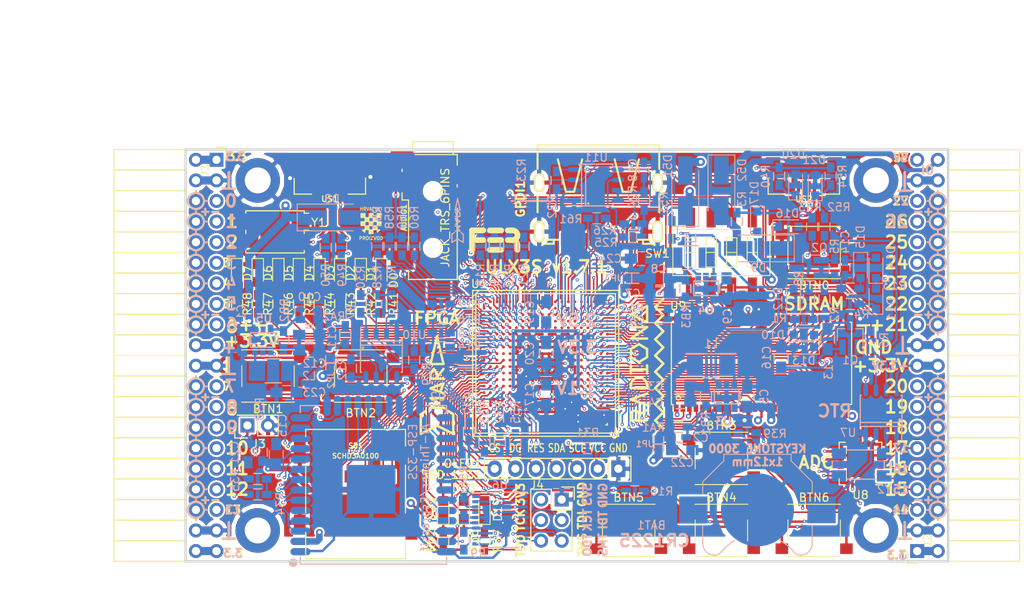
<source format=kicad_pcb>
(kicad_pcb (version 4) (host pcbnew 4.0.7+dfsg1-1)

  (general
    (links 722)
    (no_connects 0)
    (area 93.949999 61.269999 188.230001 112.370001)
    (thickness 1.6)
    (drawings 361)
    (tracks 4279)
    (zones 0)
    (modules 167)
    (nets 250)
  )

  (page A4)
  (layers
    (0 F.Cu signal)
    (1 In1.Cu signal)
    (2 In2.Cu signal)
    (31 B.Cu signal)
    (32 B.Adhes user)
    (33 F.Adhes user)
    (34 B.Paste user)
    (35 F.Paste user)
    (36 B.SilkS user)
    (37 F.SilkS user)
    (38 B.Mask user)
    (39 F.Mask user)
    (40 Dwgs.User user)
    (41 Cmts.User user)
    (42 Eco1.User user)
    (43 Eco2.User user)
    (44 Edge.Cuts user)
    (45 Margin user)
    (46 B.CrtYd user)
    (47 F.CrtYd user)
    (48 B.Fab user)
    (49 F.Fab user)
  )

  (setup
    (last_trace_width 0.3)
    (trace_clearance 0.127)
    (zone_clearance 0.127)
    (zone_45_only no)
    (trace_min 0.127)
    (segment_width 0.2)
    (edge_width 0.2)
    (via_size 0.4)
    (via_drill 0.2)
    (via_min_size 0.4)
    (via_min_drill 0.2)
    (uvia_size 0.3)
    (uvia_drill 0.1)
    (uvias_allowed no)
    (uvia_min_size 0.2)
    (uvia_min_drill 0.1)
    (pcb_text_width 0.3)
    (pcb_text_size 1.5 1.5)
    (mod_edge_width 0.15)
    (mod_text_size 1 1)
    (mod_text_width 0.15)
    (pad_size 0.5 0.5)
    (pad_drill 0)
    (pad_to_mask_clearance 0.05)
    (aux_axis_origin 82.67 62.69)
    (grid_origin 86.48 79.2)
    (visible_elements 7FFFFFFF)
    (pcbplotparams
      (layerselection 0x310f0_80000007)
      (usegerberextensions true)
      (excludeedgelayer true)
      (linewidth 0.100000)
      (plotframeref false)
      (viasonmask false)
      (mode 1)
      (useauxorigin false)
      (hpglpennumber 1)
      (hpglpenspeed 20)
      (hpglpendiameter 15)
      (hpglpenoverlay 2)
      (psnegative false)
      (psa4output false)
      (plotreference true)
      (plotvalue true)
      (plotinvisibletext false)
      (padsonsilk false)
      (subtractmaskfromsilk false)
      (outputformat 1)
      (mirror false)
      (drillshape 0)
      (scaleselection 1)
      (outputdirectory plot))
  )

  (net 0 "")
  (net 1 GND)
  (net 2 +5V)
  (net 3 /gpio/IN5V)
  (net 4 /gpio/OUT5V)
  (net 5 +3V3)
  (net 6 BTN_D)
  (net 7 BTN_F1)
  (net 8 BTN_F2)
  (net 9 BTN_L)
  (net 10 BTN_R)
  (net 11 BTN_U)
  (net 12 /power/FB1)
  (net 13 +2V5)
  (net 14 /power/PWREN)
  (net 15 /power/FB3)
  (net 16 /power/FB2)
  (net 17 "Net-(D9-Pad1)")
  (net 18 /power/VBAT)
  (net 19 JTAG_TDI)
  (net 20 JTAG_TCK)
  (net 21 JTAG_TMS)
  (net 22 JTAG_TDO)
  (net 23 /power/WAKEUPn)
  (net 24 /power/WKUP)
  (net 25 /power/SHUT)
  (net 26 /power/WAKE)
  (net 27 /power/HOLD)
  (net 28 /power/WKn)
  (net 29 /power/OSCI_32k)
  (net 30 /power/OSCO_32k)
  (net 31 "Net-(Q2-Pad3)")
  (net 32 SHUTDOWN)
  (net 33 /analog/AUDIO_L)
  (net 34 /analog/AUDIO_R)
  (net 35 GPDI_5V_SCL)
  (net 36 GPDI_5V_SDA)
  (net 37 GPDI_SDA)
  (net 38 GPDI_SCL)
  (net 39 /gpdi/VREF2)
  (net 40 SD_CMD)
  (net 41 SD_CLK)
  (net 42 SD_D0)
  (net 43 SD_D1)
  (net 44 USB5V)
  (net 45 GPDI_CEC)
  (net 46 nRESET)
  (net 47 FTDI_nDTR)
  (net 48 SDRAM_CKE)
  (net 49 SDRAM_A7)
  (net 50 SDRAM_D15)
  (net 51 SDRAM_BA1)
  (net 52 SDRAM_D7)
  (net 53 SDRAM_A6)
  (net 54 SDRAM_CLK)
  (net 55 SDRAM_D13)
  (net 56 SDRAM_BA0)
  (net 57 SDRAM_D6)
  (net 58 SDRAM_A5)
  (net 59 SDRAM_D14)
  (net 60 SDRAM_A11)
  (net 61 SDRAM_D12)
  (net 62 SDRAM_D5)
  (net 63 SDRAM_A4)
  (net 64 SDRAM_A10)
  (net 65 SDRAM_D11)
  (net 66 SDRAM_A3)
  (net 67 SDRAM_D4)
  (net 68 SDRAM_D10)
  (net 69 SDRAM_D9)
  (net 70 SDRAM_A9)
  (net 71 SDRAM_D3)
  (net 72 SDRAM_D8)
  (net 73 SDRAM_A8)
  (net 74 SDRAM_A2)
  (net 75 SDRAM_A1)
  (net 76 SDRAM_A0)
  (net 77 SDRAM_D2)
  (net 78 SDRAM_D1)
  (net 79 SDRAM_D0)
  (net 80 SDRAM_DQM0)
  (net 81 SDRAM_nCS)
  (net 82 SDRAM_nRAS)
  (net 83 SDRAM_DQM1)
  (net 84 SDRAM_nCAS)
  (net 85 SDRAM_nWE)
  (net 86 /flash/FLASH_nWP)
  (net 87 /flash/FLASH_nHOLD)
  (net 88 /flash/FLASH_MOSI)
  (net 89 /flash/FLASH_MISO)
  (net 90 /flash/FLASH_SCK)
  (net 91 /flash/FLASH_nCS)
  (net 92 /flash/FPGA_PROGRAMN)
  (net 93 /flash/FPGA_DONE)
  (net 94 /flash/FPGA_INITN)
  (net 95 OLED_RES)
  (net 96 OLED_DC)
  (net 97 OLED_CS)
  (net 98 WIFI_EN)
  (net 99 FTDI_nRTS)
  (net 100 FTDI_TXD)
  (net 101 FTDI_RXD)
  (net 102 WIFI_RXD)
  (net 103 WIFI_GPIO0)
  (net 104 WIFI_TXD)
  (net 105 GPDI_ETH-)
  (net 106 GPDI_ETH+)
  (net 107 GPDI_D2+)
  (net 108 GPDI_D2-)
  (net 109 GPDI_D1+)
  (net 110 GPDI_D1-)
  (net 111 GPDI_D0+)
  (net 112 GPDI_D0-)
  (net 113 GPDI_CLK+)
  (net 114 GPDI_CLK-)
  (net 115 USB_FTDI_D+)
  (net 116 USB_FTDI_D-)
  (net 117 J1_17-)
  (net 118 J1_17+)
  (net 119 J1_23-)
  (net 120 J1_23+)
  (net 121 J1_25-)
  (net 122 J1_25+)
  (net 123 J1_27-)
  (net 124 J1_27+)
  (net 125 J1_29-)
  (net 126 J1_29+)
  (net 127 J1_31-)
  (net 128 J1_31+)
  (net 129 J1_33-)
  (net 130 J1_33+)
  (net 131 J1_35-)
  (net 132 J1_35+)
  (net 133 J2_5-)
  (net 134 J2_5+)
  (net 135 J2_7-)
  (net 136 J2_7+)
  (net 137 J2_9-)
  (net 138 J2_9+)
  (net 139 J2_13-)
  (net 140 J2_13+)
  (net 141 J2_17-)
  (net 142 J2_17+)
  (net 143 J2_11-)
  (net 144 J2_11+)
  (net 145 J2_23-)
  (net 146 J2_23+)
  (net 147 J1_5-)
  (net 148 J1_5+)
  (net 149 J1_7-)
  (net 150 J1_7+)
  (net 151 J1_9-)
  (net 152 J1_9+)
  (net 153 J1_11-)
  (net 154 J1_11+)
  (net 155 J1_13-)
  (net 156 J1_13+)
  (net 157 J1_15-)
  (net 158 J1_15+)
  (net 159 J2_15-)
  (net 160 J2_15+)
  (net 161 J2_25-)
  (net 162 J2_25+)
  (net 163 J2_27-)
  (net 164 J2_27+)
  (net 165 J2_29-)
  (net 166 J2_29+)
  (net 167 J2_31-)
  (net 168 J2_31+)
  (net 169 J2_33-)
  (net 170 J2_33+)
  (net 171 J2_35-)
  (net 172 J2_35+)
  (net 173 SD_D3)
  (net 174 AUDIO_L3)
  (net 175 AUDIO_L2)
  (net 176 AUDIO_L1)
  (net 177 AUDIO_L0)
  (net 178 AUDIO_R3)
  (net 179 AUDIO_R2)
  (net 180 AUDIO_R1)
  (net 181 AUDIO_R0)
  (net 182 OLED_CLK)
  (net 183 OLED_MOSI)
  (net 184 LED0)
  (net 185 LED1)
  (net 186 LED2)
  (net 187 LED3)
  (net 188 LED4)
  (net 189 LED5)
  (net 190 LED6)
  (net 191 LED7)
  (net 192 BTN_PWRn)
  (net 193 FTDI_nTXLED)
  (net 194 FTDI_nSLEEP)
  (net 195 /blinkey/LED_PWREN)
  (net 196 /blinkey/LED_TXLED)
  (net 197 FT3V3)
  (net 198 /sdcard/SD3V3)
  (net 199 SD_D2)
  (net 200 CLK_25MHz)
  (net 201 /blinkey/BTNPUL)
  (net 202 /blinkey/BTNPUR)
  (net 203 USB_FPGA_D+)
  (net 204 /power/FTDI_nSUSPEND)
  (net 205 /blinkey/ALED0)
  (net 206 /blinkey/ALED1)
  (net 207 /blinkey/ALED2)
  (net 208 /blinkey/ALED3)
  (net 209 /blinkey/ALED4)
  (net 210 /blinkey/ALED5)
  (net 211 /blinkey/ALED6)
  (net 212 /blinkey/ALED7)
  (net 213 /usb/FTD-)
  (net 214 /usb/FTD+)
  (net 215 ADC_MISO)
  (net 216 ADC_MOSI)
  (net 217 ADC_CSn)
  (net 218 ADC_SCLK)
  (net 219 "Net-(R51-Pad2)")
  (net 220 SW3)
  (net 221 SW2)
  (net 222 SW1)
  (net 223 SW0)
  (net 224 USB_FPGA_D-)
  (net 225 /usb/FPD+)
  (net 226 /usb/FPD-)
  (net 227 WIFI_GPIO16)
  (net 228 WIFI_GPIO15)
  (net 229 /usb/ANT_433MHz)
  (net 230 /power/PWRBTn)
  (net 231 PROG_DONE)
  (net 232 /power/P3V3)
  (net 233 /power/P2V5)
  (net 234 /power/L1)
  (net 235 /power/L3)
  (net 236 /power/L2)
  (net 237 FTDI_TXDEN)
  (net 238 /wifi/WIFIOFF)
  (net 239 SDRAM_A12)
  (net 240 /analog/AUDIO_V)
  (net 241 AUDIO_V3)
  (net 242 AUDIO_V2)
  (net 243 AUDIO_V1)
  (net 244 AUDIO_V0)
  (net 245 /gpdi/FPGA_CEC)
  (net 246 /blinkey/LED_WIFI)
  (net 247 WIFI_GPIO2)
  (net 248 /power/P1V1)
  (net 249 +1V1)

  (net_class Default "This is the default net class."
    (clearance 0.127)
    (trace_width 0.3)
    (via_dia 0.4)
    (via_drill 0.2)
    (uvia_dia 0.3)
    (uvia_drill 0.1)
    (add_net +1V1)
    (add_net +2V5)
    (add_net +3V3)
    (add_net +5V)
    (add_net /analog/AUDIO_L)
    (add_net /analog/AUDIO_R)
    (add_net /analog/AUDIO_V)
    (add_net /blinkey/ALED0)
    (add_net /blinkey/ALED1)
    (add_net /blinkey/ALED2)
    (add_net /blinkey/ALED3)
    (add_net /blinkey/ALED4)
    (add_net /blinkey/ALED5)
    (add_net /blinkey/ALED6)
    (add_net /blinkey/ALED7)
    (add_net /blinkey/BTNPUL)
    (add_net /blinkey/BTNPUR)
    (add_net /blinkey/LED_PWREN)
    (add_net /blinkey/LED_TXLED)
    (add_net /blinkey/LED_WIFI)
    (add_net /gpdi/VREF2)
    (add_net /gpio/IN5V)
    (add_net /gpio/OUT5V)
    (add_net /power/FB1)
    (add_net /power/FB2)
    (add_net /power/FB3)
    (add_net /power/FTDI_nSUSPEND)
    (add_net /power/HOLD)
    (add_net /power/L1)
    (add_net /power/L2)
    (add_net /power/L3)
    (add_net /power/OSCI_32k)
    (add_net /power/OSCO_32k)
    (add_net /power/P1V1)
    (add_net /power/P2V5)
    (add_net /power/P3V3)
    (add_net /power/PWRBTn)
    (add_net /power/PWREN)
    (add_net /power/SHUT)
    (add_net /power/VBAT)
    (add_net /power/WAKE)
    (add_net /power/WAKEUPn)
    (add_net /power/WKUP)
    (add_net /power/WKn)
    (add_net /sdcard/SD3V3)
    (add_net /usb/ANT_433MHz)
    (add_net /usb/FPD+)
    (add_net /usb/FPD-)
    (add_net /usb/FTD+)
    (add_net /usb/FTD-)
    (add_net /wifi/WIFIOFF)
    (add_net FT3V3)
    (add_net GND)
    (add_net "Net-(D9-Pad1)")
    (add_net "Net-(Q2-Pad3)")
    (add_net "Net-(R51-Pad2)")
    (add_net USB5V)
    (add_net WIFI_GPIO2)
  )

  (net_class BGA ""
    (clearance 0.127)
    (trace_width 0.19)
    (via_dia 0.4)
    (via_drill 0.2)
    (uvia_dia 0.3)
    (uvia_drill 0.1)
    (add_net /flash/FLASH_MISO)
    (add_net /flash/FLASH_MOSI)
    (add_net /flash/FLASH_SCK)
    (add_net /flash/FLASH_nCS)
    (add_net /flash/FLASH_nHOLD)
    (add_net /flash/FLASH_nWP)
    (add_net /flash/FPGA_DONE)
    (add_net /flash/FPGA_INITN)
    (add_net /flash/FPGA_PROGRAMN)
    (add_net /gpdi/FPGA_CEC)
    (add_net ADC_CSn)
    (add_net ADC_MISO)
    (add_net ADC_MOSI)
    (add_net ADC_SCLK)
    (add_net AUDIO_L0)
    (add_net AUDIO_L1)
    (add_net AUDIO_L2)
    (add_net AUDIO_L3)
    (add_net AUDIO_R0)
    (add_net AUDIO_R1)
    (add_net AUDIO_R2)
    (add_net AUDIO_R3)
    (add_net AUDIO_V0)
    (add_net AUDIO_V1)
    (add_net AUDIO_V2)
    (add_net AUDIO_V3)
    (add_net BTN_D)
    (add_net BTN_F1)
    (add_net BTN_F2)
    (add_net BTN_L)
    (add_net BTN_PWRn)
    (add_net BTN_R)
    (add_net BTN_U)
    (add_net CLK_25MHz)
    (add_net FTDI_RXD)
    (add_net FTDI_TXD)
    (add_net FTDI_TXDEN)
    (add_net FTDI_nDTR)
    (add_net FTDI_nRTS)
    (add_net FTDI_nSLEEP)
    (add_net FTDI_nTXLED)
    (add_net GPDI_5V_SCL)
    (add_net GPDI_5V_SDA)
    (add_net GPDI_CEC)
    (add_net GPDI_CLK+)
    (add_net GPDI_CLK-)
    (add_net GPDI_D0+)
    (add_net GPDI_D0-)
    (add_net GPDI_D1+)
    (add_net GPDI_D1-)
    (add_net GPDI_D2+)
    (add_net GPDI_D2-)
    (add_net GPDI_ETH+)
    (add_net GPDI_ETH-)
    (add_net GPDI_SCL)
    (add_net GPDI_SDA)
    (add_net J1_11+)
    (add_net J1_11-)
    (add_net J1_13+)
    (add_net J1_13-)
    (add_net J1_15+)
    (add_net J1_15-)
    (add_net J1_17+)
    (add_net J1_17-)
    (add_net J1_23+)
    (add_net J1_23-)
    (add_net J1_25+)
    (add_net J1_25-)
    (add_net J1_27+)
    (add_net J1_27-)
    (add_net J1_29+)
    (add_net J1_29-)
    (add_net J1_31+)
    (add_net J1_31-)
    (add_net J1_33+)
    (add_net J1_33-)
    (add_net J1_35+)
    (add_net J1_35-)
    (add_net J1_5+)
    (add_net J1_5-)
    (add_net J1_7+)
    (add_net J1_7-)
    (add_net J1_9+)
    (add_net J1_9-)
    (add_net J2_11+)
    (add_net J2_11-)
    (add_net J2_13+)
    (add_net J2_13-)
    (add_net J2_15+)
    (add_net J2_15-)
    (add_net J2_17+)
    (add_net J2_17-)
    (add_net J2_23+)
    (add_net J2_23-)
    (add_net J2_25+)
    (add_net J2_25-)
    (add_net J2_27+)
    (add_net J2_27-)
    (add_net J2_29+)
    (add_net J2_29-)
    (add_net J2_31+)
    (add_net J2_31-)
    (add_net J2_33+)
    (add_net J2_33-)
    (add_net J2_35+)
    (add_net J2_35-)
    (add_net J2_5+)
    (add_net J2_5-)
    (add_net J2_7+)
    (add_net J2_7-)
    (add_net J2_9+)
    (add_net J2_9-)
    (add_net JTAG_TCK)
    (add_net JTAG_TDI)
    (add_net JTAG_TDO)
    (add_net JTAG_TMS)
    (add_net LED0)
    (add_net LED1)
    (add_net LED2)
    (add_net LED3)
    (add_net LED4)
    (add_net LED5)
    (add_net LED6)
    (add_net LED7)
    (add_net OLED_CLK)
    (add_net OLED_CS)
    (add_net OLED_DC)
    (add_net OLED_MOSI)
    (add_net OLED_RES)
    (add_net PROG_DONE)
    (add_net SDRAM_A0)
    (add_net SDRAM_A1)
    (add_net SDRAM_A10)
    (add_net SDRAM_A11)
    (add_net SDRAM_A12)
    (add_net SDRAM_A2)
    (add_net SDRAM_A3)
    (add_net SDRAM_A4)
    (add_net SDRAM_A5)
    (add_net SDRAM_A6)
    (add_net SDRAM_A7)
    (add_net SDRAM_A8)
    (add_net SDRAM_A9)
    (add_net SDRAM_BA0)
    (add_net SDRAM_BA1)
    (add_net SDRAM_CKE)
    (add_net SDRAM_CLK)
    (add_net SDRAM_D0)
    (add_net SDRAM_D1)
    (add_net SDRAM_D10)
    (add_net SDRAM_D11)
    (add_net SDRAM_D12)
    (add_net SDRAM_D13)
    (add_net SDRAM_D14)
    (add_net SDRAM_D15)
    (add_net SDRAM_D2)
    (add_net SDRAM_D3)
    (add_net SDRAM_D4)
    (add_net SDRAM_D5)
    (add_net SDRAM_D6)
    (add_net SDRAM_D7)
    (add_net SDRAM_D8)
    (add_net SDRAM_D9)
    (add_net SDRAM_DQM0)
    (add_net SDRAM_DQM1)
    (add_net SDRAM_nCAS)
    (add_net SDRAM_nCS)
    (add_net SDRAM_nRAS)
    (add_net SDRAM_nWE)
    (add_net SD_CLK)
    (add_net SD_CMD)
    (add_net SD_D0)
    (add_net SD_D1)
    (add_net SD_D2)
    (add_net SD_D3)
    (add_net SHUTDOWN)
    (add_net SW0)
    (add_net SW1)
    (add_net SW2)
    (add_net SW3)
    (add_net USB_FPGA_D+)
    (add_net USB_FPGA_D-)
    (add_net USB_FTDI_D+)
    (add_net USB_FTDI_D-)
    (add_net WIFI_EN)
    (add_net WIFI_GPIO0)
    (add_net WIFI_GPIO15)
    (add_net WIFI_GPIO16)
    (add_net WIFI_RXD)
    (add_net WIFI_TXD)
    (add_net nRESET)
  )

  (net_class Minimal ""
    (clearance 0.127)
    (trace_width 0.127)
    (via_dia 0.4)
    (via_drill 0.2)
    (uvia_dia 0.3)
    (uvia_drill 0.1)
  )

  (module Socket_Strips:Socket_Strip_Angled_2x20 (layer F.Cu) (tedit 59CCC5BE) (tstamp 58E6BE3D)
    (at 97.91 62.69 270)
    (descr "Through hole socket strip")
    (tags "socket strip")
    (path /56AC389C/58E6B835)
    (fp_text reference J1 (at 1.27 1.524 270) (layer F.SilkS)
      (effects (font (size 1 1) (thickness 0.15)))
    )
    (fp_text value CONN_02X20 (at 0 -2.6 270) (layer F.Fab) hide
      (effects (font (size 1 1) (thickness 0.15)))
    )
    (fp_line (start -1.75 -1.35) (end -1.75 13.15) (layer F.CrtYd) (width 0.05))
    (fp_line (start 50.05 -1.35) (end 50.05 13.15) (layer F.CrtYd) (width 0.05))
    (fp_line (start -1.75 -1.35) (end 50.05 -1.35) (layer F.CrtYd) (width 0.05))
    (fp_line (start -1.75 13.15) (end 50.05 13.15) (layer F.CrtYd) (width 0.05))
    (fp_line (start 49.53 12.64) (end 49.53 3.81) (layer F.SilkS) (width 0.15))
    (fp_line (start 46.99 12.64) (end 49.53 12.64) (layer F.SilkS) (width 0.15))
    (fp_line (start 46.99 3.81) (end 49.53 3.81) (layer F.SilkS) (width 0.15))
    (fp_line (start 49.53 3.81) (end 49.53 12.64) (layer F.SilkS) (width 0.15))
    (fp_line (start 46.99 3.81) (end 46.99 12.64) (layer F.SilkS) (width 0.15))
    (fp_line (start 44.45 3.81) (end 46.99 3.81) (layer F.SilkS) (width 0.15))
    (fp_line (start 44.45 12.64) (end 46.99 12.64) (layer F.SilkS) (width 0.15))
    (fp_line (start 46.99 12.64) (end 46.99 3.81) (layer F.SilkS) (width 0.15))
    (fp_line (start 29.21 12.64) (end 29.21 3.81) (layer F.SilkS) (width 0.15))
    (fp_line (start 26.67 12.64) (end 29.21 12.64) (layer F.SilkS) (width 0.15))
    (fp_line (start 26.67 3.81) (end 29.21 3.81) (layer F.SilkS) (width 0.15))
    (fp_line (start 29.21 3.81) (end 29.21 12.64) (layer F.SilkS) (width 0.15))
    (fp_line (start 31.75 3.81) (end 31.75 12.64) (layer F.SilkS) (width 0.15))
    (fp_line (start 29.21 3.81) (end 31.75 3.81) (layer F.SilkS) (width 0.15))
    (fp_line (start 29.21 12.64) (end 31.75 12.64) (layer F.SilkS) (width 0.15))
    (fp_line (start 31.75 12.64) (end 31.75 3.81) (layer F.SilkS) (width 0.15))
    (fp_line (start 44.45 12.64) (end 44.45 3.81) (layer F.SilkS) (width 0.15))
    (fp_line (start 41.91 12.64) (end 44.45 12.64) (layer F.SilkS) (width 0.15))
    (fp_line (start 41.91 3.81) (end 44.45 3.81) (layer F.SilkS) (width 0.15))
    (fp_line (start 44.45 3.81) (end 44.45 12.64) (layer F.SilkS) (width 0.15))
    (fp_line (start 41.91 3.81) (end 41.91 12.64) (layer F.SilkS) (width 0.15))
    (fp_line (start 39.37 3.81) (end 41.91 3.81) (layer F.SilkS) (width 0.15))
    (fp_line (start 39.37 12.64) (end 41.91 12.64) (layer F.SilkS) (width 0.15))
    (fp_line (start 41.91 12.64) (end 41.91 3.81) (layer F.SilkS) (width 0.15))
    (fp_line (start 39.37 12.64) (end 39.37 3.81) (layer F.SilkS) (width 0.15))
    (fp_line (start 36.83 12.64) (end 39.37 12.64) (layer F.SilkS) (width 0.15))
    (fp_line (start 36.83 3.81) (end 39.37 3.81) (layer F.SilkS) (width 0.15))
    (fp_line (start 39.37 3.81) (end 39.37 12.64) (layer F.SilkS) (width 0.15))
    (fp_line (start 36.83 3.81) (end 36.83 12.64) (layer F.SilkS) (width 0.15))
    (fp_line (start 34.29 3.81) (end 36.83 3.81) (layer F.SilkS) (width 0.15))
    (fp_line (start 34.29 12.64) (end 36.83 12.64) (layer F.SilkS) (width 0.15))
    (fp_line (start 36.83 12.64) (end 36.83 3.81) (layer F.SilkS) (width 0.15))
    (fp_line (start 34.29 12.64) (end 34.29 3.81) (layer F.SilkS) (width 0.15))
    (fp_line (start 31.75 12.64) (end 34.29 12.64) (layer F.SilkS) (width 0.15))
    (fp_line (start 31.75 3.81) (end 34.29 3.81) (layer F.SilkS) (width 0.15))
    (fp_line (start 34.29 3.81) (end 34.29 12.64) (layer F.SilkS) (width 0.15))
    (fp_line (start 16.51 3.81) (end 16.51 12.64) (layer F.SilkS) (width 0.15))
    (fp_line (start 13.97 3.81) (end 16.51 3.81) (layer F.SilkS) (width 0.15))
    (fp_line (start 13.97 12.64) (end 16.51 12.64) (layer F.SilkS) (width 0.15))
    (fp_line (start 16.51 12.64) (end 16.51 3.81) (layer F.SilkS) (width 0.15))
    (fp_line (start 19.05 12.64) (end 19.05 3.81) (layer F.SilkS) (width 0.15))
    (fp_line (start 16.51 12.64) (end 19.05 12.64) (layer F.SilkS) (width 0.15))
    (fp_line (start 16.51 3.81) (end 19.05 3.81) (layer F.SilkS) (width 0.15))
    (fp_line (start 19.05 3.81) (end 19.05 12.64) (layer F.SilkS) (width 0.15))
    (fp_line (start 21.59 3.81) (end 21.59 12.64) (layer F.SilkS) (width 0.15))
    (fp_line (start 19.05 3.81) (end 21.59 3.81) (layer F.SilkS) (width 0.15))
    (fp_line (start 19.05 12.64) (end 21.59 12.64) (layer F.SilkS) (width 0.15))
    (fp_line (start 21.59 12.64) (end 21.59 3.81) (layer F.SilkS) (width 0.15))
    (fp_line (start 24.13 12.64) (end 24.13 3.81) (layer F.SilkS) (width 0.15))
    (fp_line (start 21.59 12.64) (end 24.13 12.64) (layer F.SilkS) (width 0.15))
    (fp_line (start 21.59 3.81) (end 24.13 3.81) (layer F.SilkS) (width 0.15))
    (fp_line (start 24.13 3.81) (end 24.13 12.64) (layer F.SilkS) (width 0.15))
    (fp_line (start 26.67 3.81) (end 26.67 12.64) (layer F.SilkS) (width 0.15))
    (fp_line (start 24.13 3.81) (end 26.67 3.81) (layer F.SilkS) (width 0.15))
    (fp_line (start 24.13 12.64) (end 26.67 12.64) (layer F.SilkS) (width 0.15))
    (fp_line (start 26.67 12.64) (end 26.67 3.81) (layer F.SilkS) (width 0.15))
    (fp_line (start 13.97 12.64) (end 13.97 3.81) (layer F.SilkS) (width 0.15))
    (fp_line (start 11.43 12.64) (end 13.97 12.64) (layer F.SilkS) (width 0.15))
    (fp_line (start 11.43 3.81) (end 13.97 3.81) (layer F.SilkS) (width 0.15))
    (fp_line (start 13.97 3.81) (end 13.97 12.64) (layer F.SilkS) (width 0.15))
    (fp_line (start 11.43 3.81) (end 11.43 12.64) (layer F.SilkS) (width 0.15))
    (fp_line (start 8.89 3.81) (end 11.43 3.81) (layer F.SilkS) (width 0.15))
    (fp_line (start 8.89 12.64) (end 11.43 12.64) (layer F.SilkS) (width 0.15))
    (fp_line (start 11.43 12.64) (end 11.43 3.81) (layer F.SilkS) (width 0.15))
    (fp_line (start 8.89 12.64) (end 8.89 3.81) (layer F.SilkS) (width 0.15))
    (fp_line (start 6.35 12.64) (end 8.89 12.64) (layer F.SilkS) (width 0.15))
    (fp_line (start 6.35 3.81) (end 8.89 3.81) (layer F.SilkS) (width 0.15))
    (fp_line (start 8.89 3.81) (end 8.89 12.64) (layer F.SilkS) (width 0.15))
    (fp_line (start 6.35 3.81) (end 6.35 12.64) (layer F.SilkS) (width 0.15))
    (fp_line (start 3.81 3.81) (end 6.35 3.81) (layer F.SilkS) (width 0.15))
    (fp_line (start 3.81 12.64) (end 6.35 12.64) (layer F.SilkS) (width 0.15))
    (fp_line (start 6.35 12.64) (end 6.35 3.81) (layer F.SilkS) (width 0.15))
    (fp_line (start 3.81 12.64) (end 3.81 3.81) (layer F.SilkS) (width 0.15))
    (fp_line (start 1.27 12.64) (end 3.81 12.64) (layer F.SilkS) (width 0.15))
    (fp_line (start 1.27 3.81) (end 3.81 3.81) (layer F.SilkS) (width 0.15))
    (fp_line (start 3.81 3.81) (end 3.81 12.64) (layer F.SilkS) (width 0.15))
    (fp_line (start 1.27 3.81) (end 1.27 12.64) (layer F.SilkS) (width 0.15))
    (fp_line (start -1.27 3.81) (end 1.27 3.81) (layer F.SilkS) (width 0.15))
    (fp_line (start 0 -1.15) (end -1.55 -1.15) (layer F.SilkS) (width 0.15))
    (fp_line (start -1.55 -1.15) (end -1.55 0) (layer F.SilkS) (width 0.15))
    (fp_line (start -1.27 3.81) (end -1.27 12.64) (layer F.SilkS) (width 0.15))
    (fp_line (start -1.27 12.64) (end 1.27 12.64) (layer F.SilkS) (width 0.15))
    (fp_line (start 1.27 12.64) (end 1.27 3.81) (layer F.SilkS) (width 0.15))
    (pad 1 thru_hole rect (at 0 0 270) (size 1.7272 1.7272) (drill 1.016) (layers *.Cu *.Mask)
      (net 5 +3V3))
    (pad 2 thru_hole oval (at 0 2.54 270) (size 1.7272 1.7272) (drill 1.016) (layers *.Cu *.Mask)
      (net 5 +3V3))
    (pad 3 thru_hole oval (at 2.54 0 270) (size 1.7272 1.7272) (drill 1.016) (layers *.Cu *.Mask)
      (net 1 GND))
    (pad 4 thru_hole oval (at 2.54 2.54 270) (size 1.7272 1.7272) (drill 1.016) (layers *.Cu *.Mask)
      (net 1 GND))
    (pad 5 thru_hole oval (at 5.08 0 270) (size 1.7272 1.7272) (drill 1.016) (layers *.Cu *.Mask)
      (net 147 J1_5-))
    (pad 6 thru_hole oval (at 5.08 2.54 270) (size 1.7272 1.7272) (drill 1.016) (layers *.Cu *.Mask)
      (net 148 J1_5+))
    (pad 7 thru_hole oval (at 7.62 0 270) (size 1.7272 1.7272) (drill 1.016) (layers *.Cu *.Mask)
      (net 149 J1_7-))
    (pad 8 thru_hole oval (at 7.62 2.54 270) (size 1.7272 1.7272) (drill 1.016) (layers *.Cu *.Mask)
      (net 150 J1_7+))
    (pad 9 thru_hole oval (at 10.16 0 270) (size 1.7272 1.7272) (drill 1.016) (layers *.Cu *.Mask)
      (net 151 J1_9-))
    (pad 10 thru_hole oval (at 10.16 2.54 270) (size 1.7272 1.7272) (drill 1.016) (layers *.Cu *.Mask)
      (net 152 J1_9+))
    (pad 11 thru_hole oval (at 12.7 0 270) (size 1.7272 1.7272) (drill 1.016) (layers *.Cu *.Mask)
      (net 153 J1_11-))
    (pad 12 thru_hole oval (at 12.7 2.54 270) (size 1.7272 1.7272) (drill 1.016) (layers *.Cu *.Mask)
      (net 154 J1_11+))
    (pad 13 thru_hole oval (at 15.24 0 270) (size 1.7272 1.7272) (drill 1.016) (layers *.Cu *.Mask)
      (net 155 J1_13-))
    (pad 14 thru_hole oval (at 15.24 2.54 270) (size 1.7272 1.7272) (drill 1.016) (layers *.Cu *.Mask)
      (net 156 J1_13+))
    (pad 15 thru_hole oval (at 17.78 0 270) (size 1.7272 1.7272) (drill 1.016) (layers *.Cu *.Mask)
      (net 157 J1_15-))
    (pad 16 thru_hole oval (at 17.78 2.54 270) (size 1.7272 1.7272) (drill 1.016) (layers *.Cu *.Mask)
      (net 158 J1_15+))
    (pad 17 thru_hole oval (at 20.32 0 270) (size 1.7272 1.7272) (drill 1.016) (layers *.Cu *.Mask)
      (net 117 J1_17-))
    (pad 18 thru_hole oval (at 20.32 2.54 270) (size 1.7272 1.7272) (drill 1.016) (layers *.Cu *.Mask)
      (net 118 J1_17+))
    (pad 19 thru_hole oval (at 22.86 0 270) (size 1.7272 1.7272) (drill 1.016) (layers *.Cu *.Mask)
      (net 5 +3V3))
    (pad 20 thru_hole oval (at 22.86 2.54 270) (size 1.7272 1.7272) (drill 1.016) (layers *.Cu *.Mask)
      (net 5 +3V3))
    (pad 21 thru_hole oval (at 25.4 0 270) (size 1.7272 1.7272) (drill 1.016) (layers *.Cu *.Mask)
      (net 1 GND))
    (pad 22 thru_hole oval (at 25.4 2.54 270) (size 1.7272 1.7272) (drill 1.016) (layers *.Cu *.Mask)
      (net 1 GND))
    (pad 23 thru_hole oval (at 27.94 0 270) (size 1.7272 1.7272) (drill 1.016) (layers *.Cu *.Mask)
      (net 119 J1_23-))
    (pad 24 thru_hole oval (at 27.94 2.54 270) (size 1.7272 1.7272) (drill 1.016) (layers *.Cu *.Mask)
      (net 120 J1_23+))
    (pad 25 thru_hole oval (at 30.48 0 270) (size 1.7272 1.7272) (drill 1.016) (layers *.Cu *.Mask)
      (net 121 J1_25-))
    (pad 26 thru_hole oval (at 30.48 2.54 270) (size 1.7272 1.7272) (drill 1.016) (layers *.Cu *.Mask)
      (net 122 J1_25+))
    (pad 27 thru_hole oval (at 33.02 0 270) (size 1.7272 1.7272) (drill 1.016) (layers *.Cu *.Mask)
      (net 123 J1_27-))
    (pad 28 thru_hole oval (at 33.02 2.54 270) (size 1.7272 1.7272) (drill 1.016) (layers *.Cu *.Mask)
      (net 124 J1_27+))
    (pad 29 thru_hole oval (at 35.56 0 270) (size 1.7272 1.7272) (drill 1.016) (layers *.Cu *.Mask)
      (net 125 J1_29-))
    (pad 30 thru_hole oval (at 35.56 2.54 270) (size 1.7272 1.7272) (drill 1.016) (layers *.Cu *.Mask)
      (net 126 J1_29+))
    (pad 31 thru_hole oval (at 38.1 0 270) (size 1.7272 1.7272) (drill 1.016) (layers *.Cu *.Mask)
      (net 127 J1_31-))
    (pad 32 thru_hole oval (at 38.1 2.54 270) (size 1.7272 1.7272) (drill 1.016) (layers *.Cu *.Mask)
      (net 128 J1_31+))
    (pad 33 thru_hole oval (at 40.64 0 270) (size 1.7272 1.7272) (drill 1.016) (layers *.Cu *.Mask)
      (net 129 J1_33-))
    (pad 34 thru_hole oval (at 40.64 2.54 270) (size 1.7272 1.7272) (drill 1.016) (layers *.Cu *.Mask)
      (net 130 J1_33+))
    (pad 35 thru_hole oval (at 43.18 0 270) (size 1.7272 1.7272) (drill 1.016) (layers *.Cu *.Mask)
      (net 131 J1_35-))
    (pad 36 thru_hole oval (at 43.18 2.54 270) (size 1.7272 1.7272) (drill 1.016) (layers *.Cu *.Mask)
      (net 132 J1_35+))
    (pad 37 thru_hole oval (at 45.72 0 270) (size 1.7272 1.7272) (drill 1.016) (layers *.Cu *.Mask)
      (net 1 GND))
    (pad 38 thru_hole oval (at 45.72 2.54 270) (size 1.7272 1.7272) (drill 1.016) (layers *.Cu *.Mask)
      (net 1 GND))
    (pad 39 thru_hole oval (at 48.26 0 270) (size 1.7272 1.7272) (drill 1.016) (layers *.Cu *.Mask)
      (net 5 +3V3))
    (pad 40 thru_hole oval (at 48.26 2.54 270) (size 1.7272 1.7272) (drill 1.016) (layers *.Cu *.Mask)
      (net 5 +3V3))
    (model Socket_Strips.3dshapes/Socket_Strip_Angled_2x20.wrl
      (at (xyz 0.95 -0.05 0))
      (scale (xyz 1 1 1))
      (rotate (xyz 0 0 180))
    )
  )

  (module SMD_Packages:1Pin (layer F.Cu) (tedit 59F891E7) (tstamp 59C3DCCD)
    (at 182.67515 111.637626)
    (descr "module 1 pin (ou trou mecanique de percage)")
    (tags DEV)
    (path /58D6BF46/59C3AE47)
    (fp_text reference AE1 (at -3.236 3.798) (layer F.SilkS) hide
      (effects (font (size 1 1) (thickness 0.15)))
    )
    (fp_text value 433MHz (at 2.606 3.798) (layer F.Fab) hide
      (effects (font (size 1 1) (thickness 0.15)))
    )
    (pad 1 smd rect (at 0 0) (size 0.5 0.5) (layers B.Cu F.Paste F.Mask)
      (net 229 /usb/ANT_433MHz))
  )

  (module Resistors_SMD:R_0603_HandSoldering (layer B.Cu) (tedit 58307AEF) (tstamp 590C5C33)
    (at 103.498 98.758 90)
    (descr "Resistor SMD 0603, hand soldering")
    (tags "resistor 0603")
    (path /58DA7327/590C5D62)
    (attr smd)
    (fp_text reference R38 (at 5.334 -0.254 90) (layer B.SilkS)
      (effects (font (size 1 1) (thickness 0.15)) (justify mirror))
    )
    (fp_text value 0.47 (at 3.386 0 90) (layer B.Fab)
      (effects (font (size 1 1) (thickness 0.15)) (justify mirror))
    )
    (fp_line (start -0.8 -0.4) (end -0.8 0.4) (layer B.Fab) (width 0.1))
    (fp_line (start 0.8 -0.4) (end -0.8 -0.4) (layer B.Fab) (width 0.1))
    (fp_line (start 0.8 0.4) (end 0.8 -0.4) (layer B.Fab) (width 0.1))
    (fp_line (start -0.8 0.4) (end 0.8 0.4) (layer B.Fab) (width 0.1))
    (fp_line (start -2 0.8) (end 2 0.8) (layer B.CrtYd) (width 0.05))
    (fp_line (start -2 -0.8) (end 2 -0.8) (layer B.CrtYd) (width 0.05))
    (fp_line (start -2 0.8) (end -2 -0.8) (layer B.CrtYd) (width 0.05))
    (fp_line (start 2 0.8) (end 2 -0.8) (layer B.CrtYd) (width 0.05))
    (fp_line (start 0.5 -0.675) (end -0.5 -0.675) (layer B.SilkS) (width 0.15))
    (fp_line (start -0.5 0.675) (end 0.5 0.675) (layer B.SilkS) (width 0.15))
    (pad 1 smd rect (at -1.1 0 90) (size 1.2 0.9) (layers B.Cu B.Paste B.Mask)
      (net 198 /sdcard/SD3V3))
    (pad 2 smd rect (at 1.1 0 90) (size 1.2 0.9) (layers B.Cu B.Paste B.Mask)
      (net 5 +3V3))
    (model Resistors_SMD.3dshapes/R_0603_HandSoldering.wrl
      (at (xyz 0 0 0))
      (scale (xyz 1 1 1))
      (rotate (xyz 0 0 0))
    )
    (model Resistors_SMD.3dshapes/R_0603.wrl
      (at (xyz 0 0 0))
      (scale (xyz 1 1 1))
      (rotate (xyz 0 0 0))
    )
  )

  (module jumper:SOLDER-JUMPER_1-WAY (layer B.Cu) (tedit 59DFC21C) (tstamp 59DFBD53)
    (at 152.393 97.742 270)
    (path /58D51CAD/59DFB08A)
    (fp_text reference JP1 (at 0 1.778 360) (layer B.SilkS)
      (effects (font (size 0.762 0.762) (thickness 0.1524)) (justify mirror))
    )
    (fp_text value 1.2 (at 0 -1.524 270) (layer B.SilkS) hide
      (effects (font (size 0.762 0.762) (thickness 0.1524)) (justify mirror))
    )
    (fp_line (start 0 0.635) (end 0 -0.635) (layer B.SilkS) (width 0.15))
    (fp_line (start -0.889 -0.635) (end 0.889 -0.635) (layer B.SilkS) (width 0.15))
    (fp_line (start -0.889 0.635) (end 0.889 0.635) (layer B.SilkS) (width 0.15))
    (pad 1 smd rect (at -0.6 0 270) (size 1 1) (layers B.Cu B.Paste B.Mask)
      (net 248 /power/P1V1))
    (pad 2 smd rect (at 0.6 0 270) (size 1 1) (layers B.Cu B.Paste B.Mask)
      (net 249 +1V1))
  )

  (module ESP32-footprints-Lib:ESP-32S (layer B.Cu) (tedit 59DF4284) (tstamp 58E56AFE)
    (at 117.313 101.513)
    (path /58D6D447/58E5662B)
    (attr smd)
    (fp_text reference U2 (at 7.902 -9.613 180) (layer B.SilkS)
      (effects (font (size 1 1) (thickness 0.15)) (justify mirror))
    )
    (fp_text value ESP-32S (at 0.155 9.691) (layer B.Fab)
      (effects (font (size 1 1) (thickness 0.15)) (justify mirror))
    )
    (fp_line (start -9.0805 11.049) (end -9.0805 10.16) (layer B.SilkS) (width 0.15))
    (fp_line (start 8.9535 11.049) (end -9.0805 11.049) (layer B.SilkS) (width 0.15))
    (fp_line (start 8.9535 10.16) (end 8.9535 11.049) (layer B.SilkS) (width 0.15))
    (fp_line (start 8.9535 -8.509) (end 8.9535 -7.62) (layer B.SilkS) (width 0.15))
    (fp_line (start 6.35 -8.509) (end 8.9535 -8.509) (layer B.SilkS) (width 0.15))
    (fp_line (start -9.0805 -8.509) (end -6.35 -8.509) (layer B.SilkS) (width 0.15))
    (fp_line (start -9.0805 -7.62) (end -9.0805 -8.509) (layer B.SilkS) (width 0.15))
    (fp_text user AI-Thinker/Espressif (at 6.3 1.6 270) (layer B.SilkS)
      (effects (font (size 1 1) (thickness 0.15)) (justify mirror))
    )
    (fp_circle (center -9.958566 10.871338) (end -10.085566 11.125338) (layer B.SilkS) (width 0.5))
    (fp_text user ESP-32S (at 4.8 -2.8 270) (layer B.SilkS)
      (effects (font (size 1 1) (thickness 0.15)) (justify mirror))
    )
    (fp_line (start 8.947434 11.017338) (end -9.052566 11.017338) (layer B.Fab) (width 0.15))
    (fp_line (start -9.052566 17.017338) (end -9.052566 -8.482662) (layer B.Fab) (width 0.15))
    (fp_line (start 8.947434 17.017338) (end 8.947434 -8.482662) (layer B.Fab) (width 0.15))
    (fp_line (start 8.947434 -8.482662) (end -9.052566 -8.482662) (layer B.Fab) (width 0.15))
    (fp_line (start 8.947434 17.017338) (end -9.052566 17.017338) (layer B.Fab) (width 0.15))
    (pad 38 smd oval (at 8.947434 9.517338 180) (size 2.5 0.9) (layers B.Cu B.Paste B.Mask)
      (net 1 GND))
    (pad 37 smd oval (at 8.947434 8.247338 180) (size 2.5 0.9) (layers B.Cu B.Paste B.Mask)
      (net 19 JTAG_TDI))
    (pad 36 smd oval (at 8.947434 6.977338 180) (size 2.5 0.9) (layers B.Cu B.Paste B.Mask)
      (net 231 PROG_DONE))
    (pad 35 smd oval (at 8.947434 5.707338 180) (size 2.5 0.9) (layers B.Cu B.Paste B.Mask)
      (net 104 WIFI_TXD))
    (pad 34 smd oval (at 8.947434 4.437338 180) (size 2.5 0.9) (layers B.Cu B.Paste B.Mask)
      (net 102 WIFI_RXD))
    (pad 33 smd oval (at 8.947434 3.167338 180) (size 2.5 0.9) (layers B.Cu B.Paste B.Mask)
      (net 21 JTAG_TMS))
    (pad 32 smd oval (at 8.947434 1.897338 180) (size 2.5 0.9) (layers B.Cu B.Paste B.Mask))
    (pad 31 smd oval (at 8.947434 0.627338 180) (size 2.5 0.9) (layers B.Cu B.Paste B.Mask)
      (net 22 JTAG_TDO))
    (pad 30 smd oval (at 8.947434 -0.642662 180) (size 2.5 0.9) (layers B.Cu B.Paste B.Mask)
      (net 20 JTAG_TCK))
    (pad 29 smd oval (at 8.947434 -1.912662 180) (size 2.5 0.9) (layers B.Cu B.Paste B.Mask))
    (pad 28 smd oval (at 8.947434 -3.182662 180) (size 2.5 0.9) (layers B.Cu B.Paste B.Mask))
    (pad 27 smd oval (at 8.947434 -4.452662 180) (size 2.5 0.9) (layers B.Cu B.Paste B.Mask)
      (net 227 WIFI_GPIO16))
    (pad 26 smd oval (at 8.947434 -5.722662 180) (size 2.5 0.9) (layers B.Cu B.Paste B.Mask))
    (pad 25 smd oval (at 8.947434 -6.992662 180) (size 2.5 0.9) (layers B.Cu B.Paste B.Mask)
      (net 103 WIFI_GPIO0))
    (pad 24 smd oval (at 5.662434 -8.482662 180) (size 0.9 2.5) (layers B.Cu B.Paste B.Mask)
      (net 247 WIFI_GPIO2))
    (pad 23 smd oval (at 4.392434 -8.482662 180) (size 0.9 2.5) (layers B.Cu B.Paste B.Mask)
      (net 228 WIFI_GPIO15))
    (pad 22 smd oval (at 3.122434 -8.482662 180) (size 0.9 2.5) (layers B.Cu B.Paste B.Mask)
      (net 43 SD_D1))
    (pad 21 smd oval (at 1.852434 -8.482662 180) (size 0.9 2.5) (layers B.Cu B.Paste B.Mask)
      (net 42 SD_D0))
    (pad 20 smd oval (at 0.582434 -8.482662 180) (size 0.9 2.5) (layers B.Cu B.Paste B.Mask)
      (net 41 SD_CLK))
    (pad 19 smd oval (at -0.687566 -8.482662 180) (size 0.9 2.5) (layers B.Cu B.Paste B.Mask)
      (net 40 SD_CMD))
    (pad 18 smd oval (at -1.957566 -8.482662 180) (size 0.9 2.5) (layers B.Cu B.Paste B.Mask)
      (net 173 SD_D3))
    (pad 17 smd oval (at -3.227566 -8.482662 180) (size 0.9 2.5) (layers B.Cu B.Paste B.Mask)
      (net 199 SD_D2))
    (pad 16 smd oval (at -4.497566 -8.482662 180) (size 0.9 2.5) (layers B.Cu B.Paste B.Mask)
      (net 123 J1_27-))
    (pad 15 smd oval (at -5.767566 -8.482662 180) (size 0.9 2.5) (layers B.Cu B.Paste B.Mask)
      (net 1 GND))
    (pad 14 smd oval (at -9.052566 -6.992662 180) (size 2.5 0.9) (layers B.Cu B.Paste B.Mask)
      (net 124 J1_27+))
    (pad 13 smd oval (at -9.052566 -5.722662 180) (size 2.5 0.9) (layers B.Cu B.Paste B.Mask)
      (net 125 J1_29-))
    (pad 12 smd oval (at -9.052566 -4.452662 180) (size 2.5 0.9) (layers B.Cu B.Paste B.Mask)
      (net 126 J1_29+))
    (pad 11 smd oval (at -9.052566 -3.182662 180) (size 2.5 0.9) (layers B.Cu B.Paste B.Mask)
      (net 127 J1_31-))
    (pad 10 smd oval (at -9.052566 -1.912662 180) (size 2.5 0.9) (layers B.Cu B.Paste B.Mask)
      (net 128 J1_31+))
    (pad 9 smd oval (at -9.052566 -0.642662 180) (size 2.5 0.9) (layers B.Cu B.Paste B.Mask)
      (net 129 J1_33-))
    (pad 8 smd oval (at -9.052566 0.627338 180) (size 2.5 0.9) (layers B.Cu B.Paste B.Mask)
      (net 130 J1_33+))
    (pad 7 smd oval (at -9.052566 1.897338 180) (size 2.5 0.9) (layers B.Cu B.Paste B.Mask)
      (net 131 J1_35-))
    (pad 6 smd oval (at -9.052566 3.167338 180) (size 2.5 0.9) (layers B.Cu B.Paste B.Mask)
      (net 132 J1_35+))
    (pad 5 smd oval (at -9.052566 4.437338 180) (size 2.5 0.9) (layers B.Cu B.Paste B.Mask))
    (pad 4 smd oval (at -9.052566 5.707338 180) (size 2.5 0.9) (layers B.Cu B.Paste B.Mask))
    (pad 3 smd oval (at -9.052566 6.977338 180) (size 2.5 0.9) (layers B.Cu B.Paste B.Mask)
      (net 98 WIFI_EN))
    (pad 2 smd oval (at -9.052566 8.247338 180) (size 2.5 0.9) (layers B.Cu B.Paste B.Mask)
      (net 5 +3V3))
    (pad 1 smd oval (at -9.052566 9.517338 180) (size 2.5 0.9) (layers B.Cu B.Paste B.Mask)
      (net 1 GND))
    (pad 39 smd rect (at -0.352566 1.817338 180) (size 6 6) (layers B.Cu B.Paste B.Mask)
      (net 1 GND))
    (model ./footprints/esp32/ESP32.3dshapes/KiCAD-ESP-WROOM-32.wrl
      (at (xyz 0 0.17 0))
      (scale (xyz 1 1 1))
      (rotate (xyz 0 0 180))
    )
  )

  (module Diodes_SMD:D_SMA_Handsoldering (layer B.Cu) (tedit 59D564F6) (tstamp 59D3C50D)
    (at 155.695 66.5 90)
    (descr "Diode SMA (DO-214AC) Handsoldering")
    (tags "Diode SMA (DO-214AC) Handsoldering")
    (path /56AC389C/56AC483B)
    (attr smd)
    (fp_text reference D51 (at 3.048 -2.159 90) (layer B.SilkS)
      (effects (font (size 1 1) (thickness 0.15)) (justify mirror))
    )
    (fp_text value STPS2L30AF (at 0 -2.6 90) (layer B.Fab) hide
      (effects (font (size 1 1) (thickness 0.15)) (justify mirror))
    )
    (fp_text user %R (at 3.048 -2.159 90) (layer B.Fab) hide
      (effects (font (size 1 1) (thickness 0.15)) (justify mirror))
    )
    (fp_line (start -4.4 1.65) (end -4.4 -1.65) (layer B.SilkS) (width 0.12))
    (fp_line (start 2.3 -1.5) (end -2.3 -1.5) (layer B.Fab) (width 0.1))
    (fp_line (start -2.3 -1.5) (end -2.3 1.5) (layer B.Fab) (width 0.1))
    (fp_line (start 2.3 1.5) (end 2.3 -1.5) (layer B.Fab) (width 0.1))
    (fp_line (start 2.3 1.5) (end -2.3 1.5) (layer B.Fab) (width 0.1))
    (fp_line (start -4.5 1.75) (end 4.5 1.75) (layer B.CrtYd) (width 0.05))
    (fp_line (start 4.5 1.75) (end 4.5 -1.75) (layer B.CrtYd) (width 0.05))
    (fp_line (start 4.5 -1.75) (end -4.5 -1.75) (layer B.CrtYd) (width 0.05))
    (fp_line (start -4.5 -1.75) (end -4.5 1.75) (layer B.CrtYd) (width 0.05))
    (fp_line (start -0.64944 -0.00102) (end -1.55114 -0.00102) (layer B.Fab) (width 0.1))
    (fp_line (start 0.50118 -0.00102) (end 1.4994 -0.00102) (layer B.Fab) (width 0.1))
    (fp_line (start -0.64944 0.79908) (end -0.64944 -0.80112) (layer B.Fab) (width 0.1))
    (fp_line (start 0.50118 -0.75032) (end 0.50118 0.79908) (layer B.Fab) (width 0.1))
    (fp_line (start -0.64944 -0.00102) (end 0.50118 -0.75032) (layer B.Fab) (width 0.1))
    (fp_line (start -0.64944 -0.00102) (end 0.50118 0.79908) (layer B.Fab) (width 0.1))
    (fp_line (start -4.4 -1.65) (end 2.5 -1.65) (layer B.SilkS) (width 0.12))
    (fp_line (start -4.4 1.65) (end 2.5 1.65) (layer B.SilkS) (width 0.12))
    (pad 1 smd rect (at -2.5 0 90) (size 3.5 1.8) (layers B.Cu B.Paste B.Mask)
      (net 2 +5V))
    (pad 2 smd rect (at 2.5 0 90) (size 3.5 1.8) (layers B.Cu B.Paste B.Mask)
      (net 3 /gpio/IN5V))
    (model ${KISYS3DMOD}/Diodes_SMD.3dshapes/D_SMA.wrl
      (at (xyz 0 0 0))
      (scale (xyz 1 1 1))
      (rotate (xyz 0 0 0))
    )
  )

  (module Resistors_SMD:R_0603_HandSoldering (layer B.Cu) (tedit 58307AEF) (tstamp 595B8F7A)
    (at 154.044 71.326 90)
    (descr "Resistor SMD 0603, hand soldering")
    (tags "resistor 0603")
    (path /58D6547C/595B9C2F)
    (attr smd)
    (fp_text reference R51 (at 3.302 -1.016 90) (layer B.SilkS)
      (effects (font (size 1 1) (thickness 0.15)) (justify mirror))
    )
    (fp_text value 150 (at 3.556 -0.508 90) (layer B.Fab)
      (effects (font (size 1 1) (thickness 0.15)) (justify mirror))
    )
    (fp_line (start -0.8 -0.4) (end -0.8 0.4) (layer B.Fab) (width 0.1))
    (fp_line (start 0.8 -0.4) (end -0.8 -0.4) (layer B.Fab) (width 0.1))
    (fp_line (start 0.8 0.4) (end 0.8 -0.4) (layer B.Fab) (width 0.1))
    (fp_line (start -0.8 0.4) (end 0.8 0.4) (layer B.Fab) (width 0.1))
    (fp_line (start -2 0.8) (end 2 0.8) (layer B.CrtYd) (width 0.05))
    (fp_line (start -2 -0.8) (end 2 -0.8) (layer B.CrtYd) (width 0.05))
    (fp_line (start -2 0.8) (end -2 -0.8) (layer B.CrtYd) (width 0.05))
    (fp_line (start 2 0.8) (end 2 -0.8) (layer B.CrtYd) (width 0.05))
    (fp_line (start 0.5 -0.675) (end -0.5 -0.675) (layer B.SilkS) (width 0.15))
    (fp_line (start -0.5 0.675) (end 0.5 0.675) (layer B.SilkS) (width 0.15))
    (pad 1 smd rect (at -1.1 0 90) (size 1.2 0.9) (layers B.Cu B.Paste B.Mask)
      (net 5 +3V3))
    (pad 2 smd rect (at 1.1 0 90) (size 1.2 0.9) (layers B.Cu B.Paste B.Mask)
      (net 219 "Net-(R51-Pad2)"))
    (model Resistors_SMD.3dshapes/R_0603.wrl
      (at (xyz 0 0 0))
      (scale (xyz 1 1 1))
      (rotate (xyz 0 0 0))
    )
  )

  (module Resistors_SMD:R_1210_HandSoldering (layer B.Cu) (tedit 58307C8D) (tstamp 58D58A37)
    (at 158.87 88.09 180)
    (descr "Resistor SMD 1210, hand soldering")
    (tags "resistor 1210")
    (path /58D51CAD/58D59D36)
    (attr smd)
    (fp_text reference L1 (at 0 2.7 180) (layer B.SilkS)
      (effects (font (size 1 1) (thickness 0.15)) (justify mirror))
    )
    (fp_text value 2.2uH (at 0 2.032 180) (layer B.Fab)
      (effects (font (size 1 1) (thickness 0.15)) (justify mirror))
    )
    (fp_line (start -1.6 -1.25) (end -1.6 1.25) (layer B.Fab) (width 0.1))
    (fp_line (start 1.6 -1.25) (end -1.6 -1.25) (layer B.Fab) (width 0.1))
    (fp_line (start 1.6 1.25) (end 1.6 -1.25) (layer B.Fab) (width 0.1))
    (fp_line (start -1.6 1.25) (end 1.6 1.25) (layer B.Fab) (width 0.1))
    (fp_line (start -3.3 1.6) (end 3.3 1.6) (layer B.CrtYd) (width 0.05))
    (fp_line (start -3.3 -1.6) (end 3.3 -1.6) (layer B.CrtYd) (width 0.05))
    (fp_line (start -3.3 1.6) (end -3.3 -1.6) (layer B.CrtYd) (width 0.05))
    (fp_line (start 3.3 1.6) (end 3.3 -1.6) (layer B.CrtYd) (width 0.05))
    (fp_line (start 1 -1.475) (end -1 -1.475) (layer B.SilkS) (width 0.15))
    (fp_line (start -1 1.475) (end 1 1.475) (layer B.SilkS) (width 0.15))
    (pad 1 smd rect (at -2 0 180) (size 2 2.5) (layers B.Cu B.Paste B.Mask)
      (net 234 /power/L1))
    (pad 2 smd rect (at 2 0 180) (size 2 2.5) (layers B.Cu B.Paste B.Mask)
      (net 248 /power/P1V1))
    (model Inductors_SMD.3dshapes/L_1210.wrl
      (at (xyz 0 0 0))
      (scale (xyz 1 1 1))
      (rotate (xyz 0 0 0))
    )
  )

  (module TSOT-25:TSOT-25 (layer B.Cu) (tedit 59CD7E8F) (tstamp 58D5976E)
    (at 160.775 91.9)
    (path /58D51CAD/58D58840)
    (attr smd)
    (fp_text reference U3 (at -0.381 3.048) (layer B.SilkS)
      (effects (font (size 1 1) (thickness 0.2)) (justify mirror))
    )
    (fp_text value AP3429A (at 0 2.286) (layer B.Fab)
      (effects (font (size 0.4 0.4) (thickness 0.1)) (justify mirror))
    )
    (fp_circle (center -1 -0.4) (end -0.95 -0.5) (layer B.SilkS) (width 0.15))
    (fp_line (start -1.5 0.9) (end 1.5 0.9) (layer B.SilkS) (width 0.15))
    (fp_line (start 1.5 0.9) (end 1.5 -0.9) (layer B.SilkS) (width 0.15))
    (fp_line (start 1.5 -0.9) (end -1.5 -0.9) (layer B.SilkS) (width 0.15))
    (fp_line (start -1.5 -0.9) (end -1.5 0.9) (layer B.SilkS) (width 0.15))
    (pad 1 smd rect (at -0.95 -1.3) (size 0.7 1.2) (layers B.Cu B.Paste B.Mask)
      (net 14 /power/PWREN))
    (pad 2 smd rect (at 0 -1.3) (size 0.7 1.2) (layers B.Cu B.Paste B.Mask)
      (net 1 GND))
    (pad 3 smd rect (at 0.95 -1.3) (size 0.7 1.2) (layers B.Cu B.Paste B.Mask)
      (net 234 /power/L1))
    (pad 4 smd rect (at 0.95 1.3) (size 0.7 1.2) (layers B.Cu B.Paste B.Mask)
      (net 2 +5V))
    (pad 5 smd rect (at -0.95 1.3) (size 0.7 1.2) (layers B.Cu B.Paste B.Mask)
      (net 12 /power/FB1))
    (model TO_SOT_Packages_SMD.3dshapes/SOT-23-5.wrl
      (at (xyz 0 0 0))
      (scale (xyz 1 1 1))
      (rotate (xyz 0 0 -90))
    )
  )

  (module Resistors_SMD:R_1210_HandSoldering (layer B.Cu) (tedit 58307C8D) (tstamp 58D599B2)
    (at 104.895 88.725)
    (descr "Resistor SMD 1210, hand soldering")
    (tags "resistor 1210")
    (path /58D51CAD/58D67BD8)
    (attr smd)
    (fp_text reference L2 (at 4.445 0.635) (layer B.SilkS)
      (effects (font (size 1 1) (thickness 0.15)) (justify mirror))
    )
    (fp_text value 2.2uH (at -1.016 2.159) (layer B.Fab)
      (effects (font (size 1 1) (thickness 0.15)) (justify mirror))
    )
    (fp_line (start -1.6 -1.25) (end -1.6 1.25) (layer B.Fab) (width 0.1))
    (fp_line (start 1.6 -1.25) (end -1.6 -1.25) (layer B.Fab) (width 0.1))
    (fp_line (start 1.6 1.25) (end 1.6 -1.25) (layer B.Fab) (width 0.1))
    (fp_line (start -1.6 1.25) (end 1.6 1.25) (layer B.Fab) (width 0.1))
    (fp_line (start -3.3 1.6) (end 3.3 1.6) (layer B.CrtYd) (width 0.05))
    (fp_line (start -3.3 -1.6) (end 3.3 -1.6) (layer B.CrtYd) (width 0.05))
    (fp_line (start -3.3 1.6) (end -3.3 -1.6) (layer B.CrtYd) (width 0.05))
    (fp_line (start 3.3 1.6) (end 3.3 -1.6) (layer B.CrtYd) (width 0.05))
    (fp_line (start 1 -1.475) (end -1 -1.475) (layer B.SilkS) (width 0.15))
    (fp_line (start -1 1.475) (end 1 1.475) (layer B.SilkS) (width 0.15))
    (pad 1 smd rect (at -2 0) (size 2 2.5) (layers B.Cu B.Paste B.Mask)
      (net 236 /power/L2))
    (pad 2 smd rect (at 2 0) (size 2 2.5) (layers B.Cu B.Paste B.Mask)
      (net 233 /power/P2V5))
    (model Inductors_SMD.3dshapes/L_1210.wrl
      (at (xyz 0 0 0))
      (scale (xyz 1 1 1))
      (rotate (xyz 0 0 0))
    )
  )

  (module TSOT-25:TSOT-25 (layer B.Cu) (tedit 59CD7E82) (tstamp 58D599CD)
    (at 158.235 78.535)
    (path /58D51CAD/58D62946)
    (attr smd)
    (fp_text reference U4 (at 0 2.697) (layer B.SilkS)
      (effects (font (size 1 1) (thickness 0.2)) (justify mirror))
    )
    (fp_text value AP3429A (at 0 2.443) (layer B.Fab)
      (effects (font (size 0.4 0.4) (thickness 0.1)) (justify mirror))
    )
    (fp_circle (center -1 -0.4) (end -0.95 -0.5) (layer B.SilkS) (width 0.15))
    (fp_line (start -1.5 0.9) (end 1.5 0.9) (layer B.SilkS) (width 0.15))
    (fp_line (start 1.5 0.9) (end 1.5 -0.9) (layer B.SilkS) (width 0.15))
    (fp_line (start 1.5 -0.9) (end -1.5 -0.9) (layer B.SilkS) (width 0.15))
    (fp_line (start -1.5 -0.9) (end -1.5 0.9) (layer B.SilkS) (width 0.15))
    (pad 1 smd rect (at -0.95 -1.3) (size 0.7 1.2) (layers B.Cu B.Paste B.Mask)
      (net 14 /power/PWREN))
    (pad 2 smd rect (at 0 -1.3) (size 0.7 1.2) (layers B.Cu B.Paste B.Mask)
      (net 1 GND))
    (pad 3 smd rect (at 0.95 -1.3) (size 0.7 1.2) (layers B.Cu B.Paste B.Mask)
      (net 235 /power/L3))
    (pad 4 smd rect (at 0.95 1.3) (size 0.7 1.2) (layers B.Cu B.Paste B.Mask)
      (net 2 +5V))
    (pad 5 smd rect (at -0.95 1.3) (size 0.7 1.2) (layers B.Cu B.Paste B.Mask)
      (net 15 /power/FB3))
    (model TO_SOT_Packages_SMD.3dshapes/SOT-23-5.wrl
      (at (xyz 0 0 0))
      (scale (xyz 1 1 1))
      (rotate (xyz 0 0 -90))
    )
  )

  (module Resistors_SMD:R_1210_HandSoldering (layer B.Cu) (tedit 58307C8D) (tstamp 58D66E7E)
    (at 156.33 74.755 180)
    (descr "Resistor SMD 1210, hand soldering")
    (tags "resistor 1210")
    (path /58D51CAD/58D62964)
    (attr smd)
    (fp_text reference L3 (at 0 2.413 180) (layer B.SilkS)
      (effects (font (size 1 1) (thickness 0.15)) (justify mirror))
    )
    (fp_text value 2.2uH (at 5.842 0.381 180) (layer B.Fab)
      (effects (font (size 1 1) (thickness 0.15)) (justify mirror))
    )
    (fp_line (start -1.6 -1.25) (end -1.6 1.25) (layer B.Fab) (width 0.1))
    (fp_line (start 1.6 -1.25) (end -1.6 -1.25) (layer B.Fab) (width 0.1))
    (fp_line (start 1.6 1.25) (end 1.6 -1.25) (layer B.Fab) (width 0.1))
    (fp_line (start -1.6 1.25) (end 1.6 1.25) (layer B.Fab) (width 0.1))
    (fp_line (start -3.3 1.6) (end 3.3 1.6) (layer B.CrtYd) (width 0.05))
    (fp_line (start -3.3 -1.6) (end 3.3 -1.6) (layer B.CrtYd) (width 0.05))
    (fp_line (start -3.3 1.6) (end -3.3 -1.6) (layer B.CrtYd) (width 0.05))
    (fp_line (start 3.3 1.6) (end 3.3 -1.6) (layer B.CrtYd) (width 0.05))
    (fp_line (start 1 -1.475) (end -1 -1.475) (layer B.SilkS) (width 0.15))
    (fp_line (start -1 1.475) (end 1 1.475) (layer B.SilkS) (width 0.15))
    (pad 1 smd rect (at -2 0 180) (size 2 2.5) (layers B.Cu B.Paste B.Mask)
      (net 235 /power/L3))
    (pad 2 smd rect (at 2 0 180) (size 2 2.5) (layers B.Cu B.Paste B.Mask)
      (net 232 /power/P3V3))
    (model Inductors_SMD.3dshapes/L_1210.wrl
      (at (xyz 0 0 0))
      (scale (xyz 1 1 1))
      (rotate (xyz 0 0 0))
    )
  )

  (module TSOT-25:TSOT-25 (layer B.Cu) (tedit 59CD7D98) (tstamp 58D66E99)
    (at 103.625 84.915 180)
    (path /58D51CAD/58D67BBA)
    (attr smd)
    (fp_text reference U5 (at -0.127 2.667 180) (layer B.SilkS)
      (effects (font (size 1 1) (thickness 0.2)) (justify mirror))
    )
    (fp_text value AP3429A (at 0 2.413 180) (layer B.Fab)
      (effects (font (size 0.4 0.4) (thickness 0.1)) (justify mirror))
    )
    (fp_circle (center -1 -0.4) (end -0.95 -0.5) (layer B.SilkS) (width 0.15))
    (fp_line (start -1.5 0.9) (end 1.5 0.9) (layer B.SilkS) (width 0.15))
    (fp_line (start 1.5 0.9) (end 1.5 -0.9) (layer B.SilkS) (width 0.15))
    (fp_line (start 1.5 -0.9) (end -1.5 -0.9) (layer B.SilkS) (width 0.15))
    (fp_line (start -1.5 -0.9) (end -1.5 0.9) (layer B.SilkS) (width 0.15))
    (pad 1 smd rect (at -0.95 -1.3 180) (size 0.7 1.2) (layers B.Cu B.Paste B.Mask)
      (net 14 /power/PWREN))
    (pad 2 smd rect (at 0 -1.3 180) (size 0.7 1.2) (layers B.Cu B.Paste B.Mask)
      (net 1 GND))
    (pad 3 smd rect (at 0.95 -1.3 180) (size 0.7 1.2) (layers B.Cu B.Paste B.Mask)
      (net 236 /power/L2))
    (pad 4 smd rect (at 0.95 1.3 180) (size 0.7 1.2) (layers B.Cu B.Paste B.Mask)
      (net 2 +5V))
    (pad 5 smd rect (at -0.95 1.3 180) (size 0.7 1.2) (layers B.Cu B.Paste B.Mask)
      (net 16 /power/FB2))
    (model TO_SOT_Packages_SMD.3dshapes/SOT-23-5.wrl
      (at (xyz 0 0 0))
      (scale (xyz 1 1 1))
      (rotate (xyz 0 0 -90))
    )
  )

  (module Capacitors_SMD:C_0805_HandSoldering (layer B.Cu) (tedit 541A9B8D) (tstamp 58D68B19)
    (at 101.085 84.915 270)
    (descr "Capacitor SMD 0805, hand soldering")
    (tags "capacitor 0805")
    (path /58D51CAD/58D598B7)
    (attr smd)
    (fp_text reference C1 (at -3.429 0.127 270) (layer B.SilkS)
      (effects (font (size 1 1) (thickness 0.15)) (justify mirror))
    )
    (fp_text value 22uF (at -3.429 -0.127 270) (layer B.Fab)
      (effects (font (size 1 1) (thickness 0.15)) (justify mirror))
    )
    (fp_line (start -1 -0.625) (end -1 0.625) (layer B.Fab) (width 0.15))
    (fp_line (start 1 -0.625) (end -1 -0.625) (layer B.Fab) (width 0.15))
    (fp_line (start 1 0.625) (end 1 -0.625) (layer B.Fab) (width 0.15))
    (fp_line (start -1 0.625) (end 1 0.625) (layer B.Fab) (width 0.15))
    (fp_line (start -2.3 1) (end 2.3 1) (layer B.CrtYd) (width 0.05))
    (fp_line (start -2.3 -1) (end 2.3 -1) (layer B.CrtYd) (width 0.05))
    (fp_line (start -2.3 1) (end -2.3 -1) (layer B.CrtYd) (width 0.05))
    (fp_line (start 2.3 1) (end 2.3 -1) (layer B.CrtYd) (width 0.05))
    (fp_line (start 0.5 0.85) (end -0.5 0.85) (layer B.SilkS) (width 0.15))
    (fp_line (start -0.5 -0.85) (end 0.5 -0.85) (layer B.SilkS) (width 0.15))
    (pad 1 smd rect (at -1.25 0 270) (size 1.5 1.25) (layers B.Cu B.Paste B.Mask)
      (net 2 +5V))
    (pad 2 smd rect (at 1.25 0 270) (size 1.5 1.25) (layers B.Cu B.Paste B.Mask)
      (net 1 GND))
    (model Capacitors_SMD.3dshapes/C_0805.wrl
      (at (xyz 0 0 0))
      (scale (xyz 1 1 1))
      (rotate (xyz 0 0 0))
    )
  )

  (module Capacitors_SMD:C_0805_HandSoldering (layer B.Cu) (tedit 541A9B8D) (tstamp 58D68B1E)
    (at 155.06 90.63)
    (descr "Capacitor SMD 0805, hand soldering")
    (tags "capacitor 0805")
    (path /58D51CAD/58D5AE64)
    (attr smd)
    (fp_text reference C3 (at -3.048 0) (layer B.SilkS)
      (effects (font (size 1 1) (thickness 0.15)) (justify mirror))
    )
    (fp_text value 22uF (at -4.064 0) (layer B.Fab)
      (effects (font (size 1 1) (thickness 0.15)) (justify mirror))
    )
    (fp_line (start -1 -0.625) (end -1 0.625) (layer B.Fab) (width 0.15))
    (fp_line (start 1 -0.625) (end -1 -0.625) (layer B.Fab) (width 0.15))
    (fp_line (start 1 0.625) (end 1 -0.625) (layer B.Fab) (width 0.15))
    (fp_line (start -1 0.625) (end 1 0.625) (layer B.Fab) (width 0.15))
    (fp_line (start -2.3 1) (end 2.3 1) (layer B.CrtYd) (width 0.05))
    (fp_line (start -2.3 -1) (end 2.3 -1) (layer B.CrtYd) (width 0.05))
    (fp_line (start -2.3 1) (end -2.3 -1) (layer B.CrtYd) (width 0.05))
    (fp_line (start 2.3 1) (end 2.3 -1) (layer B.CrtYd) (width 0.05))
    (fp_line (start 0.5 0.85) (end -0.5 0.85) (layer B.SilkS) (width 0.15))
    (fp_line (start -0.5 -0.85) (end 0.5 -0.85) (layer B.SilkS) (width 0.15))
    (pad 1 smd rect (at -1.25 0) (size 1.5 1.25) (layers B.Cu B.Paste B.Mask)
      (net 248 /power/P1V1))
    (pad 2 smd rect (at 1.25 0) (size 1.5 1.25) (layers B.Cu B.Paste B.Mask)
      (net 1 GND))
    (model Capacitors_SMD.3dshapes/C_0805.wrl
      (at (xyz 0 0 0))
      (scale (xyz 1 1 1))
      (rotate (xyz 0 0 0))
    )
  )

  (module Capacitors_SMD:C_0805_HandSoldering (layer B.Cu) (tedit 541A9B8D) (tstamp 58D68B23)
    (at 155.06 92.535)
    (descr "Capacitor SMD 0805, hand soldering")
    (tags "capacitor 0805")
    (path /58D51CAD/58D5AEB3)
    (attr smd)
    (fp_text reference C4 (at -3.048 0.127) (layer B.SilkS)
      (effects (font (size 1 1) (thickness 0.15)) (justify mirror))
    )
    (fp_text value 22uF (at -4.064 0.127) (layer B.Fab)
      (effects (font (size 1 1) (thickness 0.15)) (justify mirror))
    )
    (fp_line (start -1 -0.625) (end -1 0.625) (layer B.Fab) (width 0.15))
    (fp_line (start 1 -0.625) (end -1 -0.625) (layer B.Fab) (width 0.15))
    (fp_line (start 1 0.625) (end 1 -0.625) (layer B.Fab) (width 0.15))
    (fp_line (start -1 0.625) (end 1 0.625) (layer B.Fab) (width 0.15))
    (fp_line (start -2.3 1) (end 2.3 1) (layer B.CrtYd) (width 0.05))
    (fp_line (start -2.3 -1) (end 2.3 -1) (layer B.CrtYd) (width 0.05))
    (fp_line (start -2.3 1) (end -2.3 -1) (layer B.CrtYd) (width 0.05))
    (fp_line (start 2.3 1) (end 2.3 -1) (layer B.CrtYd) (width 0.05))
    (fp_line (start 0.5 0.85) (end -0.5 0.85) (layer B.SilkS) (width 0.15))
    (fp_line (start -0.5 -0.85) (end 0.5 -0.85) (layer B.SilkS) (width 0.15))
    (pad 1 smd rect (at -1.25 0) (size 1.5 1.25) (layers B.Cu B.Paste B.Mask)
      (net 248 /power/P1V1))
    (pad 2 smd rect (at 1.25 0) (size 1.5 1.25) (layers B.Cu B.Paste B.Mask)
      (net 1 GND))
    (model Capacitors_SMD.3dshapes/C_0805.wrl
      (at (xyz 0 0 0))
      (scale (xyz 1 1 1))
      (rotate (xyz 0 0 0))
    )
  )

  (module Capacitors_SMD:C_0805_HandSoldering (layer B.Cu) (tedit 541A9B8D) (tstamp 58D68B28)
    (at 163.315 91.9 90)
    (descr "Capacitor SMD 0805, hand soldering")
    (tags "capacitor 0805")
    (path /58D51CAD/58D6295E)
    (attr smd)
    (fp_text reference C5 (at 0 2.1 90) (layer B.SilkS)
      (effects (font (size 1 1) (thickness 0.15)) (justify mirror))
    )
    (fp_text value 22uF (at 0.254 1.651 90) (layer B.Fab)
      (effects (font (size 1 1) (thickness 0.15)) (justify mirror))
    )
    (fp_line (start -1 -0.625) (end -1 0.625) (layer B.Fab) (width 0.15))
    (fp_line (start 1 -0.625) (end -1 -0.625) (layer B.Fab) (width 0.15))
    (fp_line (start 1 0.625) (end 1 -0.625) (layer B.Fab) (width 0.15))
    (fp_line (start -1 0.625) (end 1 0.625) (layer B.Fab) (width 0.15))
    (fp_line (start -2.3 1) (end 2.3 1) (layer B.CrtYd) (width 0.05))
    (fp_line (start -2.3 -1) (end 2.3 -1) (layer B.CrtYd) (width 0.05))
    (fp_line (start -2.3 1) (end -2.3 -1) (layer B.CrtYd) (width 0.05))
    (fp_line (start 2.3 1) (end 2.3 -1) (layer B.CrtYd) (width 0.05))
    (fp_line (start 0.5 0.85) (end -0.5 0.85) (layer B.SilkS) (width 0.15))
    (fp_line (start -0.5 -0.85) (end 0.5 -0.85) (layer B.SilkS) (width 0.15))
    (pad 1 smd rect (at -1.25 0 90) (size 1.5 1.25) (layers B.Cu B.Paste B.Mask)
      (net 2 +5V))
    (pad 2 smd rect (at 1.25 0 90) (size 1.5 1.25) (layers B.Cu B.Paste B.Mask)
      (net 1 GND))
    (model Capacitors_SMD.3dshapes/C_0805.wrl
      (at (xyz 0 0 0))
      (scale (xyz 1 1 1))
      (rotate (xyz 0 0 0))
    )
  )

  (module Capacitors_SMD:C_0805_HandSoldering (layer B.Cu) (tedit 541A9B8D) (tstamp 58D68B2D)
    (at 152.52 79.2)
    (descr "Capacitor SMD 0805, hand soldering")
    (tags "capacitor 0805")
    (path /58D51CAD/58D62988)
    (attr smd)
    (fp_text reference C7 (at -3.302 0) (layer B.SilkS)
      (effects (font (size 1 1) (thickness 0.15)) (justify mirror))
    )
    (fp_text value 22uF (at -4.318 0) (layer B.Fab)
      (effects (font (size 1 1) (thickness 0.15)) (justify mirror))
    )
    (fp_line (start -1 -0.625) (end -1 0.625) (layer B.Fab) (width 0.15))
    (fp_line (start 1 -0.625) (end -1 -0.625) (layer B.Fab) (width 0.15))
    (fp_line (start 1 0.625) (end 1 -0.625) (layer B.Fab) (width 0.15))
    (fp_line (start -1 0.625) (end 1 0.625) (layer B.Fab) (width 0.15))
    (fp_line (start -2.3 1) (end 2.3 1) (layer B.CrtYd) (width 0.05))
    (fp_line (start -2.3 -1) (end 2.3 -1) (layer B.CrtYd) (width 0.05))
    (fp_line (start -2.3 1) (end -2.3 -1) (layer B.CrtYd) (width 0.05))
    (fp_line (start 2.3 1) (end 2.3 -1) (layer B.CrtYd) (width 0.05))
    (fp_line (start 0.5 0.85) (end -0.5 0.85) (layer B.SilkS) (width 0.15))
    (fp_line (start -0.5 -0.85) (end 0.5 -0.85) (layer B.SilkS) (width 0.15))
    (pad 1 smd rect (at -1.25 0) (size 1.5 1.25) (layers B.Cu B.Paste B.Mask)
      (net 232 /power/P3V3))
    (pad 2 smd rect (at 1.25 0) (size 1.5 1.25) (layers B.Cu B.Paste B.Mask)
      (net 1 GND))
    (model Capacitors_SMD.3dshapes/C_0805.wrl
      (at (xyz 0 0 0))
      (scale (xyz 1 1 1))
      (rotate (xyz 0 0 0))
    )
  )

  (module Capacitors_SMD:C_0805_HandSoldering (layer B.Cu) (tedit 541A9B8D) (tstamp 58D68B32)
    (at 152.52 77.295)
    (descr "Capacitor SMD 0805, hand soldering")
    (tags "capacitor 0805")
    (path /58D51CAD/58D6298E)
    (attr smd)
    (fp_text reference C8 (at -0.127 -1.143) (layer B.SilkS)
      (effects (font (size 1 1) (thickness 0.15)) (justify mirror))
    )
    (fp_text value 22uF (at -4.572 -0.127) (layer B.Fab)
      (effects (font (size 1 1) (thickness 0.15)) (justify mirror))
    )
    (fp_line (start -1 -0.625) (end -1 0.625) (layer B.Fab) (width 0.15))
    (fp_line (start 1 -0.625) (end -1 -0.625) (layer B.Fab) (width 0.15))
    (fp_line (start 1 0.625) (end 1 -0.625) (layer B.Fab) (width 0.15))
    (fp_line (start -1 0.625) (end 1 0.625) (layer B.Fab) (width 0.15))
    (fp_line (start -2.3 1) (end 2.3 1) (layer B.CrtYd) (width 0.05))
    (fp_line (start -2.3 -1) (end 2.3 -1) (layer B.CrtYd) (width 0.05))
    (fp_line (start -2.3 1) (end -2.3 -1) (layer B.CrtYd) (width 0.05))
    (fp_line (start 2.3 1) (end 2.3 -1) (layer B.CrtYd) (width 0.05))
    (fp_line (start 0.5 0.85) (end -0.5 0.85) (layer B.SilkS) (width 0.15))
    (fp_line (start -0.5 -0.85) (end 0.5 -0.85) (layer B.SilkS) (width 0.15))
    (pad 1 smd rect (at -1.25 0) (size 1.5 1.25) (layers B.Cu B.Paste B.Mask)
      (net 232 /power/P3V3))
    (pad 2 smd rect (at 1.25 0) (size 1.5 1.25) (layers B.Cu B.Paste B.Mask)
      (net 1 GND))
    (model Capacitors_SMD.3dshapes/C_0805.wrl
      (at (xyz 0 0 0))
      (scale (xyz 1 1 1))
      (rotate (xyz 0 0 0))
    )
  )

  (module Capacitors_SMD:C_0805_HandSoldering (layer B.Cu) (tedit 541A9B8D) (tstamp 58D68B37)
    (at 160.775 78.565 90)
    (descr "Capacitor SMD 0805, hand soldering")
    (tags "capacitor 0805")
    (path /58D51CAD/58D67BD2)
    (attr smd)
    (fp_text reference C9 (at -3.429 0.127 90) (layer B.SilkS)
      (effects (font (size 1 1) (thickness 0.15)) (justify mirror))
    )
    (fp_text value 22uF (at -4.699 0.127 90) (layer B.Fab)
      (effects (font (size 1 1) (thickness 0.15)) (justify mirror))
    )
    (fp_line (start -1 -0.625) (end -1 0.625) (layer B.Fab) (width 0.15))
    (fp_line (start 1 -0.625) (end -1 -0.625) (layer B.Fab) (width 0.15))
    (fp_line (start 1 0.625) (end 1 -0.625) (layer B.Fab) (width 0.15))
    (fp_line (start -1 0.625) (end 1 0.625) (layer B.Fab) (width 0.15))
    (fp_line (start -2.3 1) (end 2.3 1) (layer B.CrtYd) (width 0.05))
    (fp_line (start -2.3 -1) (end 2.3 -1) (layer B.CrtYd) (width 0.05))
    (fp_line (start -2.3 1) (end -2.3 -1) (layer B.CrtYd) (width 0.05))
    (fp_line (start 2.3 1) (end 2.3 -1) (layer B.CrtYd) (width 0.05))
    (fp_line (start 0.5 0.85) (end -0.5 0.85) (layer B.SilkS) (width 0.15))
    (fp_line (start -0.5 -0.85) (end 0.5 -0.85) (layer B.SilkS) (width 0.15))
    (pad 1 smd rect (at -1.25 0 90) (size 1.5 1.25) (layers B.Cu B.Paste B.Mask)
      (net 2 +5V))
    (pad 2 smd rect (at 1.25 0 90) (size 1.5 1.25) (layers B.Cu B.Paste B.Mask)
      (net 1 GND))
    (model Capacitors_SMD.3dshapes/C_0805.wrl
      (at (xyz 0 0 0))
      (scale (xyz 1 1 1))
      (rotate (xyz 0 0 0))
    )
  )

  (module Capacitors_SMD:C_0805_HandSoldering (layer B.Cu) (tedit 541A9B8D) (tstamp 58D68B3C)
    (at 109.34 84.28 180)
    (descr "Capacitor SMD 0805, hand soldering")
    (tags "capacitor 0805")
    (path /58D51CAD/58D67BF6)
    (attr smd)
    (fp_text reference C11 (at -2.794 -0.254 270) (layer B.SilkS)
      (effects (font (size 1 1) (thickness 0.15)) (justify mirror))
    )
    (fp_text value 22uF (at -2.794 -1.016 270) (layer B.Fab)
      (effects (font (size 1 1) (thickness 0.15)) (justify mirror))
    )
    (fp_line (start -1 -0.625) (end -1 0.625) (layer B.Fab) (width 0.15))
    (fp_line (start 1 -0.625) (end -1 -0.625) (layer B.Fab) (width 0.15))
    (fp_line (start 1 0.625) (end 1 -0.625) (layer B.Fab) (width 0.15))
    (fp_line (start -1 0.625) (end 1 0.625) (layer B.Fab) (width 0.15))
    (fp_line (start -2.3 1) (end 2.3 1) (layer B.CrtYd) (width 0.05))
    (fp_line (start -2.3 -1) (end 2.3 -1) (layer B.CrtYd) (width 0.05))
    (fp_line (start -2.3 1) (end -2.3 -1) (layer B.CrtYd) (width 0.05))
    (fp_line (start 2.3 1) (end 2.3 -1) (layer B.CrtYd) (width 0.05))
    (fp_line (start 0.5 0.85) (end -0.5 0.85) (layer B.SilkS) (width 0.15))
    (fp_line (start -0.5 -0.85) (end 0.5 -0.85) (layer B.SilkS) (width 0.15))
    (pad 1 smd rect (at -1.25 0 180) (size 1.5 1.25) (layers B.Cu B.Paste B.Mask)
      (net 233 /power/P2V5))
    (pad 2 smd rect (at 1.25 0 180) (size 1.5 1.25) (layers B.Cu B.Paste B.Mask)
      (net 1 GND))
    (model Capacitors_SMD.3dshapes/C_0805.wrl
      (at (xyz 0 0 0))
      (scale (xyz 1 1 1))
      (rotate (xyz 0 0 0))
    )
  )

  (module Capacitors_SMD:C_0805_HandSoldering (layer B.Cu) (tedit 541A9B8D) (tstamp 58D68B41)
    (at 109.34 86.185 180)
    (descr "Capacitor SMD 0805, hand soldering")
    (tags "capacitor 0805")
    (path /58D51CAD/58D67BFC)
    (attr smd)
    (fp_text reference C12 (at -0.635 -1.615 360) (layer B.SilkS)
      (effects (font (size 1 1) (thickness 0.15)) (justify mirror))
    )
    (fp_text value 22uF (at -1.27 -1.651 360) (layer B.Fab)
      (effects (font (size 1 1) (thickness 0.15)) (justify mirror))
    )
    (fp_line (start -1 -0.625) (end -1 0.625) (layer B.Fab) (width 0.15))
    (fp_line (start 1 -0.625) (end -1 -0.625) (layer B.Fab) (width 0.15))
    (fp_line (start 1 0.625) (end 1 -0.625) (layer B.Fab) (width 0.15))
    (fp_line (start -1 0.625) (end 1 0.625) (layer B.Fab) (width 0.15))
    (fp_line (start -2.3 1) (end 2.3 1) (layer B.CrtYd) (width 0.05))
    (fp_line (start -2.3 -1) (end 2.3 -1) (layer B.CrtYd) (width 0.05))
    (fp_line (start -2.3 1) (end -2.3 -1) (layer B.CrtYd) (width 0.05))
    (fp_line (start 2.3 1) (end 2.3 -1) (layer B.CrtYd) (width 0.05))
    (fp_line (start 0.5 0.85) (end -0.5 0.85) (layer B.SilkS) (width 0.15))
    (fp_line (start -0.5 -0.85) (end 0.5 -0.85) (layer B.SilkS) (width 0.15))
    (pad 1 smd rect (at -1.25 0 180) (size 1.5 1.25) (layers B.Cu B.Paste B.Mask)
      (net 233 /power/P2V5))
    (pad 2 smd rect (at 1.25 0 180) (size 1.5 1.25) (layers B.Cu B.Paste B.Mask)
      (net 1 GND))
    (model Capacitors_SMD.3dshapes/C_0805.wrl
      (at (xyz 0 0 0))
      (scale (xyz 1 1 1))
      (rotate (xyz 0 0 0))
    )
  )

  (module Capacitors_SMD:C_0805_HandSoldering (layer B.Cu) (tedit 541A9B8D) (tstamp 58D79A6F)
    (at 173.221 84.788 90)
    (descr "Capacitor SMD 0805, hand soldering")
    (tags "capacitor 0805")
    (path /58D51CAD/58D7A3F0)
    (attr smd)
    (fp_text reference C13 (at -3.556 0.127 90) (layer B.SilkS)
      (effects (font (size 1 1) (thickness 0.15)) (justify mirror))
    )
    (fp_text value 2.2uF (at -4.318 0.127 90) (layer B.Fab)
      (effects (font (size 1 1) (thickness 0.15)) (justify mirror))
    )
    (fp_line (start -1 -0.625) (end -1 0.625) (layer B.Fab) (width 0.15))
    (fp_line (start 1 -0.625) (end -1 -0.625) (layer B.Fab) (width 0.15))
    (fp_line (start 1 0.625) (end 1 -0.625) (layer B.Fab) (width 0.15))
    (fp_line (start -1 0.625) (end 1 0.625) (layer B.Fab) (width 0.15))
    (fp_line (start -2.3 1) (end 2.3 1) (layer B.CrtYd) (width 0.05))
    (fp_line (start -2.3 -1) (end 2.3 -1) (layer B.CrtYd) (width 0.05))
    (fp_line (start -2.3 1) (end -2.3 -1) (layer B.CrtYd) (width 0.05))
    (fp_line (start 2.3 1) (end 2.3 -1) (layer B.CrtYd) (width 0.05))
    (fp_line (start 0.5 0.85) (end -0.5 0.85) (layer B.SilkS) (width 0.15))
    (fp_line (start -0.5 -0.85) (end 0.5 -0.85) (layer B.SilkS) (width 0.15))
    (pad 1 smd rect (at -1.25 0 90) (size 1.5 1.25) (layers B.Cu B.Paste B.Mask)
      (net 2 +5V))
    (pad 2 smd rect (at 1.25 0 90) (size 1.5 1.25) (layers B.Cu B.Paste B.Mask)
      (net 24 /power/WKUP))
    (model Capacitors_SMD.3dshapes/C_0805.wrl
      (at (xyz 0 0 0))
      (scale (xyz 1 1 1))
      (rotate (xyz 0 0 0))
    )
  )

  (module TO_SOT_Packages_SMD:SOT-23_Handsoldering (layer B.Cu) (tedit 583F3954) (tstamp 58D86548)
    (at 176.015 84.28 90)
    (descr "SOT-23, Handsoldering")
    (tags SOT-23)
    (path /58D51CAD/58D89315)
    (attr smd)
    (fp_text reference Q1 (at -3.1115 0 180) (layer B.SilkS)
      (effects (font (size 1 1) (thickness 0.15)) (justify mirror))
    )
    (fp_text value BC857 (at -3.302 4.699 180) (layer B.Fab)
      (effects (font (size 1 1) (thickness 0.15)) (justify mirror))
    )
    (fp_line (start 0.76 -1.58) (end 0.76 -0.65) (layer B.SilkS) (width 0.12))
    (fp_line (start 0.76 1.58) (end 0.76 0.65) (layer B.SilkS) (width 0.12))
    (fp_line (start 0.7 1.52) (end 0.7 -1.52) (layer B.Fab) (width 0.15))
    (fp_line (start -0.7 -1.52) (end 0.7 -1.52) (layer B.Fab) (width 0.15))
    (fp_line (start -2.7 1.75) (end 2.7 1.75) (layer B.CrtYd) (width 0.05))
    (fp_line (start 2.7 1.75) (end 2.7 -1.75) (layer B.CrtYd) (width 0.05))
    (fp_line (start 2.7 -1.75) (end -2.7 -1.75) (layer B.CrtYd) (width 0.05))
    (fp_line (start -2.7 -1.75) (end -2.7 1.75) (layer B.CrtYd) (width 0.05))
    (fp_line (start 0.76 1.58) (end -2.4 1.58) (layer B.SilkS) (width 0.12))
    (fp_line (start -0.7 1.52) (end 0.7 1.52) (layer B.Fab) (width 0.15))
    (fp_line (start -0.7 1.52) (end -0.7 -1.52) (layer B.Fab) (width 0.15))
    (fp_line (start 0.76 -1.58) (end -0.7 -1.58) (layer B.SilkS) (width 0.12))
    (pad 1 smd rect (at -1.5 0.95 90) (size 1.9 0.8) (layers B.Cu B.Paste B.Mask)
      (net 28 /power/WKn))
    (pad 2 smd rect (at -1.5 -0.95 90) (size 1.9 0.8) (layers B.Cu B.Paste B.Mask)
      (net 2 +5V))
    (pad 3 smd rect (at 1.5 0 90) (size 1.9 0.8) (layers B.Cu B.Paste B.Mask)
      (net 24 /power/WKUP))
    (model TO_SOT_Packages_SMD.3dshapes/SOT-23.wrl
      (at (xyz 0 0 0))
      (scale (xyz 1 1 1))
      (rotate (xyz 0 0 0))
    )
  )

  (module TO_SOT_Packages_SMD:SOT-23_Handsoldering (layer B.Cu) (tedit 583F3954) (tstamp 58D8654F)
    (at 170.935 76.025 180)
    (descr "SOT-23, Handsoldering")
    (tags SOT-23)
    (path /58D51CAD/58D883BD)
    (attr smd)
    (fp_text reference Q2 (at -1.295 2.5 180) (layer B.SilkS)
      (effects (font (size 1 1) (thickness 0.15)) (justify mirror))
    )
    (fp_text value 2N7002 (at 3.683 -1.397 180) (layer B.Fab)
      (effects (font (size 1 1) (thickness 0.15)) (justify mirror))
    )
    (fp_line (start 0.76 -1.58) (end 0.76 -0.65) (layer B.SilkS) (width 0.12))
    (fp_line (start 0.76 1.58) (end 0.76 0.65) (layer B.SilkS) (width 0.12))
    (fp_line (start 0.7 1.52) (end 0.7 -1.52) (layer B.Fab) (width 0.15))
    (fp_line (start -0.7 -1.52) (end 0.7 -1.52) (layer B.Fab) (width 0.15))
    (fp_line (start -2.7 1.75) (end 2.7 1.75) (layer B.CrtYd) (width 0.05))
    (fp_line (start 2.7 1.75) (end 2.7 -1.75) (layer B.CrtYd) (width 0.05))
    (fp_line (start 2.7 -1.75) (end -2.7 -1.75) (layer B.CrtYd) (width 0.05))
    (fp_line (start -2.7 -1.75) (end -2.7 1.75) (layer B.CrtYd) (width 0.05))
    (fp_line (start 0.76 1.58) (end -2.4 1.58) (layer B.SilkS) (width 0.12))
    (fp_line (start -0.7 1.52) (end 0.7 1.52) (layer B.Fab) (width 0.15))
    (fp_line (start -0.7 1.52) (end -0.7 -1.52) (layer B.Fab) (width 0.15))
    (fp_line (start 0.76 -1.58) (end -0.7 -1.58) (layer B.SilkS) (width 0.12))
    (pad 1 smd rect (at -1.5 0.95 180) (size 1.9 0.8) (layers B.Cu B.Paste B.Mask)
      (net 25 /power/SHUT))
    (pad 2 smd rect (at -1.5 -0.95 180) (size 1.9 0.8) (layers B.Cu B.Paste B.Mask)
      (net 1 GND))
    (pad 3 smd rect (at 1.5 0 180) (size 1.9 0.8) (layers B.Cu B.Paste B.Mask)
      (net 31 "Net-(Q2-Pad3)"))
    (model TO_SOT_Packages_SMD.3dshapes/SOT-23.wrl
      (at (xyz 0 0 0))
      (scale (xyz 1 1 1))
      (rotate (xyz 0 0 0))
    )
  )

  (module Capacitors_SMD:C_0603_HandSoldering (layer B.Cu) (tedit 541A9B4D) (tstamp 58D8EBBE)
    (at 154.86 96.91)
    (descr "Capacitor SMD 0603, hand soldering")
    (tags "capacitor 0603")
    (path /58D51CAD/58D5A146)
    (attr smd)
    (fp_text reference C2 (at 2.74 0.07) (layer B.SilkS)
      (effects (font (size 1 1) (thickness 0.15)) (justify mirror))
    )
    (fp_text value 470pF (at -4.118 0.07) (layer B.Fab)
      (effects (font (size 1 1) (thickness 0.15)) (justify mirror))
    )
    (fp_line (start -0.8 -0.4) (end -0.8 0.4) (layer B.Fab) (width 0.15))
    (fp_line (start 0.8 -0.4) (end -0.8 -0.4) (layer B.Fab) (width 0.15))
    (fp_line (start 0.8 0.4) (end 0.8 -0.4) (layer B.Fab) (width 0.15))
    (fp_line (start -0.8 0.4) (end 0.8 0.4) (layer B.Fab) (width 0.15))
    (fp_line (start -1.85 0.75) (end 1.85 0.75) (layer B.CrtYd) (width 0.05))
    (fp_line (start -1.85 -0.75) (end 1.85 -0.75) (layer B.CrtYd) (width 0.05))
    (fp_line (start -1.85 0.75) (end -1.85 -0.75) (layer B.CrtYd) (width 0.05))
    (fp_line (start 1.85 0.75) (end 1.85 -0.75) (layer B.CrtYd) (width 0.05))
    (fp_line (start -0.35 0.6) (end 0.35 0.6) (layer B.SilkS) (width 0.15))
    (fp_line (start 0.35 -0.6) (end -0.35 -0.6) (layer B.SilkS) (width 0.15))
    (pad 1 smd rect (at -0.95 0) (size 1.2 0.75) (layers B.Cu B.Paste B.Mask)
      (net 248 /power/P1V1))
    (pad 2 smd rect (at 0.95 0) (size 1.2 0.75) (layers B.Cu B.Paste B.Mask)
      (net 12 /power/FB1))
    (model Capacitors_SMD.3dshapes/C_0603.wrl
      (at (xyz 0 0 0))
      (scale (xyz 1 1 1))
      (rotate (xyz 0 0 0))
    )
  )

  (module Capacitors_SMD:C_0603_HandSoldering (layer B.Cu) (tedit 541A9B4D) (tstamp 58D8EBC3)
    (at 152.52 82.375)
    (descr "Capacitor SMD 0603, hand soldering")
    (tags "capacitor 0603")
    (path /58D51CAD/58D6296A)
    (attr smd)
    (fp_text reference C6 (at -2.794 0.127) (layer B.SilkS)
      (effects (font (size 1 1) (thickness 0.15)) (justify mirror))
    )
    (fp_text value 470pF (at -4.064 0.127) (layer B.Fab)
      (effects (font (size 1 1) (thickness 0.15)) (justify mirror))
    )
    (fp_line (start -0.8 -0.4) (end -0.8 0.4) (layer B.Fab) (width 0.15))
    (fp_line (start 0.8 -0.4) (end -0.8 -0.4) (layer B.Fab) (width 0.15))
    (fp_line (start 0.8 0.4) (end 0.8 -0.4) (layer B.Fab) (width 0.15))
    (fp_line (start -0.8 0.4) (end 0.8 0.4) (layer B.Fab) (width 0.15))
    (fp_line (start -1.85 0.75) (end 1.85 0.75) (layer B.CrtYd) (width 0.05))
    (fp_line (start -1.85 -0.75) (end 1.85 -0.75) (layer B.CrtYd) (width 0.05))
    (fp_line (start -1.85 0.75) (end -1.85 -0.75) (layer B.CrtYd) (width 0.05))
    (fp_line (start 1.85 0.75) (end 1.85 -0.75) (layer B.CrtYd) (width 0.05))
    (fp_line (start -0.35 0.6) (end 0.35 0.6) (layer B.SilkS) (width 0.15))
    (fp_line (start 0.35 -0.6) (end -0.35 -0.6) (layer B.SilkS) (width 0.15))
    (pad 1 smd rect (at -0.95 0) (size 1.2 0.75) (layers B.Cu B.Paste B.Mask)
      (net 232 /power/P3V3))
    (pad 2 smd rect (at 0.95 0) (size 1.2 0.75) (layers B.Cu B.Paste B.Mask)
      (net 15 /power/FB3))
    (model Capacitors_SMD.3dshapes/C_0603.wrl
      (at (xyz 0 0 0))
      (scale (xyz 1 1 1))
      (rotate (xyz 0 0 0))
    )
  )

  (module Capacitors_SMD:C_0603_HandSoldering (layer B.Cu) (tedit 541A9B4D) (tstamp 58D8EBC8)
    (at 109.34 81.105 180)
    (descr "Capacitor SMD 0603, hand soldering")
    (tags "capacitor 0603")
    (path /58D51CAD/58D67BDE)
    (attr smd)
    (fp_text reference C10 (at -0.04 1.505 180) (layer B.SilkS)
      (effects (font (size 1 1) (thickness 0.15)) (justify mirror))
    )
    (fp_text value 470pF (at 0 1.651 180) (layer B.Fab)
      (effects (font (size 1 1) (thickness 0.15)) (justify mirror))
    )
    (fp_line (start -0.8 -0.4) (end -0.8 0.4) (layer B.Fab) (width 0.15))
    (fp_line (start 0.8 -0.4) (end -0.8 -0.4) (layer B.Fab) (width 0.15))
    (fp_line (start 0.8 0.4) (end 0.8 -0.4) (layer B.Fab) (width 0.15))
    (fp_line (start -0.8 0.4) (end 0.8 0.4) (layer B.Fab) (width 0.15))
    (fp_line (start -1.85 0.75) (end 1.85 0.75) (layer B.CrtYd) (width 0.05))
    (fp_line (start -1.85 -0.75) (end 1.85 -0.75) (layer B.CrtYd) (width 0.05))
    (fp_line (start -1.85 0.75) (end -1.85 -0.75) (layer B.CrtYd) (width 0.05))
    (fp_line (start 1.85 0.75) (end 1.85 -0.75) (layer B.CrtYd) (width 0.05))
    (fp_line (start -0.35 0.6) (end 0.35 0.6) (layer B.SilkS) (width 0.15))
    (fp_line (start 0.35 -0.6) (end -0.35 -0.6) (layer B.SilkS) (width 0.15))
    (pad 1 smd rect (at -0.95 0 180) (size 1.2 0.75) (layers B.Cu B.Paste B.Mask)
      (net 233 /power/P2V5))
    (pad 2 smd rect (at 0.95 0 180) (size 1.2 0.75) (layers B.Cu B.Paste B.Mask)
      (net 16 /power/FB2))
    (model Capacitors_SMD.3dshapes/C_0603.wrl
      (at (xyz 0 0 0))
      (scale (xyz 1 1 1))
      (rotate (xyz 0 0 0))
    )
  )

  (module Capacitors_SMD:C_0603_HandSoldering (layer B.Cu) (tedit 541A9B4D) (tstamp 58D8EBCD)
    (at 175.38 76.025 270)
    (descr "Capacitor SMD 0603, hand soldering")
    (tags "capacitor 0603")
    (path /58D51CAD/58D84952)
    (attr smd)
    (fp_text reference C14 (at -3.175 0 270) (layer B.SilkS)
      (effects (font (size 1 1) (thickness 0.15)) (justify mirror))
    )
    (fp_text value 100nF (at -4.191 0 270) (layer B.Fab)
      (effects (font (size 1 1) (thickness 0.15)) (justify mirror))
    )
    (fp_line (start -0.8 -0.4) (end -0.8 0.4) (layer B.Fab) (width 0.15))
    (fp_line (start 0.8 -0.4) (end -0.8 -0.4) (layer B.Fab) (width 0.15))
    (fp_line (start 0.8 0.4) (end 0.8 -0.4) (layer B.Fab) (width 0.15))
    (fp_line (start -0.8 0.4) (end 0.8 0.4) (layer B.Fab) (width 0.15))
    (fp_line (start -1.85 0.75) (end 1.85 0.75) (layer B.CrtYd) (width 0.05))
    (fp_line (start -1.85 -0.75) (end 1.85 -0.75) (layer B.CrtYd) (width 0.05))
    (fp_line (start -1.85 0.75) (end -1.85 -0.75) (layer B.CrtYd) (width 0.05))
    (fp_line (start 1.85 0.75) (end 1.85 -0.75) (layer B.CrtYd) (width 0.05))
    (fp_line (start -0.35 0.6) (end 0.35 0.6) (layer B.SilkS) (width 0.15))
    (fp_line (start 0.35 -0.6) (end -0.35 -0.6) (layer B.SilkS) (width 0.15))
    (pad 1 smd rect (at -0.95 0 270) (size 1.2 0.75) (layers B.Cu B.Paste B.Mask)
      (net 25 /power/SHUT))
    (pad 2 smd rect (at 0.95 0 270) (size 1.2 0.75) (layers B.Cu B.Paste B.Mask)
      (net 1 GND))
    (model Capacitors_SMD.3dshapes/C_0603.wrl
      (at (xyz 0 0 0))
      (scale (xyz 1 1 1))
      (rotate (xyz 0 0 0))
    )
  )

  (module Resistors_SMD:R_0603_HandSoldering (layer B.Cu) (tedit 58307AEF) (tstamp 58D8ED64)
    (at 170.3 82.375)
    (descr "Resistor SMD 0603, hand soldering")
    (tags "resistor 0603")
    (path /58D51CAD/58D67C1D)
    (attr smd)
    (fp_text reference R1 (at -3.048 -0.127) (layer B.SilkS)
      (effects (font (size 1 1) (thickness 0.15)) (justify mirror))
    )
    (fp_text value 15k (at -3.302 0.127) (layer B.Fab)
      (effects (font (size 1 1) (thickness 0.15)) (justify mirror))
    )
    (fp_line (start -0.8 -0.4) (end -0.8 0.4) (layer B.Fab) (width 0.1))
    (fp_line (start 0.8 -0.4) (end -0.8 -0.4) (layer B.Fab) (width 0.1))
    (fp_line (start 0.8 0.4) (end 0.8 -0.4) (layer B.Fab) (width 0.1))
    (fp_line (start -0.8 0.4) (end 0.8 0.4) (layer B.Fab) (width 0.1))
    (fp_line (start -2 0.8) (end 2 0.8) (layer B.CrtYd) (width 0.05))
    (fp_line (start -2 -0.8) (end 2 -0.8) (layer B.CrtYd) (width 0.05))
    (fp_line (start -2 0.8) (end -2 -0.8) (layer B.CrtYd) (width 0.05))
    (fp_line (start 2 0.8) (end 2 -0.8) (layer B.CrtYd) (width 0.05))
    (fp_line (start 0.5 -0.675) (end -0.5 -0.675) (layer B.SilkS) (width 0.15))
    (fp_line (start -0.5 0.675) (end 0.5 0.675) (layer B.SilkS) (width 0.15))
    (pad 1 smd rect (at -1.1 0) (size 1.2 0.9) (layers B.Cu B.Paste B.Mask)
      (net 26 /power/WAKE))
    (pad 2 smd rect (at 1.1 0) (size 1.2 0.9) (layers B.Cu B.Paste B.Mask)
      (net 14 /power/PWREN))
    (model Resistors_SMD.3dshapes/R_0603.wrl
      (at (xyz 0 0 0))
      (scale (xyz 1 1 1))
      (rotate (xyz 0 0 0))
    )
  )

  (module Resistors_SMD:R_0603_HandSoldering (layer B.Cu) (tedit 58307AEF) (tstamp 58D8ED69)
    (at 172.84 79.835 90)
    (descr "Resistor SMD 0603, hand soldering")
    (tags "resistor 0603")
    (path /58D51CAD/58D7BDD9)
    (attr smd)
    (fp_text reference R2 (at -1.905 1.27 90) (layer B.SilkS)
      (effects (font (size 1 1) (thickness 0.15)) (justify mirror))
    )
    (fp_text value 47k (at -2.413 1.27 180) (layer B.Fab)
      (effects (font (size 1 1) (thickness 0.15)) (justify mirror))
    )
    (fp_line (start -0.8 -0.4) (end -0.8 0.4) (layer B.Fab) (width 0.1))
    (fp_line (start 0.8 -0.4) (end -0.8 -0.4) (layer B.Fab) (width 0.1))
    (fp_line (start 0.8 0.4) (end 0.8 -0.4) (layer B.Fab) (width 0.1))
    (fp_line (start -0.8 0.4) (end 0.8 0.4) (layer B.Fab) (width 0.1))
    (fp_line (start -2 0.8) (end 2 0.8) (layer B.CrtYd) (width 0.05))
    (fp_line (start -2 -0.8) (end 2 -0.8) (layer B.CrtYd) (width 0.05))
    (fp_line (start -2 0.8) (end -2 -0.8) (layer B.CrtYd) (width 0.05))
    (fp_line (start 2 0.8) (end 2 -0.8) (layer B.CrtYd) (width 0.05))
    (fp_line (start 0.5 -0.675) (end -0.5 -0.675) (layer B.SilkS) (width 0.15))
    (fp_line (start -0.5 0.675) (end 0.5 0.675) (layer B.SilkS) (width 0.15))
    (pad 1 smd rect (at -1.1 0 90) (size 1.2 0.9) (layers B.Cu B.Paste B.Mask)
      (net 14 /power/PWREN))
    (pad 2 smd rect (at 1.1 0 90) (size 1.2 0.9) (layers B.Cu B.Paste B.Mask)
      (net 1 GND))
    (model Resistors_SMD.3dshapes/R_0603.wrl
      (at (xyz 0 0 0))
      (scale (xyz 1 1 1))
      (rotate (xyz 0 0 0))
    )
  )

  (module Resistors_SMD:R_0603_HandSoldering (layer B.Cu) (tedit 58307AEF) (tstamp 58D8ED73)
    (at 176.015 80.47 180)
    (descr "Resistor SMD 0603, hand soldering")
    (tags "resistor 0603")
    (path /58D51CAD/58D7CBD5)
    (attr smd)
    (fp_text reference R4 (at -1.397 -1.27 360) (layer B.SilkS)
      (effects (font (size 1 1) (thickness 0.15)) (justify mirror))
    )
    (fp_text value 15k (at -5.461 0 180) (layer B.Fab)
      (effects (font (size 1 1) (thickness 0.15)) (justify mirror))
    )
    (fp_line (start -0.8 -0.4) (end -0.8 0.4) (layer B.Fab) (width 0.1))
    (fp_line (start 0.8 -0.4) (end -0.8 -0.4) (layer B.Fab) (width 0.1))
    (fp_line (start 0.8 0.4) (end 0.8 -0.4) (layer B.Fab) (width 0.1))
    (fp_line (start -0.8 0.4) (end 0.8 0.4) (layer B.Fab) (width 0.1))
    (fp_line (start -2 0.8) (end 2 0.8) (layer B.CrtYd) (width 0.05))
    (fp_line (start -2 -0.8) (end 2 -0.8) (layer B.CrtYd) (width 0.05))
    (fp_line (start -2 0.8) (end -2 -0.8) (layer B.CrtYd) (width 0.05))
    (fp_line (start 2 0.8) (end 2 -0.8) (layer B.CrtYd) (width 0.05))
    (fp_line (start 0.5 -0.675) (end -0.5 -0.675) (layer B.SilkS) (width 0.15))
    (fp_line (start -0.5 0.675) (end 0.5 0.675) (layer B.SilkS) (width 0.15))
    (pad 1 smd rect (at -1.1 0 180) (size 1.2 0.9) (layers B.Cu B.Paste B.Mask)
      (net 27 /power/HOLD))
    (pad 2 smd rect (at 1.1 0 180) (size 1.2 0.9) (layers B.Cu B.Paste B.Mask)
      (net 14 /power/PWREN))
    (model Resistors_SMD.3dshapes/R_0603.wrl
      (at (xyz 0 0 0))
      (scale (xyz 1 1 1))
      (rotate (xyz 0 0 0))
    )
  )

  (module Resistors_SMD:R_0603_HandSoldering (layer B.Cu) (tedit 58307AEF) (tstamp 58D8ED78)
    (at 174.11 76.025 270)
    (descr "Resistor SMD 0603, hand soldering")
    (tags "resistor 0603")
    (path /58D51CAD/58D85B68)
    (attr smd)
    (fp_text reference R5 (at -2.667 0 270) (layer B.SilkS)
      (effects (font (size 1 1) (thickness 0.15)) (justify mirror))
    )
    (fp_text value 4.7M (at -3.683 0 450) (layer B.Fab)
      (effects (font (size 1 1) (thickness 0.15)) (justify mirror))
    )
    (fp_line (start -0.8 -0.4) (end -0.8 0.4) (layer B.Fab) (width 0.1))
    (fp_line (start 0.8 -0.4) (end -0.8 -0.4) (layer B.Fab) (width 0.1))
    (fp_line (start 0.8 0.4) (end 0.8 -0.4) (layer B.Fab) (width 0.1))
    (fp_line (start -0.8 0.4) (end 0.8 0.4) (layer B.Fab) (width 0.1))
    (fp_line (start -2 0.8) (end 2 0.8) (layer B.CrtYd) (width 0.05))
    (fp_line (start -2 -0.8) (end 2 -0.8) (layer B.CrtYd) (width 0.05))
    (fp_line (start -2 0.8) (end -2 -0.8) (layer B.CrtYd) (width 0.05))
    (fp_line (start 2 0.8) (end 2 -0.8) (layer B.CrtYd) (width 0.05))
    (fp_line (start 0.5 -0.675) (end -0.5 -0.675) (layer B.SilkS) (width 0.15))
    (fp_line (start -0.5 0.675) (end 0.5 0.675) (layer B.SilkS) (width 0.15))
    (pad 1 smd rect (at -1.1 0 270) (size 1.2 0.9) (layers B.Cu B.Paste B.Mask)
      (net 25 /power/SHUT))
    (pad 2 smd rect (at 1.1 0 270) (size 1.2 0.9) (layers B.Cu B.Paste B.Mask)
      (net 1 GND))
    (model Resistors_SMD.3dshapes/R_0603.wrl
      (at (xyz 0 0 0))
      (scale (xyz 1 1 1))
      (rotate (xyz 0 0 0))
    )
  )

  (module Resistors_SMD:R_0603_HandSoldering (layer B.Cu) (tedit 58307AEF) (tstamp 58D8ED7D)
    (at 178.555 84.915 270)
    (descr "Resistor SMD 0603, hand soldering")
    (tags "resistor 0603")
    (path /58D51CAD/58D7B291)
    (attr smd)
    (fp_text reference R6 (at 0 -1.651 270) (layer B.SilkS)
      (effects (font (size 1 1) (thickness 0.15)) (justify mirror))
    )
    (fp_text value 1k (at 0 -1.397 270) (layer B.Fab)
      (effects (font (size 1 1) (thickness 0.15)) (justify mirror))
    )
    (fp_line (start -0.8 -0.4) (end -0.8 0.4) (layer B.Fab) (width 0.1))
    (fp_line (start 0.8 -0.4) (end -0.8 -0.4) (layer B.Fab) (width 0.1))
    (fp_line (start 0.8 0.4) (end 0.8 -0.4) (layer B.Fab) (width 0.1))
    (fp_line (start -0.8 0.4) (end 0.8 0.4) (layer B.Fab) (width 0.1))
    (fp_line (start -2 0.8) (end 2 0.8) (layer B.CrtYd) (width 0.05))
    (fp_line (start -2 -0.8) (end 2 -0.8) (layer B.CrtYd) (width 0.05))
    (fp_line (start -2 0.8) (end -2 -0.8) (layer B.CrtYd) (width 0.05))
    (fp_line (start 2 0.8) (end 2 -0.8) (layer B.CrtYd) (width 0.05))
    (fp_line (start 0.5 -0.675) (end -0.5 -0.675) (layer B.SilkS) (width 0.15))
    (fp_line (start -0.5 0.675) (end 0.5 0.675) (layer B.SilkS) (width 0.15))
    (pad 1 smd rect (at -1.1 0 270) (size 1.2 0.9) (layers B.Cu B.Paste B.Mask)
      (net 28 /power/WKn))
    (pad 2 smd rect (at 1.1 0 270) (size 1.2 0.9) (layers B.Cu B.Paste B.Mask)
      (net 23 /power/WAKEUPn))
    (model Resistors_SMD.3dshapes/R_0603.wrl
      (at (xyz 0 0 0))
      (scale (xyz 1 1 1))
      (rotate (xyz 0 0 0))
    )
  )

  (module Resistors_SMD:R_0603_HandSoldering (layer B.Cu) (tedit 58307AEF) (tstamp 58D8ED82)
    (at 113.785 84.28 270)
    (descr "Resistor SMD 0603, hand soldering")
    (tags "resistor 0603")
    (path /58D6547C/58D6605D)
    (attr smd)
    (fp_text reference R7 (at -2.794 -0.635 270) (layer B.SilkS)
      (effects (font (size 1 1) (thickness 0.15)) (justify mirror))
    )
    (fp_text value 150 (at 0 -1.397 270) (layer B.Fab)
      (effects (font (size 1 1) (thickness 0.15)) (justify mirror))
    )
    (fp_line (start -0.8 -0.4) (end -0.8 0.4) (layer B.Fab) (width 0.1))
    (fp_line (start 0.8 -0.4) (end -0.8 -0.4) (layer B.Fab) (width 0.1))
    (fp_line (start 0.8 0.4) (end 0.8 -0.4) (layer B.Fab) (width 0.1))
    (fp_line (start -0.8 0.4) (end 0.8 0.4) (layer B.Fab) (width 0.1))
    (fp_line (start -2 0.8) (end 2 0.8) (layer B.CrtYd) (width 0.05))
    (fp_line (start -2 -0.8) (end 2 -0.8) (layer B.CrtYd) (width 0.05))
    (fp_line (start -2 0.8) (end -2 -0.8) (layer B.CrtYd) (width 0.05))
    (fp_line (start 2 0.8) (end 2 -0.8) (layer B.CrtYd) (width 0.05))
    (fp_line (start 0.5 -0.675) (end -0.5 -0.675) (layer B.SilkS) (width 0.15))
    (fp_line (start -0.5 0.675) (end 0.5 0.675) (layer B.SilkS) (width 0.15))
    (pad 1 smd rect (at -1.1 0 270) (size 1.2 0.9) (layers B.Cu B.Paste B.Mask)
      (net 5 +3V3))
    (pad 2 smd rect (at 1.1 0 270) (size 1.2 0.9) (layers B.Cu B.Paste B.Mask)
      (net 201 /blinkey/BTNPUL))
    (model Resistors_SMD.3dshapes/R_0603.wrl
      (at (xyz 0 0 0))
      (scale (xyz 1 1 1))
      (rotate (xyz 0 0 0))
    )
  )

  (module Resistors_SMD:R_0603_HandSoldering (layer B.Cu) (tedit 58307AEF) (tstamp 58D8ED87)
    (at 170.935 79.835 90)
    (descr "Resistor SMD 0603, hand soldering")
    (tags "resistor 0603")
    (path /58D51CAD/58D8111E)
    (attr smd)
    (fp_text reference R8 (at 2.54 -1.27 90) (layer B.SilkS)
      (effects (font (size 1 1) (thickness 0.15)) (justify mirror))
    )
    (fp_text value 1k (at 0.127 -3.429 90) (layer B.Fab)
      (effects (font (size 1 1) (thickness 0.15)) (justify mirror))
    )
    (fp_line (start -0.8 -0.4) (end -0.8 0.4) (layer B.Fab) (width 0.1))
    (fp_line (start 0.8 -0.4) (end -0.8 -0.4) (layer B.Fab) (width 0.1))
    (fp_line (start 0.8 0.4) (end 0.8 -0.4) (layer B.Fab) (width 0.1))
    (fp_line (start -0.8 0.4) (end 0.8 0.4) (layer B.Fab) (width 0.1))
    (fp_line (start -2 0.8) (end 2 0.8) (layer B.CrtYd) (width 0.05))
    (fp_line (start -2 -0.8) (end 2 -0.8) (layer B.CrtYd) (width 0.05))
    (fp_line (start -2 0.8) (end -2 -0.8) (layer B.CrtYd) (width 0.05))
    (fp_line (start 2 0.8) (end 2 -0.8) (layer B.CrtYd) (width 0.05))
    (fp_line (start 0.5 -0.675) (end -0.5 -0.675) (layer B.SilkS) (width 0.15))
    (fp_line (start -0.5 0.675) (end 0.5 0.675) (layer B.SilkS) (width 0.15))
    (pad 1 smd rect (at -1.1 0 90) (size 1.2 0.9) (layers B.Cu B.Paste B.Mask)
      (net 14 /power/PWREN))
    (pad 2 smd rect (at 1.1 0 90) (size 1.2 0.9) (layers B.Cu B.Paste B.Mask)
      (net 31 "Net-(Q2-Pad3)"))
    (model Resistors_SMD.3dshapes/R_0603.wrl
      (at (xyz 0 0 0))
      (scale (xyz 1 1 1))
      (rotate (xyz 0 0 0))
    )
  )

  (module Resistors_SMD:R_0603_HandSoldering (layer B.Cu) (tedit 58307AEF) (tstamp 58D8ED8C)
    (at 128.39 109.68 270)
    (descr "Resistor SMD 0603, hand soldering")
    (tags "resistor 0603")
    (path /58D6BF46/58EB9CB5)
    (attr smd)
    (fp_text reference R9 (at 1.524 -1.778 360) (layer B.SilkS)
      (effects (font (size 1 1) (thickness 0.15)) (justify mirror))
    )
    (fp_text value 15k (at -3.384 0.128 270) (layer B.Fab)
      (effects (font (size 1 1) (thickness 0.15)) (justify mirror))
    )
    (fp_line (start -0.8 -0.4) (end -0.8 0.4) (layer B.Fab) (width 0.1))
    (fp_line (start 0.8 -0.4) (end -0.8 -0.4) (layer B.Fab) (width 0.1))
    (fp_line (start 0.8 0.4) (end 0.8 -0.4) (layer B.Fab) (width 0.1))
    (fp_line (start -0.8 0.4) (end 0.8 0.4) (layer B.Fab) (width 0.1))
    (fp_line (start -2 0.8) (end 2 0.8) (layer B.CrtYd) (width 0.05))
    (fp_line (start -2 -0.8) (end 2 -0.8) (layer B.CrtYd) (width 0.05))
    (fp_line (start -2 0.8) (end -2 -0.8) (layer B.CrtYd) (width 0.05))
    (fp_line (start 2 0.8) (end 2 -0.8) (layer B.CrtYd) (width 0.05))
    (fp_line (start 0.5 -0.675) (end -0.5 -0.675) (layer B.SilkS) (width 0.15))
    (fp_line (start -0.5 0.675) (end 0.5 0.675) (layer B.SilkS) (width 0.15))
    (pad 1 smd rect (at -1.1 0 270) (size 1.2 0.9) (layers B.Cu B.Paste B.Mask)
      (net 46 nRESET))
    (pad 2 smd rect (at 1.1 0 270) (size 1.2 0.9) (layers B.Cu B.Paste B.Mask)
      (net 197 FT3V3))
    (model Resistors_SMD.3dshapes/R_0603.wrl
      (at (xyz 0 0 0))
      (scale (xyz 1 1 1))
      (rotate (xyz 0 0 0))
    )
  )

  (module Resistors_SMD:R_0603_HandSoldering (layer B.Cu) (tedit 58307AEF) (tstamp 58D8ED91)
    (at 149.472 103.584 180)
    (descr "Resistor SMD 0603, hand soldering")
    (tags "resistor 0603")
    (path /58D51CAD/591E4865)
    (attr smd)
    (fp_text reference R10 (at -3.302 0 180) (layer B.SilkS)
      (effects (font (size 1 1) (thickness 0.15)) (justify mirror))
    )
    (fp_text value 150 (at 0 -1.9 180) (layer B.Fab)
      (effects (font (size 1 1) (thickness 0.15)) (justify mirror))
    )
    (fp_line (start -0.8 -0.4) (end -0.8 0.4) (layer B.Fab) (width 0.1))
    (fp_line (start 0.8 -0.4) (end -0.8 -0.4) (layer B.Fab) (width 0.1))
    (fp_line (start 0.8 0.4) (end 0.8 -0.4) (layer B.Fab) (width 0.1))
    (fp_line (start -0.8 0.4) (end 0.8 0.4) (layer B.Fab) (width 0.1))
    (fp_line (start -2 0.8) (end 2 0.8) (layer B.CrtYd) (width 0.05))
    (fp_line (start -2 -0.8) (end 2 -0.8) (layer B.CrtYd) (width 0.05))
    (fp_line (start -2 0.8) (end -2 -0.8) (layer B.CrtYd) (width 0.05))
    (fp_line (start 2 0.8) (end 2 -0.8) (layer B.CrtYd) (width 0.05))
    (fp_line (start 0.5 -0.675) (end -0.5 -0.675) (layer B.SilkS) (width 0.15))
    (fp_line (start -0.5 0.675) (end 0.5 0.675) (layer B.SilkS) (width 0.15))
    (pad 1 smd rect (at -1.1 0 180) (size 1.2 0.9) (layers B.Cu B.Paste B.Mask)
      (net 204 /power/FTDI_nSUSPEND))
    (pad 2 smd rect (at 1.1 0 180) (size 1.2 0.9) (layers B.Cu B.Paste B.Mask)
      (net 194 FTDI_nSLEEP))
    (model Resistors_SMD.3dshapes/R_0603.wrl
      (at (xyz 0 0 0))
      (scale (xyz 1 1 1))
      (rotate (xyz 0 0 0))
    )
  )

  (module Resistors_SMD:R_0603_HandSoldering (layer B.Cu) (tedit 58307AEF) (tstamp 58D8EDA0)
    (at 176.015 78.565 180)
    (descr "Resistor SMD 0603, hand soldering")
    (tags "resistor 0603")
    (path /58D51CAD/58DA1F4D)
    (attr smd)
    (fp_text reference R13 (at -5.461 0.381 180) (layer B.SilkS)
      (effects (font (size 1 1) (thickness 0.15)) (justify mirror))
    )
    (fp_text value 15k (at -5.461 0.127 360) (layer B.Fab)
      (effects (font (size 1 1) (thickness 0.15)) (justify mirror))
    )
    (fp_line (start -0.8 -0.4) (end -0.8 0.4) (layer B.Fab) (width 0.1))
    (fp_line (start 0.8 -0.4) (end -0.8 -0.4) (layer B.Fab) (width 0.1))
    (fp_line (start 0.8 0.4) (end 0.8 -0.4) (layer B.Fab) (width 0.1))
    (fp_line (start -0.8 0.4) (end 0.8 0.4) (layer B.Fab) (width 0.1))
    (fp_line (start -2 0.8) (end 2 0.8) (layer B.CrtYd) (width 0.05))
    (fp_line (start -2 -0.8) (end 2 -0.8) (layer B.CrtYd) (width 0.05))
    (fp_line (start -2 0.8) (end -2 -0.8) (layer B.CrtYd) (width 0.05))
    (fp_line (start 2 0.8) (end 2 -0.8) (layer B.CrtYd) (width 0.05))
    (fp_line (start 0.5 -0.675) (end -0.5 -0.675) (layer B.SilkS) (width 0.15))
    (fp_line (start -0.5 0.675) (end 0.5 0.675) (layer B.SilkS) (width 0.15))
    (pad 1 smd rect (at -1.1 0 180) (size 1.2 0.9) (layers B.Cu B.Paste B.Mask)
      (net 32 SHUTDOWN))
    (pad 2 smd rect (at 1.1 0 180) (size 1.2 0.9) (layers B.Cu B.Paste B.Mask)
      (net 1 GND))
    (model Resistors_SMD.3dshapes/R_0603.wrl
      (at (xyz 0 0 0))
      (scale (xyz 1 1 1))
      (rotate (xyz 0 0 0))
    )
  )

  (module Resistors_SMD:R_0603_HandSoldering (layer B.Cu) (tedit 58307AEF) (tstamp 58D8EDA5)
    (at 154.86 95.64)
    (descr "Resistor SMD 0603, hand soldering")
    (tags "resistor 0603")
    (path /58D51CAD/58D5A193)
    (attr smd)
    (fp_text reference RA1 (at -3.102 0.07) (layer B.SilkS)
      (effects (font (size 1 1) (thickness 0.15)) (justify mirror))
    )
    (fp_text value 15k (at -3.356 0.07) (layer B.Fab)
      (effects (font (size 1 1) (thickness 0.15)) (justify mirror))
    )
    (fp_line (start -0.8 -0.4) (end -0.8 0.4) (layer B.Fab) (width 0.1))
    (fp_line (start 0.8 -0.4) (end -0.8 -0.4) (layer B.Fab) (width 0.1))
    (fp_line (start 0.8 0.4) (end 0.8 -0.4) (layer B.Fab) (width 0.1))
    (fp_line (start -0.8 0.4) (end 0.8 0.4) (layer B.Fab) (width 0.1))
    (fp_line (start -2 0.8) (end 2 0.8) (layer B.CrtYd) (width 0.05))
    (fp_line (start -2 -0.8) (end 2 -0.8) (layer B.CrtYd) (width 0.05))
    (fp_line (start -2 0.8) (end -2 -0.8) (layer B.CrtYd) (width 0.05))
    (fp_line (start 2 0.8) (end 2 -0.8) (layer B.CrtYd) (width 0.05))
    (fp_line (start 0.5 -0.675) (end -0.5 -0.675) (layer B.SilkS) (width 0.15))
    (fp_line (start -0.5 0.675) (end 0.5 0.675) (layer B.SilkS) (width 0.15))
    (pad 1 smd rect (at -1.1 0) (size 1.2 0.9) (layers B.Cu B.Paste B.Mask)
      (net 248 /power/P1V1))
    (pad 2 smd rect (at 1.1 0) (size 1.2 0.9) (layers B.Cu B.Paste B.Mask)
      (net 12 /power/FB1))
    (model Resistors_SMD.3dshapes/R_0603.wrl
      (at (xyz 0 0 0))
      (scale (xyz 1 1 1))
      (rotate (xyz 0 0 0))
    )
  )

  (module Resistors_SMD:R_0603_HandSoldering (layer B.Cu) (tedit 58307AEF) (tstamp 58D8EDAA)
    (at 109.34 82.375 180)
    (descr "Resistor SMD 0603, hand soldering")
    (tags "resistor 0603")
    (path /58D51CAD/58D67BE4)
    (attr smd)
    (fp_text reference RA2 (at -3.048 0.381 360) (layer B.SilkS)
      (effects (font (size 1 1) (thickness 0.15)) (justify mirror))
    )
    (fp_text value 15k (at -3.302 0.635 180) (layer B.Fab)
      (effects (font (size 1 1) (thickness 0.15)) (justify mirror))
    )
    (fp_line (start -0.8 -0.4) (end -0.8 0.4) (layer B.Fab) (width 0.1))
    (fp_line (start 0.8 -0.4) (end -0.8 -0.4) (layer B.Fab) (width 0.1))
    (fp_line (start 0.8 0.4) (end 0.8 -0.4) (layer B.Fab) (width 0.1))
    (fp_line (start -0.8 0.4) (end 0.8 0.4) (layer B.Fab) (width 0.1))
    (fp_line (start -2 0.8) (end 2 0.8) (layer B.CrtYd) (width 0.05))
    (fp_line (start -2 -0.8) (end 2 -0.8) (layer B.CrtYd) (width 0.05))
    (fp_line (start -2 0.8) (end -2 -0.8) (layer B.CrtYd) (width 0.05))
    (fp_line (start 2 0.8) (end 2 -0.8) (layer B.CrtYd) (width 0.05))
    (fp_line (start 0.5 -0.675) (end -0.5 -0.675) (layer B.SilkS) (width 0.15))
    (fp_line (start -0.5 0.675) (end 0.5 0.675) (layer B.SilkS) (width 0.15))
    (pad 1 smd rect (at -1.1 0 180) (size 1.2 0.9) (layers B.Cu B.Paste B.Mask)
      (net 233 /power/P2V5))
    (pad 2 smd rect (at 1.1 0 180) (size 1.2 0.9) (layers B.Cu B.Paste B.Mask)
      (net 16 /power/FB2))
    (model Resistors_SMD.3dshapes/R_0603.wrl
      (at (xyz 0 0 0))
      (scale (xyz 1 1 1))
      (rotate (xyz 0 0 0))
    )
  )

  (module Resistors_SMD:R_0603_HandSoldering (layer B.Cu) (tedit 58307AEF) (tstamp 58D8EDAF)
    (at 152.52 81.105)
    (descr "Resistor SMD 0603, hand soldering")
    (tags "resistor 0603")
    (path /58D51CAD/58D62970)
    (attr smd)
    (fp_text reference RA3 (at -3.302 -0.127) (layer B.SilkS)
      (effects (font (size 1 1) (thickness 0.15)) (justify mirror))
    )
    (fp_text value 15k (at -3.302 -0.127) (layer B.Fab)
      (effects (font (size 1 1) (thickness 0.15)) (justify mirror))
    )
    (fp_line (start -0.8 -0.4) (end -0.8 0.4) (layer B.Fab) (width 0.1))
    (fp_line (start 0.8 -0.4) (end -0.8 -0.4) (layer B.Fab) (width 0.1))
    (fp_line (start 0.8 0.4) (end 0.8 -0.4) (layer B.Fab) (width 0.1))
    (fp_line (start -0.8 0.4) (end 0.8 0.4) (layer B.Fab) (width 0.1))
    (fp_line (start -2 0.8) (end 2 0.8) (layer B.CrtYd) (width 0.05))
    (fp_line (start -2 -0.8) (end 2 -0.8) (layer B.CrtYd) (width 0.05))
    (fp_line (start -2 0.8) (end -2 -0.8) (layer B.CrtYd) (width 0.05))
    (fp_line (start 2 0.8) (end 2 -0.8) (layer B.CrtYd) (width 0.05))
    (fp_line (start 0.5 -0.675) (end -0.5 -0.675) (layer B.SilkS) (width 0.15))
    (fp_line (start -0.5 0.675) (end 0.5 0.675) (layer B.SilkS) (width 0.15))
    (pad 1 smd rect (at -1.1 0) (size 1.2 0.9) (layers B.Cu B.Paste B.Mask)
      (net 232 /power/P3V3))
    (pad 2 smd rect (at 1.1 0) (size 1.2 0.9) (layers B.Cu B.Paste B.Mask)
      (net 15 /power/FB3))
    (model Resistors_SMD.3dshapes/R_0603.wrl
      (at (xyz 0 0 0))
      (scale (xyz 1 1 1))
      (rotate (xyz 0 0 0))
    )
  )

  (module Resistors_SMD:R_0603_HandSoldering (layer B.Cu) (tedit 58307AEF) (tstamp 58D8EDB4)
    (at 158.235 91.9 270)
    (descr "Resistor SMD 0603, hand soldering")
    (tags "resistor 0603")
    (path /58D51CAD/58D5A1E5)
    (attr smd)
    (fp_text reference RB1 (at 3.302 0 270) (layer B.SilkS)
      (effects (font (size 1 1) (thickness 0.15)) (justify mirror))
    )
    (fp_text value 18k (at 3.302 -0.127 270) (layer B.Fab)
      (effects (font (size 1 1) (thickness 0.15)) (justify mirror))
    )
    (fp_line (start -0.8 -0.4) (end -0.8 0.4) (layer B.Fab) (width 0.1))
    (fp_line (start 0.8 -0.4) (end -0.8 -0.4) (layer B.Fab) (width 0.1))
    (fp_line (start 0.8 0.4) (end 0.8 -0.4) (layer B.Fab) (width 0.1))
    (fp_line (start -0.8 0.4) (end 0.8 0.4) (layer B.Fab) (width 0.1))
    (fp_line (start -2 0.8) (end 2 0.8) (layer B.CrtYd) (width 0.05))
    (fp_line (start -2 -0.8) (end 2 -0.8) (layer B.CrtYd) (width 0.05))
    (fp_line (start -2 0.8) (end -2 -0.8) (layer B.CrtYd) (width 0.05))
    (fp_line (start 2 0.8) (end 2 -0.8) (layer B.CrtYd) (width 0.05))
    (fp_line (start 0.5 -0.675) (end -0.5 -0.675) (layer B.SilkS) (width 0.15))
    (fp_line (start -0.5 0.675) (end 0.5 0.675) (layer B.SilkS) (width 0.15))
    (pad 1 smd rect (at -1.1 0 270) (size 1.2 0.9) (layers B.Cu B.Paste B.Mask)
      (net 1 GND))
    (pad 2 smd rect (at 1.1 0 270) (size 1.2 0.9) (layers B.Cu B.Paste B.Mask)
      (net 12 /power/FB1))
    (model Resistors_SMD.3dshapes/R_0603.wrl
      (at (xyz 0 0 0))
      (scale (xyz 1 1 1))
      (rotate (xyz 0 0 0))
    )
  )

  (module Resistors_SMD:R_0603_HandSoldering (layer B.Cu) (tedit 58307AEF) (tstamp 58D8EDB9)
    (at 106.165 84.915 90)
    (descr "Resistor SMD 0603, hand soldering")
    (tags "resistor 0603")
    (path /58D51CAD/58D67BEA)
    (attr smd)
    (fp_text reference RB2 (at 3.683 0.127 90) (layer B.SilkS)
      (effects (font (size 1 1) (thickness 0.15)) (justify mirror))
    )
    (fp_text value 4.7k (at 3.429 -0.127 90) (layer B.Fab)
      (effects (font (size 1 1) (thickness 0.15)) (justify mirror))
    )
    (fp_line (start -0.8 -0.4) (end -0.8 0.4) (layer B.Fab) (width 0.1))
    (fp_line (start 0.8 -0.4) (end -0.8 -0.4) (layer B.Fab) (width 0.1))
    (fp_line (start 0.8 0.4) (end 0.8 -0.4) (layer B.Fab) (width 0.1))
    (fp_line (start -0.8 0.4) (end 0.8 0.4) (layer B.Fab) (width 0.1))
    (fp_line (start -2 0.8) (end 2 0.8) (layer B.CrtYd) (width 0.05))
    (fp_line (start -2 -0.8) (end 2 -0.8) (layer B.CrtYd) (width 0.05))
    (fp_line (start -2 0.8) (end -2 -0.8) (layer B.CrtYd) (width 0.05))
    (fp_line (start 2 0.8) (end 2 -0.8) (layer B.CrtYd) (width 0.05))
    (fp_line (start 0.5 -0.675) (end -0.5 -0.675) (layer B.SilkS) (width 0.15))
    (fp_line (start -0.5 0.675) (end 0.5 0.675) (layer B.SilkS) (width 0.15))
    (pad 1 smd rect (at -1.1 0 90) (size 1.2 0.9) (layers B.Cu B.Paste B.Mask)
      (net 1 GND))
    (pad 2 smd rect (at 1.1 0 90) (size 1.2 0.9) (layers B.Cu B.Paste B.Mask)
      (net 16 /power/FB2))
    (model Resistors_SMD.3dshapes/R_0603_HandSoldering.wrl
      (at (xyz 0 0 0))
      (scale (xyz 1 1 1))
      (rotate (xyz 0 0 0))
    )
    (model Resistors_SMD.3dshapes/R_0603.wrl
      (at (xyz 0 0 0))
      (scale (xyz 1 1 1))
      (rotate (xyz 0 0 0))
    )
  )

  (module Resistors_SMD:R_0603_HandSoldering (layer B.Cu) (tedit 58307AEF) (tstamp 58D8EDBE)
    (at 155.695 78.565 270)
    (descr "Resistor SMD 0603, hand soldering")
    (tags "resistor 0603")
    (path /58D51CAD/58D62976)
    (attr smd)
    (fp_text reference RB3 (at 3.429 -0.127 270) (layer B.SilkS)
      (effects (font (size 1 1) (thickness 0.15)) (justify mirror))
    )
    (fp_text value 3.3k (at 3.683 -0.127 270) (layer B.Fab)
      (effects (font (size 1 1) (thickness 0.15)) (justify mirror))
    )
    (fp_line (start -0.8 -0.4) (end -0.8 0.4) (layer B.Fab) (width 0.1))
    (fp_line (start 0.8 -0.4) (end -0.8 -0.4) (layer B.Fab) (width 0.1))
    (fp_line (start 0.8 0.4) (end 0.8 -0.4) (layer B.Fab) (width 0.1))
    (fp_line (start -0.8 0.4) (end 0.8 0.4) (layer B.Fab) (width 0.1))
    (fp_line (start -2 0.8) (end 2 0.8) (layer B.CrtYd) (width 0.05))
    (fp_line (start -2 -0.8) (end 2 -0.8) (layer B.CrtYd) (width 0.05))
    (fp_line (start -2 0.8) (end -2 -0.8) (layer B.CrtYd) (width 0.05))
    (fp_line (start 2 0.8) (end 2 -0.8) (layer B.CrtYd) (width 0.05))
    (fp_line (start 0.5 -0.675) (end -0.5 -0.675) (layer B.SilkS) (width 0.15))
    (fp_line (start -0.5 0.675) (end 0.5 0.675) (layer B.SilkS) (width 0.15))
    (pad 1 smd rect (at -1.1 0 270) (size 1.2 0.9) (layers B.Cu B.Paste B.Mask)
      (net 1 GND))
    (pad 2 smd rect (at 1.1 0 270) (size 1.2 0.9) (layers B.Cu B.Paste B.Mask)
      (net 15 /power/FB3))
    (model Resistors_SMD.3dshapes/R_0603.wrl
      (at (xyz 0 0 0))
      (scale (xyz 1 1 1))
      (rotate (xyz 0 0 0))
    )
  )

  (module Resistors_SMD:R_0603_HandSoldering (layer B.Cu) (tedit 58307AEF) (tstamp 58D8FA8A)
    (at 125.596 85.804 180)
    (descr "Resistor SMD 0603, hand soldering")
    (tags "resistor 0603")
    (path /58D82BD0/58D90500)
    (attr smd)
    (fp_text reference R14 (at -3.47 0.127 180) (layer B.SilkS)
      (effects (font (size 1 1) (thickness 0.15)) (justify mirror))
    )
    (fp_text value 1.2k (at -3.724 0 180) (layer B.Fab)
      (effects (font (size 1 1) (thickness 0.15)) (justify mirror))
    )
    (fp_line (start -0.8 -0.4) (end -0.8 0.4) (layer B.Fab) (width 0.1))
    (fp_line (start 0.8 -0.4) (end -0.8 -0.4) (layer B.Fab) (width 0.1))
    (fp_line (start 0.8 0.4) (end 0.8 -0.4) (layer B.Fab) (width 0.1))
    (fp_line (start -0.8 0.4) (end 0.8 0.4) (layer B.Fab) (width 0.1))
    (fp_line (start -2 0.8) (end 2 0.8) (layer B.CrtYd) (width 0.05))
    (fp_line (start -2 -0.8) (end 2 -0.8) (layer B.CrtYd) (width 0.05))
    (fp_line (start -2 0.8) (end -2 -0.8) (layer B.CrtYd) (width 0.05))
    (fp_line (start 2 0.8) (end 2 -0.8) (layer B.CrtYd) (width 0.05))
    (fp_line (start 0.5 -0.675) (end -0.5 -0.675) (layer B.SilkS) (width 0.15))
    (fp_line (start -0.5 0.675) (end 0.5 0.675) (layer B.SilkS) (width 0.15))
    (pad 1 smd rect (at -1.1 0 180) (size 1.2 0.9) (layers B.Cu B.Paste B.Mask)
      (net 174 AUDIO_L3))
    (pad 2 smd rect (at 1.1 0 180) (size 1.2 0.9) (layers B.Cu B.Paste B.Mask)
      (net 33 /analog/AUDIO_L))
    (model Resistors_SMD.3dshapes/R_0603.wrl
      (at (xyz 0 0 0))
      (scale (xyz 1 1 1))
      (rotate (xyz 0 0 0))
    )
  )

  (module Resistors_SMD:R_0603_HandSoldering (layer B.Cu) (tedit 58307AEF) (tstamp 58D8FA90)
    (at 125.596 84.026 180)
    (descr "Resistor SMD 0603, hand soldering")
    (tags "resistor 0603")
    (path /58D82BD0/58D904D5)
    (attr smd)
    (fp_text reference R15 (at -3.47 -0.001 180) (layer B.SilkS)
      (effects (font (size 1 1) (thickness 0.15)) (justify mirror))
    )
    (fp_text value 680 (at -3.724 0 180) (layer B.Fab)
      (effects (font (size 1 1) (thickness 0.15)) (justify mirror))
    )
    (fp_line (start -0.8 -0.4) (end -0.8 0.4) (layer B.Fab) (width 0.1))
    (fp_line (start 0.8 -0.4) (end -0.8 -0.4) (layer B.Fab) (width 0.1))
    (fp_line (start 0.8 0.4) (end 0.8 -0.4) (layer B.Fab) (width 0.1))
    (fp_line (start -0.8 0.4) (end 0.8 0.4) (layer B.Fab) (width 0.1))
    (fp_line (start -2 0.8) (end 2 0.8) (layer B.CrtYd) (width 0.05))
    (fp_line (start -2 -0.8) (end 2 -0.8) (layer B.CrtYd) (width 0.05))
    (fp_line (start -2 0.8) (end -2 -0.8) (layer B.CrtYd) (width 0.05))
    (fp_line (start 2 0.8) (end 2 -0.8) (layer B.CrtYd) (width 0.05))
    (fp_line (start 0.5 -0.675) (end -0.5 -0.675) (layer B.SilkS) (width 0.15))
    (fp_line (start -0.5 0.675) (end 0.5 0.675) (layer B.SilkS) (width 0.15))
    (pad 1 smd rect (at -1.1 0 180) (size 1.2 0.9) (layers B.Cu B.Paste B.Mask)
      (net 175 AUDIO_L2))
    (pad 2 smd rect (at 1.1 0 180) (size 1.2 0.9) (layers B.Cu B.Paste B.Mask)
      (net 33 /analog/AUDIO_L))
    (model Resistors_SMD.3dshapes/R_0603.wrl
      (at (xyz 0 0 0))
      (scale (xyz 1 1 1))
      (rotate (xyz 0 0 0))
    )
  )

  (module Resistors_SMD:R_0603_HandSoldering (layer B.Cu) (tedit 58307AEF) (tstamp 58D8FA96)
    (at 125.596 82.248 180)
    (descr "Resistor SMD 0603, hand soldering")
    (tags "resistor 0603")
    (path /58D82BD0/58D904AE)
    (attr smd)
    (fp_text reference R16 (at -3.47 -0.127 180) (layer B.SilkS)
      (effects (font (size 1 1) (thickness 0.15)) (justify mirror))
    )
    (fp_text value 330 (at -3.724 0 180) (layer B.Fab)
      (effects (font (size 1 1) (thickness 0.15)) (justify mirror))
    )
    (fp_line (start -0.8 -0.4) (end -0.8 0.4) (layer B.Fab) (width 0.1))
    (fp_line (start 0.8 -0.4) (end -0.8 -0.4) (layer B.Fab) (width 0.1))
    (fp_line (start 0.8 0.4) (end 0.8 -0.4) (layer B.Fab) (width 0.1))
    (fp_line (start -0.8 0.4) (end 0.8 0.4) (layer B.Fab) (width 0.1))
    (fp_line (start -2 0.8) (end 2 0.8) (layer B.CrtYd) (width 0.05))
    (fp_line (start -2 -0.8) (end 2 -0.8) (layer B.CrtYd) (width 0.05))
    (fp_line (start -2 0.8) (end -2 -0.8) (layer B.CrtYd) (width 0.05))
    (fp_line (start 2 0.8) (end 2 -0.8) (layer B.CrtYd) (width 0.05))
    (fp_line (start 0.5 -0.675) (end -0.5 -0.675) (layer B.SilkS) (width 0.15))
    (fp_line (start -0.5 0.675) (end 0.5 0.675) (layer B.SilkS) (width 0.15))
    (pad 1 smd rect (at -1.1 0 180) (size 1.2 0.9) (layers B.Cu B.Paste B.Mask)
      (net 176 AUDIO_L1))
    (pad 2 smd rect (at 1.1 0 180) (size 1.2 0.9) (layers B.Cu B.Paste B.Mask)
      (net 33 /analog/AUDIO_L))
    (model Resistors_SMD.3dshapes/R_0603.wrl
      (at (xyz 0 0 0))
      (scale (xyz 1 1 1))
      (rotate (xyz 0 0 0))
    )
  )

  (module Resistors_SMD:R_0603_HandSoldering (layer B.Cu) (tedit 58307AEF) (tstamp 58D8FA9C)
    (at 125.596 80.47 180)
    (descr "Resistor SMD 0603, hand soldering")
    (tags "resistor 0603")
    (path /58D82BD0/58D90455)
    (attr smd)
    (fp_text reference R17 (at -3.47 0 180) (layer B.SilkS)
      (effects (font (size 1 1) (thickness 0.15)) (justify mirror))
    )
    (fp_text value 150 (at -3.724 0 180) (layer B.Fab)
      (effects (font (size 1 1) (thickness 0.15)) (justify mirror))
    )
    (fp_line (start -0.8 -0.4) (end -0.8 0.4) (layer B.Fab) (width 0.1))
    (fp_line (start 0.8 -0.4) (end -0.8 -0.4) (layer B.Fab) (width 0.1))
    (fp_line (start 0.8 0.4) (end 0.8 -0.4) (layer B.Fab) (width 0.1))
    (fp_line (start -0.8 0.4) (end 0.8 0.4) (layer B.Fab) (width 0.1))
    (fp_line (start -2 0.8) (end 2 0.8) (layer B.CrtYd) (width 0.05))
    (fp_line (start -2 -0.8) (end 2 -0.8) (layer B.CrtYd) (width 0.05))
    (fp_line (start -2 0.8) (end -2 -0.8) (layer B.CrtYd) (width 0.05))
    (fp_line (start 2 0.8) (end 2 -0.8) (layer B.CrtYd) (width 0.05))
    (fp_line (start 0.5 -0.675) (end -0.5 -0.675) (layer B.SilkS) (width 0.15))
    (fp_line (start -0.5 0.675) (end 0.5 0.675) (layer B.SilkS) (width 0.15))
    (pad 1 smd rect (at -1.1 0 180) (size 1.2 0.9) (layers B.Cu B.Paste B.Mask)
      (net 177 AUDIO_L0))
    (pad 2 smd rect (at 1.1 0 180) (size 1.2 0.9) (layers B.Cu B.Paste B.Mask)
      (net 33 /analog/AUDIO_L))
    (model Resistors_SMD.3dshapes/R_0603.wrl
      (at (xyz 0 0 0))
      (scale (xyz 1 1 1))
      (rotate (xyz 0 0 0))
    )
  )

  (module Resistors_SMD:R_0603_HandSoldering (layer B.Cu) (tedit 58307AEF) (tstamp 58D8FAA2)
    (at 130.422 73.358 90)
    (descr "Resistor SMD 0603, hand soldering")
    (tags "resistor 0603")
    (path /58D82BD0/58D907DC)
    (attr smd)
    (fp_text reference R18 (at -3.556 0 90) (layer B.SilkS)
      (effects (font (size 1 1) (thickness 0.15)) (justify mirror))
    )
    (fp_text value 1.2k (at -3.556 0 90) (layer B.Fab)
      (effects (font (size 1 1) (thickness 0.15)) (justify mirror))
    )
    (fp_line (start -0.8 -0.4) (end -0.8 0.4) (layer B.Fab) (width 0.1))
    (fp_line (start 0.8 -0.4) (end -0.8 -0.4) (layer B.Fab) (width 0.1))
    (fp_line (start 0.8 0.4) (end 0.8 -0.4) (layer B.Fab) (width 0.1))
    (fp_line (start -0.8 0.4) (end 0.8 0.4) (layer B.Fab) (width 0.1))
    (fp_line (start -2 0.8) (end 2 0.8) (layer B.CrtYd) (width 0.05))
    (fp_line (start -2 -0.8) (end 2 -0.8) (layer B.CrtYd) (width 0.05))
    (fp_line (start -2 0.8) (end -2 -0.8) (layer B.CrtYd) (width 0.05))
    (fp_line (start 2 0.8) (end 2 -0.8) (layer B.CrtYd) (width 0.05))
    (fp_line (start 0.5 -0.675) (end -0.5 -0.675) (layer B.SilkS) (width 0.15))
    (fp_line (start -0.5 0.675) (end 0.5 0.675) (layer B.SilkS) (width 0.15))
    (pad 1 smd rect (at -1.1 0 90) (size 1.2 0.9) (layers B.Cu B.Paste B.Mask)
      (net 178 AUDIO_R3))
    (pad 2 smd rect (at 1.1 0 90) (size 1.2 0.9) (layers B.Cu B.Paste B.Mask)
      (net 34 /analog/AUDIO_R))
    (model Resistors_SMD.3dshapes/R_0603.wrl
      (at (xyz 0 0 0))
      (scale (xyz 1 1 1))
      (rotate (xyz 0 0 0))
    )
  )

  (module Resistors_SMD:R_0603_HandSoldering (layer B.Cu) (tedit 58307AEF) (tstamp 58D8FAA8)
    (at 132.2 73.358 90)
    (descr "Resistor SMD 0603, hand soldering")
    (tags "resistor 0603")
    (path /58D82BD0/58D907D6)
    (attr smd)
    (fp_text reference R19 (at -3.556 0 90) (layer B.SilkS)
      (effects (font (size 1 1) (thickness 0.15)) (justify mirror))
    )
    (fp_text value 680 (at -3.556 0 90) (layer B.Fab)
      (effects (font (size 1 1) (thickness 0.15)) (justify mirror))
    )
    (fp_line (start -0.8 -0.4) (end -0.8 0.4) (layer B.Fab) (width 0.1))
    (fp_line (start 0.8 -0.4) (end -0.8 -0.4) (layer B.Fab) (width 0.1))
    (fp_line (start 0.8 0.4) (end 0.8 -0.4) (layer B.Fab) (width 0.1))
    (fp_line (start -0.8 0.4) (end 0.8 0.4) (layer B.Fab) (width 0.1))
    (fp_line (start -2 0.8) (end 2 0.8) (layer B.CrtYd) (width 0.05))
    (fp_line (start -2 -0.8) (end 2 -0.8) (layer B.CrtYd) (width 0.05))
    (fp_line (start -2 0.8) (end -2 -0.8) (layer B.CrtYd) (width 0.05))
    (fp_line (start 2 0.8) (end 2 -0.8) (layer B.CrtYd) (width 0.05))
    (fp_line (start 0.5 -0.675) (end -0.5 -0.675) (layer B.SilkS) (width 0.15))
    (fp_line (start -0.5 0.675) (end 0.5 0.675) (layer B.SilkS) (width 0.15))
    (pad 1 smd rect (at -1.1 0 90) (size 1.2 0.9) (layers B.Cu B.Paste B.Mask)
      (net 179 AUDIO_R2))
    (pad 2 smd rect (at 1.1 0 90) (size 1.2 0.9) (layers B.Cu B.Paste B.Mask)
      (net 34 /analog/AUDIO_R))
    (model Resistors_SMD.3dshapes/R_0603.wrl
      (at (xyz 0 0 0))
      (scale (xyz 1 1 1))
      (rotate (xyz 0 0 0))
    )
  )

  (module Resistors_SMD:R_0603_HandSoldering (layer B.Cu) (tedit 58307AEF) (tstamp 58D8FAAE)
    (at 133.978 73.358 90)
    (descr "Resistor SMD 0603, hand soldering")
    (tags "resistor 0603")
    (path /58D82BD0/58D907D0)
    (attr smd)
    (fp_text reference R20 (at -3.556 0 90) (layer B.SilkS)
      (effects (font (size 1 1) (thickness 0.15)) (justify mirror))
    )
    (fp_text value 330 (at -3.556 0 90) (layer B.Fab)
      (effects (font (size 1 1) (thickness 0.15)) (justify mirror))
    )
    (fp_line (start -0.8 -0.4) (end -0.8 0.4) (layer B.Fab) (width 0.1))
    (fp_line (start 0.8 -0.4) (end -0.8 -0.4) (layer B.Fab) (width 0.1))
    (fp_line (start 0.8 0.4) (end 0.8 -0.4) (layer B.Fab) (width 0.1))
    (fp_line (start -0.8 0.4) (end 0.8 0.4) (layer B.Fab) (width 0.1))
    (fp_line (start -2 0.8) (end 2 0.8) (layer B.CrtYd) (width 0.05))
    (fp_line (start -2 -0.8) (end 2 -0.8) (layer B.CrtYd) (width 0.05))
    (fp_line (start -2 0.8) (end -2 -0.8) (layer B.CrtYd) (width 0.05))
    (fp_line (start 2 0.8) (end 2 -0.8) (layer B.CrtYd) (width 0.05))
    (fp_line (start 0.5 -0.675) (end -0.5 -0.675) (layer B.SilkS) (width 0.15))
    (fp_line (start -0.5 0.675) (end 0.5 0.675) (layer B.SilkS) (width 0.15))
    (pad 1 smd rect (at -1.1 0 90) (size 1.2 0.9) (layers B.Cu B.Paste B.Mask)
      (net 180 AUDIO_R1))
    (pad 2 smd rect (at 1.1 0 90) (size 1.2 0.9) (layers B.Cu B.Paste B.Mask)
      (net 34 /analog/AUDIO_R))
    (model Resistors_SMD.3dshapes/R_0603.wrl
      (at (xyz 0 0 0))
      (scale (xyz 1 1 1))
      (rotate (xyz 0 0 0))
    )
  )

  (module Resistors_SMD:R_0603_HandSoldering (layer B.Cu) (tedit 58307AEF) (tstamp 58D8FAB4)
    (at 135.756 73.358 90)
    (descr "Resistor SMD 0603, hand soldering")
    (tags "resistor 0603")
    (path /58D82BD0/58D907CA)
    (attr smd)
    (fp_text reference R21 (at -3.556 0 90) (layer B.SilkS)
      (effects (font (size 1 1) (thickness 0.15)) (justify mirror))
    )
    (fp_text value 150 (at -3.556 0.009999 90) (layer B.Fab)
      (effects (font (size 1 1) (thickness 0.15)) (justify mirror))
    )
    (fp_line (start -0.8 -0.4) (end -0.8 0.4) (layer B.Fab) (width 0.1))
    (fp_line (start 0.8 -0.4) (end -0.8 -0.4) (layer B.Fab) (width 0.1))
    (fp_line (start 0.8 0.4) (end 0.8 -0.4) (layer B.Fab) (width 0.1))
    (fp_line (start -0.8 0.4) (end 0.8 0.4) (layer B.Fab) (width 0.1))
    (fp_line (start -2 0.8) (end 2 0.8) (layer B.CrtYd) (width 0.05))
    (fp_line (start -2 -0.8) (end 2 -0.8) (layer B.CrtYd) (width 0.05))
    (fp_line (start -2 0.8) (end -2 -0.8) (layer B.CrtYd) (width 0.05))
    (fp_line (start 2 0.8) (end 2 -0.8) (layer B.CrtYd) (width 0.05))
    (fp_line (start 0.5 -0.675) (end -0.5 -0.675) (layer B.SilkS) (width 0.15))
    (fp_line (start -0.5 0.675) (end 0.5 0.675) (layer B.SilkS) (width 0.15))
    (pad 1 smd rect (at -1.1 0 90) (size 1.2 0.9) (layers B.Cu B.Paste B.Mask)
      (net 181 AUDIO_R0))
    (pad 2 smd rect (at 1.1 0 90) (size 1.2 0.9) (layers B.Cu B.Paste B.Mask)
      (net 34 /analog/AUDIO_R))
    (model Resistors_SMD.3dshapes/R_0603.wrl
      (at (xyz 0 0 0))
      (scale (xyz 1 1 1))
      (rotate (xyz 0 0 0))
    )
  )

  (module Capacitors_SMD:C_0603_HandSoldering (layer B.Cu) (tedit 541A9B4D) (tstamp 58D91CFD)
    (at 150.5896 63.96 90)
    (descr "Capacitor SMD 0603, hand soldering")
    (tags "capacitor 0603")
    (path /58D686D9/58D92807)
    (attr smd)
    (fp_text reference C18 (at 0 -1.3716 90) (layer B.SilkS)
      (effects (font (size 1 1) (thickness 0.15)) (justify mirror))
    )
    (fp_text value 470pF (at 4.064 0.508 90) (layer B.Fab)
      (effects (font (size 1 1) (thickness 0.15)) (justify mirror))
    )
    (fp_line (start -0.8 -0.4) (end -0.8 0.4) (layer B.Fab) (width 0.15))
    (fp_line (start 0.8 -0.4) (end -0.8 -0.4) (layer B.Fab) (width 0.15))
    (fp_line (start 0.8 0.4) (end 0.8 -0.4) (layer B.Fab) (width 0.15))
    (fp_line (start -0.8 0.4) (end 0.8 0.4) (layer B.Fab) (width 0.15))
    (fp_line (start -1.85 0.75) (end 1.85 0.75) (layer B.CrtYd) (width 0.05))
    (fp_line (start -1.85 -0.75) (end 1.85 -0.75) (layer B.CrtYd) (width 0.05))
    (fp_line (start -1.85 0.75) (end -1.85 -0.75) (layer B.CrtYd) (width 0.05))
    (fp_line (start 1.85 0.75) (end 1.85 -0.75) (layer B.CrtYd) (width 0.05))
    (fp_line (start -0.35 0.6) (end 0.35 0.6) (layer B.SilkS) (width 0.15))
    (fp_line (start 0.35 -0.6) (end -0.35 -0.6) (layer B.SilkS) (width 0.15))
    (pad 1 smd rect (at -0.95 0 90) (size 1.2 0.75) (layers B.Cu B.Paste B.Mask)
      (net 39 /gpdi/VREF2))
    (pad 2 smd rect (at 0.95 0 90) (size 1.2 0.75) (layers B.Cu B.Paste B.Mask)
      (net 1 GND))
    (model Capacitors_SMD.3dshapes/C_0603.wrl
      (at (xyz 0 0 0))
      (scale (xyz 1 1 1))
      (rotate (xyz 0 0 0))
    )
  )

  (module Socket_Strips:Socket_Strip_Angled_2x20 (layer F.Cu) (tedit 59CCC801) (tstamp 58E6BE69)
    (at 184.27 110.95 90)
    (descr "Through hole socket strip")
    (tags "socket strip")
    (path /56AC389C/58E6B7F6)
    (fp_text reference J2 (at 1.27 1.27 90) (layer F.SilkS)
      (effects (font (size 1 1) (thickness 0.15)))
    )
    (fp_text value CONN_02X20 (at 0 -2.6 90) (layer F.Fab) hide
      (effects (font (size 1 1) (thickness 0.15)))
    )
    (fp_line (start -1.75 -1.35) (end -1.75 13.15) (layer F.CrtYd) (width 0.05))
    (fp_line (start 50.05 -1.35) (end 50.05 13.15) (layer F.CrtYd) (width 0.05))
    (fp_line (start -1.75 -1.35) (end 50.05 -1.35) (layer F.CrtYd) (width 0.05))
    (fp_line (start -1.75 13.15) (end 50.05 13.15) (layer F.CrtYd) (width 0.05))
    (fp_line (start 49.53 12.64) (end 49.53 3.81) (layer F.SilkS) (width 0.15))
    (fp_line (start 46.99 12.64) (end 49.53 12.64) (layer F.SilkS) (width 0.15))
    (fp_line (start 46.99 3.81) (end 49.53 3.81) (layer F.SilkS) (width 0.15))
    (fp_line (start 49.53 3.81) (end 49.53 12.64) (layer F.SilkS) (width 0.15))
    (fp_line (start 46.99 3.81) (end 46.99 12.64) (layer F.SilkS) (width 0.15))
    (fp_line (start 44.45 3.81) (end 46.99 3.81) (layer F.SilkS) (width 0.15))
    (fp_line (start 44.45 12.64) (end 46.99 12.64) (layer F.SilkS) (width 0.15))
    (fp_line (start 46.99 12.64) (end 46.99 3.81) (layer F.SilkS) (width 0.15))
    (fp_line (start 29.21 12.64) (end 29.21 3.81) (layer F.SilkS) (width 0.15))
    (fp_line (start 26.67 12.64) (end 29.21 12.64) (layer F.SilkS) (width 0.15))
    (fp_line (start 26.67 3.81) (end 29.21 3.81) (layer F.SilkS) (width 0.15))
    (fp_line (start 29.21 3.81) (end 29.21 12.64) (layer F.SilkS) (width 0.15))
    (fp_line (start 31.75 3.81) (end 31.75 12.64) (layer F.SilkS) (width 0.15))
    (fp_line (start 29.21 3.81) (end 31.75 3.81) (layer F.SilkS) (width 0.15))
    (fp_line (start 29.21 12.64) (end 31.75 12.64) (layer F.SilkS) (width 0.15))
    (fp_line (start 31.75 12.64) (end 31.75 3.81) (layer F.SilkS) (width 0.15))
    (fp_line (start 44.45 12.64) (end 44.45 3.81) (layer F.SilkS) (width 0.15))
    (fp_line (start 41.91 12.64) (end 44.45 12.64) (layer F.SilkS) (width 0.15))
    (fp_line (start 41.91 3.81) (end 44.45 3.81) (layer F.SilkS) (width 0.15))
    (fp_line (start 44.45 3.81) (end 44.45 12.64) (layer F.SilkS) (width 0.15))
    (fp_line (start 41.91 3.81) (end 41.91 12.64) (layer F.SilkS) (width 0.15))
    (fp_line (start 39.37 3.81) (end 41.91 3.81) (layer F.SilkS) (width 0.15))
    (fp_line (start 39.37 12.64) (end 41.91 12.64) (layer F.SilkS) (width 0.15))
    (fp_line (start 41.91 12.64) (end 41.91 3.81) (layer F.SilkS) (width 0.15))
    (fp_line (start 39.37 12.64) (end 39.37 3.81) (layer F.SilkS) (width 0.15))
    (fp_line (start 36.83 12.64) (end 39.37 12.64) (layer F.SilkS) (width 0.15))
    (fp_line (start 36.83 3.81) (end 39.37 3.81) (layer F.SilkS) (width 0.15))
    (fp_line (start 39.37 3.81) (end 39.37 12.64) (layer F.SilkS) (width 0.15))
    (fp_line (start 36.83 3.81) (end 36.83 12.64) (layer F.SilkS) (width 0.15))
    (fp_line (start 34.29 3.81) (end 36.83 3.81) (layer F.SilkS) (width 0.15))
    (fp_line (start 34.29 12.64) (end 36.83 12.64) (layer F.SilkS) (width 0.15))
    (fp_line (start 36.83 12.64) (end 36.83 3.81) (layer F.SilkS) (width 0.15))
    (fp_line (start 34.29 12.64) (end 34.29 3.81) (layer F.SilkS) (width 0.15))
    (fp_line (start 31.75 12.64) (end 34.29 12.64) (layer F.SilkS) (width 0.15))
    (fp_line (start 31.75 3.81) (end 34.29 3.81) (layer F.SilkS) (width 0.15))
    (fp_line (start 34.29 3.81) (end 34.29 12.64) (layer F.SilkS) (width 0.15))
    (fp_line (start 16.51 3.81) (end 16.51 12.64) (layer F.SilkS) (width 0.15))
    (fp_line (start 13.97 3.81) (end 16.51 3.81) (layer F.SilkS) (width 0.15))
    (fp_line (start 13.97 12.64) (end 16.51 12.64) (layer F.SilkS) (width 0.15))
    (fp_line (start 16.51 12.64) (end 16.51 3.81) (layer F.SilkS) (width 0.15))
    (fp_line (start 19.05 12.64) (end 19.05 3.81) (layer F.SilkS) (width 0.15))
    (fp_line (start 16.51 12.64) (end 19.05 12.64) (layer F.SilkS) (width 0.15))
    (fp_line (start 16.51 3.81) (end 19.05 3.81) (layer F.SilkS) (width 0.15))
    (fp_line (start 19.05 3.81) (end 19.05 12.64) (layer F.SilkS) (width 0.15))
    (fp_line (start 21.59 3.81) (end 21.59 12.64) (layer F.SilkS) (width 0.15))
    (fp_line (start 19.05 3.81) (end 21.59 3.81) (layer F.SilkS) (width 0.15))
    (fp_line (start 19.05 12.64) (end 21.59 12.64) (layer F.SilkS) (width 0.15))
    (fp_line (start 21.59 12.64) (end 21.59 3.81) (layer F.SilkS) (width 0.15))
    (fp_line (start 24.13 12.64) (end 24.13 3.81) (layer F.SilkS) (width 0.15))
    (fp_line (start 21.59 12.64) (end 24.13 12.64) (layer F.SilkS) (width 0.15))
    (fp_line (start 21.59 3.81) (end 24.13 3.81) (layer F.SilkS) (width 0.15))
    (fp_line (start 24.13 3.81) (end 24.13 12.64) (layer F.SilkS) (width 0.15))
    (fp_line (start 26.67 3.81) (end 26.67 12.64) (layer F.SilkS) (width 0.15))
    (fp_line (start 24.13 3.81) (end 26.67 3.81) (layer F.SilkS) (width 0.15))
    (fp_line (start 24.13 12.64) (end 26.67 12.64) (layer F.SilkS) (width 0.15))
    (fp_line (start 26.67 12.64) (end 26.67 3.81) (layer F.SilkS) (width 0.15))
    (fp_line (start 13.97 12.64) (end 13.97 3.81) (layer F.SilkS) (width 0.15))
    (fp_line (start 11.43 12.64) (end 13.97 12.64) (layer F.SilkS) (width 0.15))
    (fp_line (start 11.43 3.81) (end 13.97 3.81) (layer F.SilkS) (width 0.15))
    (fp_line (start 13.97 3.81) (end 13.97 12.64) (layer F.SilkS) (width 0.15))
    (fp_line (start 11.43 3.81) (end 11.43 12.64) (layer F.SilkS) (width 0.15))
    (fp_line (start 8.89 3.81) (end 11.43 3.81) (layer F.SilkS) (width 0.15))
    (fp_line (start 8.89 12.64) (end 11.43 12.64) (layer F.SilkS) (width 0.15))
    (fp_line (start 11.43 12.64) (end 11.43 3.81) (layer F.SilkS) (width 0.15))
    (fp_line (start 8.89 12.64) (end 8.89 3.81) (layer F.SilkS) (width 0.15))
    (fp_line (start 6.35 12.64) (end 8.89 12.64) (layer F.SilkS) (width 0.15))
    (fp_line (start 6.35 3.81) (end 8.89 3.81) (layer F.SilkS) (width 0.15))
    (fp_line (start 8.89 3.81) (end 8.89 12.64) (layer F.SilkS) (width 0.15))
    (fp_line (start 6.35 3.81) (end 6.35 12.64) (layer F.SilkS) (width 0.15))
    (fp_line (start 3.81 3.81) (end 6.35 3.81) (layer F.SilkS) (width 0.15))
    (fp_line (start 3.81 12.64) (end 6.35 12.64) (layer F.SilkS) (width 0.15))
    (fp_line (start 6.35 12.64) (end 6.35 3.81) (layer F.SilkS) (width 0.15))
    (fp_line (start 3.81 12.64) (end 3.81 3.81) (layer F.SilkS) (width 0.15))
    (fp_line (start 1.27 12.64) (end 3.81 12.64) (layer F.SilkS) (width 0.15))
    (fp_line (start 1.27 3.81) (end 3.81 3.81) (layer F.SilkS) (width 0.15))
    (fp_line (start 3.81 3.81) (end 3.81 12.64) (layer F.SilkS) (width 0.15))
    (fp_line (start 1.27 3.81) (end 1.27 12.64) (layer F.SilkS) (width 0.15))
    (fp_line (start -1.27 3.81) (end 1.27 3.81) (layer F.SilkS) (width 0.15))
    (fp_line (start 0 -1.15) (end -1.55 -1.15) (layer F.SilkS) (width 0.15))
    (fp_line (start -1.55 -1.15) (end -1.55 0) (layer F.SilkS) (width 0.15))
    (fp_line (start -1.27 3.81) (end -1.27 12.64) (layer F.SilkS) (width 0.15))
    (fp_line (start -1.27 12.64) (end 1.27 12.64) (layer F.SilkS) (width 0.15))
    (fp_line (start 1.27 12.64) (end 1.27 3.81) (layer F.SilkS) (width 0.15))
    (pad 1 thru_hole rect (at 0 0 90) (size 1.7272 1.7272) (drill 1.016) (layers *.Cu *.Mask)
      (net 5 +3V3))
    (pad 2 thru_hole oval (at 0 2.54 90) (size 1.7272 1.7272) (drill 1.016) (layers *.Cu *.Mask)
      (net 5 +3V3))
    (pad 3 thru_hole oval (at 2.54 0 90) (size 1.7272 1.7272) (drill 1.016) (layers *.Cu *.Mask)
      (net 1 GND))
    (pad 4 thru_hole oval (at 2.54 2.54 90) (size 1.7272 1.7272) (drill 1.016) (layers *.Cu *.Mask)
      (net 1 GND))
    (pad 5 thru_hole oval (at 5.08 0 90) (size 1.7272 1.7272) (drill 1.016) (layers *.Cu *.Mask)
      (net 133 J2_5-))
    (pad 6 thru_hole oval (at 5.08 2.54 90) (size 1.7272 1.7272) (drill 1.016) (layers *.Cu *.Mask)
      (net 134 J2_5+))
    (pad 7 thru_hole oval (at 7.62 0 90) (size 1.7272 1.7272) (drill 1.016) (layers *.Cu *.Mask)
      (net 135 J2_7-))
    (pad 8 thru_hole oval (at 7.62 2.54 90) (size 1.7272 1.7272) (drill 1.016) (layers *.Cu *.Mask)
      (net 136 J2_7+))
    (pad 9 thru_hole oval (at 10.16 0 90) (size 1.7272 1.7272) (drill 1.016) (layers *.Cu *.Mask)
      (net 137 J2_9-))
    (pad 10 thru_hole oval (at 10.16 2.54 90) (size 1.7272 1.7272) (drill 1.016) (layers *.Cu *.Mask)
      (net 138 J2_9+))
    (pad 11 thru_hole oval (at 12.7 0 90) (size 1.7272 1.7272) (drill 1.016) (layers *.Cu *.Mask)
      (net 143 J2_11-))
    (pad 12 thru_hole oval (at 12.7 2.54 90) (size 1.7272 1.7272) (drill 1.016) (layers *.Cu *.Mask)
      (net 144 J2_11+))
    (pad 13 thru_hole oval (at 15.24 0 90) (size 1.7272 1.7272) (drill 1.016) (layers *.Cu *.Mask)
      (net 139 J2_13-))
    (pad 14 thru_hole oval (at 15.24 2.54 90) (size 1.7272 1.7272) (drill 1.016) (layers *.Cu *.Mask)
      (net 140 J2_13+))
    (pad 15 thru_hole oval (at 17.78 0 90) (size 1.7272 1.7272) (drill 1.016) (layers *.Cu *.Mask)
      (net 159 J2_15-))
    (pad 16 thru_hole oval (at 17.78 2.54 90) (size 1.7272 1.7272) (drill 1.016) (layers *.Cu *.Mask)
      (net 160 J2_15+))
    (pad 17 thru_hole oval (at 20.32 0 90) (size 1.7272 1.7272) (drill 1.016) (layers *.Cu *.Mask)
      (net 141 J2_17-))
    (pad 18 thru_hole oval (at 20.32 2.54 90) (size 1.7272 1.7272) (drill 1.016) (layers *.Cu *.Mask)
      (net 142 J2_17+))
    (pad 19 thru_hole oval (at 22.86 0 90) (size 1.7272 1.7272) (drill 1.016) (layers *.Cu *.Mask)
      (net 5 +3V3))
    (pad 20 thru_hole oval (at 22.86 2.54 90) (size 1.7272 1.7272) (drill 1.016) (layers *.Cu *.Mask)
      (net 5 +3V3))
    (pad 21 thru_hole oval (at 25.4 0 90) (size 1.7272 1.7272) (drill 1.016) (layers *.Cu *.Mask)
      (net 1 GND))
    (pad 22 thru_hole oval (at 25.4 2.54 90) (size 1.7272 1.7272) (drill 1.016) (layers *.Cu *.Mask)
      (net 1 GND))
    (pad 23 thru_hole oval (at 27.94 0 90) (size 1.7272 1.7272) (drill 1.016) (layers *.Cu *.Mask)
      (net 145 J2_23-))
    (pad 24 thru_hole oval (at 27.94 2.54 90) (size 1.7272 1.7272) (drill 1.016) (layers *.Cu *.Mask)
      (net 146 J2_23+))
    (pad 25 thru_hole oval (at 30.48 0 90) (size 1.7272 1.7272) (drill 1.016) (layers *.Cu *.Mask)
      (net 161 J2_25-))
    (pad 26 thru_hole oval (at 30.48 2.54 90) (size 1.7272 1.7272) (drill 1.016) (layers *.Cu *.Mask)
      (net 162 J2_25+))
    (pad 27 thru_hole oval (at 33.02 0 90) (size 1.7272 1.7272) (drill 1.016) (layers *.Cu *.Mask)
      (net 163 J2_27-))
    (pad 28 thru_hole oval (at 33.02 2.54 90) (size 1.7272 1.7272) (drill 1.016) (layers *.Cu *.Mask)
      (net 164 J2_27+))
    (pad 29 thru_hole oval (at 35.56 0 90) (size 1.7272 1.7272) (drill 1.016) (layers *.Cu *.Mask)
      (net 165 J2_29-))
    (pad 30 thru_hole oval (at 35.56 2.54 90) (size 1.7272 1.7272) (drill 1.016) (layers *.Cu *.Mask)
      (net 166 J2_29+))
    (pad 31 thru_hole oval (at 38.1 0 90) (size 1.7272 1.7272) (drill 1.016) (layers *.Cu *.Mask)
      (net 167 J2_31-))
    (pad 32 thru_hole oval (at 38.1 2.54 90) (size 1.7272 1.7272) (drill 1.016) (layers *.Cu *.Mask)
      (net 168 J2_31+))
    (pad 33 thru_hole oval (at 40.64 0 90) (size 1.7272 1.7272) (drill 1.016) (layers *.Cu *.Mask)
      (net 169 J2_33-))
    (pad 34 thru_hole oval (at 40.64 2.54 90) (size 1.7272 1.7272) (drill 1.016) (layers *.Cu *.Mask)
      (net 170 J2_33+))
    (pad 35 thru_hole oval (at 43.18 0 90) (size 1.7272 1.7272) (drill 1.016) (layers *.Cu *.Mask)
      (net 171 J2_35-))
    (pad 36 thru_hole oval (at 43.18 2.54 90) (size 1.7272 1.7272) (drill 1.016) (layers *.Cu *.Mask)
      (net 172 J2_35+))
    (pad 37 thru_hole oval (at 45.72 0 90) (size 1.7272 1.7272) (drill 1.016) (layers *.Cu *.Mask)
      (net 1 GND))
    (pad 38 thru_hole oval (at 45.72 2.54 90) (size 1.7272 1.7272) (drill 1.016) (layers *.Cu *.Mask)
      (net 1 GND))
    (pad 39 thru_hole oval (at 48.26 0 90) (size 1.7272 1.7272) (drill 1.016) (layers *.Cu *.Mask)
      (net 3 /gpio/IN5V))
    (pad 40 thru_hole oval (at 48.26 2.54 90) (size 1.7272 1.7272) (drill 1.016) (layers *.Cu *.Mask)
      (net 4 /gpio/OUT5V))
    (model Socket_Strips.3dshapes/Socket_Strip_Angled_2x20.wrl
      (at (xyz 0.95 -0.05 0))
      (scale (xyz 1 1 1))
      (rotate (xyz 0 0 180))
    )
  )

  (module Mounting_Holes:MountingHole_3.2mm_M3_ISO14580_Pad (layer F.Cu) (tedit 59CCC8F3) (tstamp 58E6B6EC)
    (at 102.99 108.41)
    (descr "Mounting Hole 3.2mm, M3, ISO14580")
    (tags "mounting hole 3.2mm m3 iso14580")
    (path /58E6B981)
    (fp_text reference H1 (at 0 -3.75) (layer F.SilkS) hide
      (effects (font (size 1 1) (thickness 0.15)))
    )
    (fp_text value HOLE (at 0 3.75) (layer F.Fab) hide
      (effects (font (size 1 1) (thickness 0.15)))
    )
    (fp_circle (center 0 0) (end 2.75 0) (layer Cmts.User) (width 0.15))
    (fp_circle (center 0 0) (end 3 0) (layer F.CrtYd) (width 0.05))
    (pad 1 thru_hole circle (at 0 0) (size 5.5 5.5) (drill 3.2) (layers *.Cu *.Mask)
      (net 1 GND))
  )

  (module Mounting_Holes:MountingHole_3.2mm_M3_ISO14580_Pad (layer F.Cu) (tedit 59CCC804) (tstamp 58E6B6F1)
    (at 179.19 108.41)
    (descr "Mounting Hole 3.2mm, M3, ISO14580")
    (tags "mounting hole 3.2mm m3 iso14580")
    (path /58E6BACE)
    (fp_text reference H2 (at 0 -3.75) (layer F.SilkS) hide
      (effects (font (size 1 1) (thickness 0.15)))
    )
    (fp_text value HOLE (at 0 3.75) (layer F.Fab) hide
      (effects (font (size 1 1) (thickness 0.15)))
    )
    (fp_circle (center 0 0) (end 2.75 0) (layer Cmts.User) (width 0.15))
    (fp_circle (center 0 0) (end 3 0) (layer F.CrtYd) (width 0.05))
    (pad 1 thru_hole circle (at 0 0) (size 5.5 5.5) (drill 3.2) (layers *.Cu *.Mask)
      (net 1 GND))
  )

  (module Mounting_Holes:MountingHole_3.2mm_M3_ISO14580_Pad (layer F.Cu) (tedit 59CCC847) (tstamp 58E6B6F6)
    (at 179.19 65.23)
    (descr "Mounting Hole 3.2mm, M3, ISO14580")
    (tags "mounting hole 3.2mm m3 iso14580")
    (path /58E6BAEF)
    (fp_text reference H3 (at 0 -3.75) (layer F.SilkS) hide
      (effects (font (size 1 1) (thickness 0.15)))
    )
    (fp_text value HOLE (at 0 3.75) (layer F.Fab) hide
      (effects (font (size 1 1) (thickness 0.15)))
    )
    (fp_circle (center 0 0) (end 2.75 0) (layer Cmts.User) (width 0.15))
    (fp_circle (center 0 0) (end 3 0) (layer F.CrtYd) (width 0.05))
    (pad 1 thru_hole circle (at 0 0) (size 5.5 5.5) (drill 3.2) (layers *.Cu *.Mask)
      (net 1 GND))
  )

  (module Mounting_Holes:MountingHole_3.2mm_M3_ISO14580_Pad (layer F.Cu) (tedit 59CCC5C4) (tstamp 58E6B6FB)
    (at 102.99 65.23)
    (descr "Mounting Hole 3.2mm, M3, ISO14580")
    (tags "mounting hole 3.2mm m3 iso14580")
    (path /58E6BBE9)
    (fp_text reference H4 (at 0 -3.75) (layer F.SilkS) hide
      (effects (font (size 1 1) (thickness 0.15)))
    )
    (fp_text value HOLE (at 0 3.75) (layer F.Fab) hide
      (effects (font (size 1 1) (thickness 0.15)))
    )
    (fp_circle (center 0 0) (end 2.75 0) (layer Cmts.User) (width 0.15))
    (fp_circle (center 0 0) (end 3 0) (layer F.CrtYd) (width 0.05))
    (pad 1 thru_hole circle (at 0 0) (size 5.5 5.5) (drill 3.2) (layers *.Cu *.Mask)
      (net 1 GND))
  )

  (module Resistors_SMD:R_0603_HandSoldering (layer B.Cu) (tedit 58307AEF) (tstamp 58E794DF)
    (at 162.045 70.31 90)
    (descr "Resistor SMD 0603, hand soldering")
    (tags "resistor 0603")
    (path /58D51CAD/58E810CC)
    (attr smd)
    (fp_text reference R3 (at 2.794 0.635 90) (layer B.SilkS)
      (effects (font (size 1 1) (thickness 0.15)) (justify mirror))
    )
    (fp_text value 4.7k (at 3.556 0.635 90) (layer B.Fab)
      (effects (font (size 1 1) (thickness 0.15)) (justify mirror))
    )
    (fp_line (start -0.8 -0.4) (end -0.8 0.4) (layer B.Fab) (width 0.1))
    (fp_line (start 0.8 -0.4) (end -0.8 -0.4) (layer B.Fab) (width 0.1))
    (fp_line (start 0.8 0.4) (end 0.8 -0.4) (layer B.Fab) (width 0.1))
    (fp_line (start -0.8 0.4) (end 0.8 0.4) (layer B.Fab) (width 0.1))
    (fp_line (start -2 0.8) (end 2 0.8) (layer B.CrtYd) (width 0.05))
    (fp_line (start -2 -0.8) (end 2 -0.8) (layer B.CrtYd) (width 0.05))
    (fp_line (start -2 0.8) (end -2 -0.8) (layer B.CrtYd) (width 0.05))
    (fp_line (start 2 0.8) (end 2 -0.8) (layer B.CrtYd) (width 0.05))
    (fp_line (start 0.5 -0.675) (end -0.5 -0.675) (layer B.SilkS) (width 0.15))
    (fp_line (start -0.5 0.675) (end 0.5 0.675) (layer B.SilkS) (width 0.15))
    (pad 1 smd rect (at -1.1 0 90) (size 1.2 0.9) (layers B.Cu B.Paste B.Mask)
      (net 2 +5V))
    (pad 2 smd rect (at 1.1 0 90) (size 1.2 0.9) (layers B.Cu B.Paste B.Mask)
      (net 230 /power/PWRBTn))
    (model Resistors_SMD.3dshapes/R_0603.wrl
      (at (xyz 0 0 0))
      (scale (xyz 1 1 1))
      (rotate (xyz 0 0 0))
    )
  )

  (module Resistors_SMD:R_0603_HandSoldering (layer B.Cu) (tedit 58307AEF) (tstamp 58E7970D)
    (at 139.82 65.23 90)
    (descr "Resistor SMD 0603, hand soldering")
    (tags "resistor 0603")
    (path /58D686D9/58D92D93)
    (attr smd)
    (fp_text reference R22 (at -3.27 -0.54 90) (layer B.SilkS)
      (effects (font (size 1 1) (thickness 0.15)) (justify mirror))
    )
    (fp_text value 2.2k (at -3.81 0 90) (layer B.Fab)
      (effects (font (size 1 1) (thickness 0.15)) (justify mirror))
    )
    (fp_line (start -0.8 -0.4) (end -0.8 0.4) (layer B.Fab) (width 0.1))
    (fp_line (start 0.8 -0.4) (end -0.8 -0.4) (layer B.Fab) (width 0.1))
    (fp_line (start 0.8 0.4) (end 0.8 -0.4) (layer B.Fab) (width 0.1))
    (fp_line (start -0.8 0.4) (end 0.8 0.4) (layer B.Fab) (width 0.1))
    (fp_line (start -2 0.8) (end 2 0.8) (layer B.CrtYd) (width 0.05))
    (fp_line (start -2 -0.8) (end 2 -0.8) (layer B.CrtYd) (width 0.05))
    (fp_line (start -2 0.8) (end -2 -0.8) (layer B.CrtYd) (width 0.05))
    (fp_line (start 2 0.8) (end 2 -0.8) (layer B.CrtYd) (width 0.05))
    (fp_line (start 0.5 -0.675) (end -0.5 -0.675) (layer B.SilkS) (width 0.15))
    (fp_line (start -0.5 0.675) (end 0.5 0.675) (layer B.SilkS) (width 0.15))
    (pad 1 smd rect (at -1.1 0 90) (size 1.2 0.9) (layers B.Cu B.Paste B.Mask)
      (net 5 +3V3))
    (pad 2 smd rect (at 1.1 0 90) (size 1.2 0.9) (layers B.Cu B.Paste B.Mask)
      (net 37 GPDI_SDA))
    (model Resistors_SMD.3dshapes/R_0603.wrl
      (at (xyz 0 0 0))
      (scale (xyz 1 1 1))
      (rotate (xyz 0 0 0))
    )
  )

  (module Resistors_SMD:R_0603_HandSoldering (layer B.Cu) (tedit 58307AEF) (tstamp 58E79712)
    (at 135.375 67.432 90)
    (descr "Resistor SMD 0603, hand soldering")
    (tags "resistor 0603")
    (path /58D686D9/58D92CF9)
    (attr smd)
    (fp_text reference R23 (at 3.472 0.127 90) (layer B.SilkS)
      (effects (font (size 1 1) (thickness 0.15)) (justify mirror))
    )
    (fp_text value 2.2k (at 3.472 -0.127 90) (layer B.Fab)
      (effects (font (size 1 1) (thickness 0.15)) (justify mirror))
    )
    (fp_line (start -0.8 -0.4) (end -0.8 0.4) (layer B.Fab) (width 0.1))
    (fp_line (start 0.8 -0.4) (end -0.8 -0.4) (layer B.Fab) (width 0.1))
    (fp_line (start 0.8 0.4) (end 0.8 -0.4) (layer B.Fab) (width 0.1))
    (fp_line (start -0.8 0.4) (end 0.8 0.4) (layer B.Fab) (width 0.1))
    (fp_line (start -2 0.8) (end 2 0.8) (layer B.CrtYd) (width 0.05))
    (fp_line (start -2 -0.8) (end 2 -0.8) (layer B.CrtYd) (width 0.05))
    (fp_line (start -2 0.8) (end -2 -0.8) (layer B.CrtYd) (width 0.05))
    (fp_line (start 2 0.8) (end 2 -0.8) (layer B.CrtYd) (width 0.05))
    (fp_line (start 0.5 -0.675) (end -0.5 -0.675) (layer B.SilkS) (width 0.15))
    (fp_line (start -0.5 0.675) (end 0.5 0.675) (layer B.SilkS) (width 0.15))
    (pad 1 smd rect (at -1.1 0 90) (size 1.2 0.9) (layers B.Cu B.Paste B.Mask)
      (net 5 +3V3))
    (pad 2 smd rect (at 1.1 0 90) (size 1.2 0.9) (layers B.Cu B.Paste B.Mask)
      (net 38 GPDI_SCL))
    (model Resistors_SMD.3dshapes/R_0603.wrl
      (at (xyz 0 0 0))
      (scale (xyz 1 1 1))
      (rotate (xyz 0 0 0))
    )
  )

  (module Resistors_SMD:R_0603_HandSoldering (layer B.Cu) (tedit 58307AEF) (tstamp 58E79717)
    (at 150.615 67.77 90)
    (descr "Resistor SMD 0603, hand soldering")
    (tags "resistor 0603")
    (path /58D686D9/58D92136)
    (attr smd)
    (fp_text reference R24 (at 0.508 -1.397 90) (layer B.SilkS)
      (effects (font (size 1 1) (thickness 0.15)) (justify mirror))
    )
    (fp_text value 100k (at 0 -1.397 90) (layer B.Fab)
      (effects (font (size 1 1) (thickness 0.15)) (justify mirror))
    )
    (fp_line (start -0.8 -0.4) (end -0.8 0.4) (layer B.Fab) (width 0.1))
    (fp_line (start 0.8 -0.4) (end -0.8 -0.4) (layer B.Fab) (width 0.1))
    (fp_line (start 0.8 0.4) (end 0.8 -0.4) (layer B.Fab) (width 0.1))
    (fp_line (start -0.8 0.4) (end 0.8 0.4) (layer B.Fab) (width 0.1))
    (fp_line (start -2 0.8) (end 2 0.8) (layer B.CrtYd) (width 0.05))
    (fp_line (start -2 -0.8) (end 2 -0.8) (layer B.CrtYd) (width 0.05))
    (fp_line (start -2 0.8) (end -2 -0.8) (layer B.CrtYd) (width 0.05))
    (fp_line (start 2 0.8) (end 2 -0.8) (layer B.CrtYd) (width 0.05))
    (fp_line (start 0.5 -0.675) (end -0.5 -0.675) (layer B.SilkS) (width 0.15))
    (fp_line (start -0.5 0.675) (end 0.5 0.675) (layer B.SilkS) (width 0.15))
    (pad 1 smd rect (at -1.1 0 90) (size 1.2 0.9) (layers B.Cu B.Paste B.Mask)
      (net 2 +5V))
    (pad 2 smd rect (at 1.1 0 90) (size 1.2 0.9) (layers B.Cu B.Paste B.Mask)
      (net 39 /gpdi/VREF2))
    (model Resistors_SMD.3dshapes/R_0603.wrl
      (at (xyz 0 0 0))
      (scale (xyz 1 1 1))
      (rotate (xyz 0 0 0))
    )
  )

  (module Resistors_SMD:R_0603_HandSoldering (layer B.Cu) (tedit 58307AEF) (tstamp 58E7971C)
    (at 149.175 72.215 180)
    (descr "Resistor SMD 0603, hand soldering")
    (tags "resistor 0603")
    (path /58D686D9/58D921DD)
    (attr smd)
    (fp_text reference R25 (at 3.259 -0.685 180) (layer B.SilkS)
      (effects (font (size 1 1) (thickness 0.15)) (justify mirror))
    )
    (fp_text value 470 (at 3.259 -0.127 180) (layer B.Fab)
      (effects (font (size 1 1) (thickness 0.15)) (justify mirror))
    )
    (fp_line (start -0.8 -0.4) (end -0.8 0.4) (layer B.Fab) (width 0.1))
    (fp_line (start 0.8 -0.4) (end -0.8 -0.4) (layer B.Fab) (width 0.1))
    (fp_line (start 0.8 0.4) (end 0.8 -0.4) (layer B.Fab) (width 0.1))
    (fp_line (start -0.8 0.4) (end 0.8 0.4) (layer B.Fab) (width 0.1))
    (fp_line (start -2 0.8) (end 2 0.8) (layer B.CrtYd) (width 0.05))
    (fp_line (start -2 -0.8) (end 2 -0.8) (layer B.CrtYd) (width 0.05))
    (fp_line (start -2 0.8) (end -2 -0.8) (layer B.CrtYd) (width 0.05))
    (fp_line (start 2 0.8) (end 2 -0.8) (layer B.CrtYd) (width 0.05))
    (fp_line (start 0.5 -0.675) (end -0.5 -0.675) (layer B.SilkS) (width 0.15))
    (fp_line (start -0.5 0.675) (end 0.5 0.675) (layer B.SilkS) (width 0.15))
    (pad 1 smd rect (at -1.1 0 180) (size 1.2 0.9) (layers B.Cu B.Paste B.Mask)
      (net 2 +5V))
    (pad 2 smd rect (at 1.1 0 180) (size 1.2 0.9) (layers B.Cu B.Paste B.Mask)
      (net 35 GPDI_5V_SCL))
    (model Resistors_SMD.3dshapes/R_0603.wrl
      (at (xyz 0 0 0))
      (scale (xyz 1 1 1))
      (rotate (xyz 0 0 0))
    )
  )

  (module Resistors_SMD:R_0603_HandSoldering (layer B.Cu) (tedit 58307AEF) (tstamp 58E79721)
    (at 149.28 70.6 180)
    (descr "Resistor SMD 0603, hand soldering")
    (tags "resistor 0603")
    (path /58D686D9/58D92237)
    (attr smd)
    (fp_text reference R26 (at 3.5 -0.8 180) (layer B.SilkS)
      (effects (font (size 1 1) (thickness 0.15)) (justify mirror))
    )
    (fp_text value 470 (at 3.364 0.036 180) (layer B.Fab)
      (effects (font (size 1 1) (thickness 0.15)) (justify mirror))
    )
    (fp_line (start -0.8 -0.4) (end -0.8 0.4) (layer B.Fab) (width 0.1))
    (fp_line (start 0.8 -0.4) (end -0.8 -0.4) (layer B.Fab) (width 0.1))
    (fp_line (start 0.8 0.4) (end 0.8 -0.4) (layer B.Fab) (width 0.1))
    (fp_line (start -0.8 0.4) (end 0.8 0.4) (layer B.Fab) (width 0.1))
    (fp_line (start -2 0.8) (end 2 0.8) (layer B.CrtYd) (width 0.05))
    (fp_line (start -2 -0.8) (end 2 -0.8) (layer B.CrtYd) (width 0.05))
    (fp_line (start -2 0.8) (end -2 -0.8) (layer B.CrtYd) (width 0.05))
    (fp_line (start 2 0.8) (end 2 -0.8) (layer B.CrtYd) (width 0.05))
    (fp_line (start 0.5 -0.675) (end -0.5 -0.675) (layer B.SilkS) (width 0.15))
    (fp_line (start -0.5 0.675) (end 0.5 0.675) (layer B.SilkS) (width 0.15))
    (pad 1 smd rect (at -1.1 0 180) (size 1.2 0.9) (layers B.Cu B.Paste B.Mask)
      (net 2 +5V))
    (pad 2 smd rect (at 1.1 0 180) (size 1.2 0.9) (layers B.Cu B.Paste B.Mask)
      (net 36 GPDI_5V_SDA))
    (model Resistors_SMD.3dshapes/R_0603.wrl
      (at (xyz 0 0 0))
      (scale (xyz 1 1 1))
      (rotate (xyz 0 0 0))
    )
  )

  (module Housings_SSOP:SSOP-20_4.4x6.5mm_Pitch0.65mm (layer B.Cu) (tedit 57AFAF80) (tstamp 58EB6259)
    (at 132.835 107.14 180)
    (descr "SSOP20: plastic shrink small outline package; 20 leads; body width 4.4 mm; (see NXP SSOP-TSSOP-VSO-REFLOW.pdf and sot266-1_po.pdf)")
    (tags "SSOP 0.65")
    (path /58D6BF46/58EB61C6)
    (attr smd)
    (fp_text reference U6 (at 0 4.3 180) (layer B.SilkS)
      (effects (font (size 1 1) (thickness 0.15)) (justify mirror))
    )
    (fp_text value FT231XS (at 0 -4.3 180) (layer B.Fab)
      (effects (font (size 1 1) (thickness 0.15)) (justify mirror))
    )
    (fp_line (start -1.2 3.25) (end 2.2 3.25) (layer B.Fab) (width 0.15))
    (fp_line (start 2.2 3.25) (end 2.2 -3.25) (layer B.Fab) (width 0.15))
    (fp_line (start 2.2 -3.25) (end -2.2 -3.25) (layer B.Fab) (width 0.15))
    (fp_line (start -2.2 -3.25) (end -2.2 2.25) (layer B.Fab) (width 0.15))
    (fp_line (start -2.2 2.25) (end -1.2 3.25) (layer B.Fab) (width 0.15))
    (fp_line (start -3.65 3.55) (end -3.65 -3.55) (layer B.CrtYd) (width 0.05))
    (fp_line (start 3.65 3.55) (end 3.65 -3.55) (layer B.CrtYd) (width 0.05))
    (fp_line (start -3.65 3.55) (end 3.65 3.55) (layer B.CrtYd) (width 0.05))
    (fp_line (start -3.65 -3.55) (end 3.65 -3.55) (layer B.CrtYd) (width 0.05))
    (fp_line (start 2.325 3.45) (end 2.325 3.35) (layer B.SilkS) (width 0.15))
    (fp_line (start 2.325 -3.375) (end 2.325 -3.35) (layer B.SilkS) (width 0.15))
    (fp_line (start -2.325 -3.375) (end -2.325 -3.35) (layer B.SilkS) (width 0.15))
    (fp_line (start -3.4 3.45) (end 2.325 3.45) (layer B.SilkS) (width 0.15))
    (fp_line (start -2.325 -3.375) (end 2.325 -3.375) (layer B.SilkS) (width 0.15))
    (pad 1 smd rect (at -2.9 2.925 180) (size 1 0.4) (layers B.Cu B.Paste B.Mask)
      (net 47 FTDI_nDTR))
    (pad 2 smd rect (at -2.9 2.275 180) (size 1 0.4) (layers B.Cu B.Paste B.Mask)
      (net 99 FTDI_nRTS))
    (pad 3 smd rect (at -2.9 1.625 180) (size 1 0.4) (layers B.Cu B.Paste B.Mask)
      (net 197 FT3V3))
    (pad 4 smd rect (at -2.9 0.975 180) (size 1 0.4) (layers B.Cu B.Paste B.Mask)
      (net 101 FTDI_RXD))
    (pad 5 smd rect (at -2.9 0.325 180) (size 1 0.4) (layers B.Cu B.Paste B.Mask)
      (net 19 JTAG_TDI))
    (pad 6 smd rect (at -2.9 -0.325 180) (size 1 0.4) (layers B.Cu B.Paste B.Mask)
      (net 1 GND))
    (pad 7 smd rect (at -2.9 -0.975 180) (size 1 0.4) (layers B.Cu B.Paste B.Mask)
      (net 20 JTAG_TCK))
    (pad 8 smd rect (at -2.9 -1.625 180) (size 1 0.4) (layers B.Cu B.Paste B.Mask)
      (net 21 JTAG_TMS))
    (pad 9 smd rect (at -2.9 -2.275 180) (size 1 0.4) (layers B.Cu B.Paste B.Mask)
      (net 22 JTAG_TDO))
    (pad 10 smd rect (at -2.9 -2.925 180) (size 1 0.4) (layers B.Cu B.Paste B.Mask)
      (net 193 FTDI_nTXLED))
    (pad 11 smd rect (at 2.9 -2.925 180) (size 1 0.4) (layers B.Cu B.Paste B.Mask)
      (net 115 USB_FTDI_D+))
    (pad 12 smd rect (at 2.9 -2.275 180) (size 1 0.4) (layers B.Cu B.Paste B.Mask)
      (net 116 USB_FTDI_D-))
    (pad 13 smd rect (at 2.9 -1.625 180) (size 1 0.4) (layers B.Cu B.Paste B.Mask)
      (net 197 FT3V3))
    (pad 14 smd rect (at 2.9 -0.975 180) (size 1 0.4) (layers B.Cu B.Paste B.Mask)
      (net 46 nRESET))
    (pad 15 smd rect (at 2.9 -0.325 180) (size 1 0.4) (layers B.Cu B.Paste B.Mask)
      (net 2 +5V))
    (pad 16 smd rect (at 2.9 0.325 180) (size 1 0.4) (layers B.Cu B.Paste B.Mask)
      (net 1 GND))
    (pad 17 smd rect (at 2.9 0.975 180) (size 1 0.4) (layers B.Cu B.Paste B.Mask))
    (pad 18 smd rect (at 2.9 1.625 180) (size 1 0.4) (layers B.Cu B.Paste B.Mask)
      (net 237 FTDI_TXDEN))
    (pad 19 smd rect (at 2.9 2.275 180) (size 1 0.4) (layers B.Cu B.Paste B.Mask)
      (net 194 FTDI_nSLEEP))
    (pad 20 smd rect (at 2.9 2.925 180) (size 1 0.4) (layers B.Cu B.Paste B.Mask)
      (net 100 FTDI_TXD))
    (model Housings_SSOP.3dshapes/SSOP-20_4.4x6.5mm_Pitch0.65mm.wrl
      (at (xyz 0 0 0))
      (scale (xyz 1 1 1))
      (rotate (xyz 0 0 0))
    )
  )

  (module Resistors_SMD:R_0603_HandSoldering (layer B.Cu) (tedit 58307AEF) (tstamp 58EC0519)
    (at 119.5 80.47 270)
    (descr "Resistor SMD 0603, hand soldering")
    (tags "resistor 0603")
    (path /58D913EC/58EC4E77)
    (attr smd)
    (fp_text reference R11 (at -3.302 0 270) (layer B.SilkS)
      (effects (font (size 1 1) (thickness 0.15)) (justify mirror))
    )
    (fp_text value 10k (at -3.048 0 270) (layer B.Fab)
      (effects (font (size 1 1) (thickness 0.15)) (justify mirror))
    )
    (fp_line (start -0.8 -0.4) (end -0.8 0.4) (layer B.Fab) (width 0.1))
    (fp_line (start 0.8 -0.4) (end -0.8 -0.4) (layer B.Fab) (width 0.1))
    (fp_line (start 0.8 0.4) (end 0.8 -0.4) (layer B.Fab) (width 0.1))
    (fp_line (start -0.8 0.4) (end 0.8 0.4) (layer B.Fab) (width 0.1))
    (fp_line (start -2 0.8) (end 2 0.8) (layer B.CrtYd) (width 0.05))
    (fp_line (start -2 -0.8) (end 2 -0.8) (layer B.CrtYd) (width 0.05))
    (fp_line (start -2 0.8) (end -2 -0.8) (layer B.CrtYd) (width 0.05))
    (fp_line (start 2 0.8) (end 2 -0.8) (layer B.CrtYd) (width 0.05))
    (fp_line (start 0.5 -0.675) (end -0.5 -0.675) (layer B.SilkS) (width 0.15))
    (fp_line (start -0.5 0.675) (end 0.5 0.675) (layer B.SilkS) (width 0.15))
    (pad 1 smd rect (at -1.1 0 270) (size 1.2 0.9) (layers B.Cu B.Paste B.Mask)
      (net 5 +3V3))
    (pad 2 smd rect (at 1.1 0 270) (size 1.2 0.9) (layers B.Cu B.Paste B.Mask)
      (net 86 /flash/FLASH_nWP))
    (model Resistors_SMD.3dshapes/R_0603_HandSoldering.wrl
      (at (xyz 0 0 0))
      (scale (xyz 1 1 1))
      (rotate (xyz 0 0 0))
    )
    (model Resistors_SMD.3dshapes/R_0603.wrl
      (at (xyz 0 0 0))
      (scale (xyz 1 1 1))
      (rotate (xyz 0 0 0))
    )
  )

  (module Resistors_SMD:R_0603_HandSoldering (layer B.Cu) (tedit 58307AEF) (tstamp 58EC051F)
    (at 114.48 88.4 90)
    (descr "Resistor SMD 0603, hand soldering")
    (tags "resistor 0603")
    (path /58D913EC/58EC4E85)
    (attr smd)
    (fp_text reference R12 (at -0.071 -1.076 270) (layer B.SilkS)
      (effects (font (size 1 1) (thickness 0.15)) (justify mirror))
    )
    (fp_text value 10k (at -2.738 -0.314 180) (layer B.Fab)
      (effects (font (size 1 1) (thickness 0.15)) (justify mirror))
    )
    (fp_line (start -0.8 -0.4) (end -0.8 0.4) (layer B.Fab) (width 0.1))
    (fp_line (start 0.8 -0.4) (end -0.8 -0.4) (layer B.Fab) (width 0.1))
    (fp_line (start 0.8 0.4) (end 0.8 -0.4) (layer B.Fab) (width 0.1))
    (fp_line (start -0.8 0.4) (end 0.8 0.4) (layer B.Fab) (width 0.1))
    (fp_line (start -2 0.8) (end 2 0.8) (layer B.CrtYd) (width 0.05))
    (fp_line (start -2 -0.8) (end 2 -0.8) (layer B.CrtYd) (width 0.05))
    (fp_line (start -2 0.8) (end -2 -0.8) (layer B.CrtYd) (width 0.05))
    (fp_line (start 2 0.8) (end 2 -0.8) (layer B.CrtYd) (width 0.05))
    (fp_line (start 0.5 -0.675) (end -0.5 -0.675) (layer B.SilkS) (width 0.15))
    (fp_line (start -0.5 0.675) (end 0.5 0.675) (layer B.SilkS) (width 0.15))
    (pad 1 smd rect (at -1.1 0 90) (size 1.2 0.9) (layers B.Cu B.Paste B.Mask)
      (net 5 +3V3))
    (pad 2 smd rect (at 1.1 0 90) (size 1.2 0.9) (layers B.Cu B.Paste B.Mask)
      (net 87 /flash/FLASH_nHOLD))
    (model Resistors_SMD.3dshapes/R_0603.wrl
      (at (xyz 0 0 0))
      (scale (xyz 1 1 1))
      (rotate (xyz 0 0 0))
    )
  )

  (module Resistors_SMD:R_0603_HandSoldering (layer B.Cu) (tedit 58307AEF) (tstamp 58EC0525)
    (at 129.025 96.175 90)
    (descr "Resistor SMD 0603, hand soldering")
    (tags "resistor 0603")
    (path /58D913EC/58EC0EFE)
    (attr smd)
    (fp_text reference R27 (at 3.429 0 90) (layer B.SilkS)
      (effects (font (size 1 1) (thickness 0.15)) (justify mirror))
    )
    (fp_text value 10k (at 3.429 0 90) (layer B.Fab)
      (effects (font (size 1 1) (thickness 0.15)) (justify mirror))
    )
    (fp_line (start -0.8 -0.4) (end -0.8 0.4) (layer B.Fab) (width 0.1))
    (fp_line (start 0.8 -0.4) (end -0.8 -0.4) (layer B.Fab) (width 0.1))
    (fp_line (start 0.8 0.4) (end 0.8 -0.4) (layer B.Fab) (width 0.1))
    (fp_line (start -0.8 0.4) (end 0.8 0.4) (layer B.Fab) (width 0.1))
    (fp_line (start -2 0.8) (end 2 0.8) (layer B.CrtYd) (width 0.05))
    (fp_line (start -2 -0.8) (end 2 -0.8) (layer B.CrtYd) (width 0.05))
    (fp_line (start -2 0.8) (end -2 -0.8) (layer B.CrtYd) (width 0.05))
    (fp_line (start 2 0.8) (end 2 -0.8) (layer B.CrtYd) (width 0.05))
    (fp_line (start 0.5 -0.675) (end -0.5 -0.675) (layer B.SilkS) (width 0.15))
    (fp_line (start -0.5 0.675) (end 0.5 0.675) (layer B.SilkS) (width 0.15))
    (pad 1 smd rect (at -1.1 0 90) (size 1.2 0.9) (layers B.Cu B.Paste B.Mask)
      (net 5 +3V3))
    (pad 2 smd rect (at 1.1 0 90) (size 1.2 0.9) (layers B.Cu B.Paste B.Mask)
      (net 88 /flash/FLASH_MOSI))
    (model Resistors_SMD.3dshapes/R_0603.wrl
      (at (xyz 0 0 0))
      (scale (xyz 1 1 1))
      (rotate (xyz 0 0 0))
    )
  )

  (module Resistors_SMD:R_0603_HandSoldering (layer B.Cu) (tedit 58307AEF) (tstamp 58EC052B)
    (at 117.595 80.47 270)
    (descr "Resistor SMD 0603, hand soldering")
    (tags "resistor 0603")
    (path /58D913EC/58EC0F8E)
    (attr smd)
    (fp_text reference R28 (at -3.302 -0.127 270) (layer B.SilkS)
      (effects (font (size 1 1) (thickness 0.15)) (justify mirror))
    )
    (fp_text value 10k (at -3.048 -0.127 270) (layer B.Fab)
      (effects (font (size 1 1) (thickness 0.15)) (justify mirror))
    )
    (fp_line (start -0.8 -0.4) (end -0.8 0.4) (layer B.Fab) (width 0.1))
    (fp_line (start 0.8 -0.4) (end -0.8 -0.4) (layer B.Fab) (width 0.1))
    (fp_line (start 0.8 0.4) (end 0.8 -0.4) (layer B.Fab) (width 0.1))
    (fp_line (start -0.8 0.4) (end 0.8 0.4) (layer B.Fab) (width 0.1))
    (fp_line (start -2 0.8) (end 2 0.8) (layer B.CrtYd) (width 0.05))
    (fp_line (start -2 -0.8) (end 2 -0.8) (layer B.CrtYd) (width 0.05))
    (fp_line (start -2 0.8) (end -2 -0.8) (layer B.CrtYd) (width 0.05))
    (fp_line (start 2 0.8) (end 2 -0.8) (layer B.CrtYd) (width 0.05))
    (fp_line (start 0.5 -0.675) (end -0.5 -0.675) (layer B.SilkS) (width 0.15))
    (fp_line (start -0.5 0.675) (end 0.5 0.675) (layer B.SilkS) (width 0.15))
    (pad 1 smd rect (at -1.1 0 270) (size 1.2 0.9) (layers B.Cu B.Paste B.Mask)
      (net 5 +3V3))
    (pad 2 smd rect (at 1.1 0 270) (size 1.2 0.9) (layers B.Cu B.Paste B.Mask)
      (net 89 /flash/FLASH_MISO))
    (model Resistors_SMD.3dshapes/R_0603.wrl
      (at (xyz 0 0 0))
      (scale (xyz 1 1 1))
      (rotate (xyz 0 0 0))
    )
  )

  (module Resistors_SMD:R_0603_HandSoldering (layer B.Cu) (tedit 58307AEF) (tstamp 58EC0531)
    (at 122.28 87.4 270)
    (descr "Resistor SMD 0603, hand soldering")
    (tags "resistor 0603")
    (path /58D913EC/58EC15E1)
    (attr smd)
    (fp_text reference R29 (at 1.706 -1.538 450) (layer B.SilkS)
      (effects (font (size 1 1) (thickness 0.15)) (justify mirror))
    )
    (fp_text value 1k (at -2.866 -0.014 270) (layer B.Fab)
      (effects (font (size 1 1) (thickness 0.15)) (justify mirror))
    )
    (fp_line (start -0.8 -0.4) (end -0.8 0.4) (layer B.Fab) (width 0.1))
    (fp_line (start 0.8 -0.4) (end -0.8 -0.4) (layer B.Fab) (width 0.1))
    (fp_line (start 0.8 0.4) (end 0.8 -0.4) (layer B.Fab) (width 0.1))
    (fp_line (start -0.8 0.4) (end 0.8 0.4) (layer B.Fab) (width 0.1))
    (fp_line (start -2 0.8) (end 2 0.8) (layer B.CrtYd) (width 0.05))
    (fp_line (start -2 -0.8) (end 2 -0.8) (layer B.CrtYd) (width 0.05))
    (fp_line (start -2 0.8) (end -2 -0.8) (layer B.CrtYd) (width 0.05))
    (fp_line (start 2 0.8) (end 2 -0.8) (layer B.CrtYd) (width 0.05))
    (fp_line (start 0.5 -0.675) (end -0.5 -0.675) (layer B.SilkS) (width 0.15))
    (fp_line (start -0.5 0.675) (end 0.5 0.675) (layer B.SilkS) (width 0.15))
    (pad 1 smd rect (at -1.1 0 270) (size 1.2 0.9) (layers B.Cu B.Paste B.Mask)
      (net 5 +3V3))
    (pad 2 smd rect (at 1.1 0 270) (size 1.2 0.9) (layers B.Cu B.Paste B.Mask)
      (net 90 /flash/FLASH_SCK))
    (model Resistors_SMD.3dshapes/R_0603.wrl
      (at (xyz 0 0 0))
      (scale (xyz 1 1 1))
      (rotate (xyz 0 0 0))
    )
  )

  (module Resistors_SMD:R_0603_HandSoldering (layer B.Cu) (tedit 58307AEF) (tstamp 58EC0537)
    (at 115.69 80.47 270)
    (descr "Resistor SMD 0603, hand soldering")
    (tags "resistor 0603")
    (path /58D913EC/58EC1C84)
    (attr smd)
    (fp_text reference R30 (at -3.302 0 270) (layer B.SilkS)
      (effects (font (size 1 1) (thickness 0.15)) (justify mirror))
    )
    (fp_text value 4.7k (at -3.302 0 270) (layer B.Fab)
      (effects (font (size 1 1) (thickness 0.15)) (justify mirror))
    )
    (fp_line (start -0.8 -0.4) (end -0.8 0.4) (layer B.Fab) (width 0.1))
    (fp_line (start 0.8 -0.4) (end -0.8 -0.4) (layer B.Fab) (width 0.1))
    (fp_line (start 0.8 0.4) (end 0.8 -0.4) (layer B.Fab) (width 0.1))
    (fp_line (start -0.8 0.4) (end 0.8 0.4) (layer B.Fab) (width 0.1))
    (fp_line (start -2 0.8) (end 2 0.8) (layer B.CrtYd) (width 0.05))
    (fp_line (start -2 -0.8) (end 2 -0.8) (layer B.CrtYd) (width 0.05))
    (fp_line (start -2 0.8) (end -2 -0.8) (layer B.CrtYd) (width 0.05))
    (fp_line (start 2 0.8) (end 2 -0.8) (layer B.CrtYd) (width 0.05))
    (fp_line (start 0.5 -0.675) (end -0.5 -0.675) (layer B.SilkS) (width 0.15))
    (fp_line (start -0.5 0.675) (end 0.5 0.675) (layer B.SilkS) (width 0.15))
    (pad 1 smd rect (at -1.1 0 270) (size 1.2 0.9) (layers B.Cu B.Paste B.Mask)
      (net 5 +3V3))
    (pad 2 smd rect (at 1.1 0 270) (size 1.2 0.9) (layers B.Cu B.Paste B.Mask)
      (net 91 /flash/FLASH_nCS))
    (model Resistors_SMD.3dshapes/R_0603.wrl
      (at (xyz 0 0 0))
      (scale (xyz 1 1 1))
      (rotate (xyz 0 0 0))
    )
  )

  (module Resistors_SMD:R_0603_HandSoldering (layer B.Cu) (tedit 58307AEF) (tstamp 58EC053D)
    (at 143.63 98.25 180)
    (descr "Resistor SMD 0603, hand soldering")
    (tags "resistor 0603")
    (path /58D913EC/58EC68DC)
    (attr smd)
    (fp_text reference R31 (at 0 1.9 180) (layer B.SilkS)
      (effects (font (size 1 1) (thickness 0.15)) (justify mirror))
    )
    (fp_text value 10k (at 0.254 2.032 180) (layer B.Fab)
      (effects (font (size 1 1) (thickness 0.15)) (justify mirror))
    )
    (fp_line (start -0.8 -0.4) (end -0.8 0.4) (layer B.Fab) (width 0.1))
    (fp_line (start 0.8 -0.4) (end -0.8 -0.4) (layer B.Fab) (width 0.1))
    (fp_line (start 0.8 0.4) (end 0.8 -0.4) (layer B.Fab) (width 0.1))
    (fp_line (start -0.8 0.4) (end 0.8 0.4) (layer B.Fab) (width 0.1))
    (fp_line (start -2 0.8) (end 2 0.8) (layer B.CrtYd) (width 0.05))
    (fp_line (start -2 -0.8) (end 2 -0.8) (layer B.CrtYd) (width 0.05))
    (fp_line (start -2 0.8) (end -2 -0.8) (layer B.CrtYd) (width 0.05))
    (fp_line (start 2 0.8) (end 2 -0.8) (layer B.CrtYd) (width 0.05))
    (fp_line (start 0.5 -0.675) (end -0.5 -0.675) (layer B.SilkS) (width 0.15))
    (fp_line (start -0.5 0.675) (end 0.5 0.675) (layer B.SilkS) (width 0.15))
    (pad 1 smd rect (at -1.1 0 180) (size 1.2 0.9) (layers B.Cu B.Paste B.Mask)
      (net 5 +3V3))
    (pad 2 smd rect (at 1.1 0 180) (size 1.2 0.9) (layers B.Cu B.Paste B.Mask)
      (net 92 /flash/FPGA_PROGRAMN))
    (model Resistors_SMD.3dshapes/R_0603.wrl
      (at (xyz 0 0 0))
      (scale (xyz 1 1 1))
      (rotate (xyz 0 0 0))
    )
  )

  (module Resistors_SMD:R_0603_HandSoldering (layer B.Cu) (tedit 58307AEF) (tstamp 58EC0543)
    (at 132.835 97.615 90)
    (descr "Resistor SMD 0603, hand soldering")
    (tags "resistor 0603")
    (path /58D913EC/58EC68EA)
    (attr smd)
    (fp_text reference R32 (at 3.81 0 90) (layer B.SilkS)
      (effects (font (size 1 1) (thickness 0.15)) (justify mirror))
    )
    (fp_text value 10k (at 3.81 0 90) (layer B.Fab)
      (effects (font (size 1 1) (thickness 0.15)) (justify mirror))
    )
    (fp_line (start -0.8 -0.4) (end -0.8 0.4) (layer B.Fab) (width 0.1))
    (fp_line (start 0.8 -0.4) (end -0.8 -0.4) (layer B.Fab) (width 0.1))
    (fp_line (start 0.8 0.4) (end 0.8 -0.4) (layer B.Fab) (width 0.1))
    (fp_line (start -0.8 0.4) (end 0.8 0.4) (layer B.Fab) (width 0.1))
    (fp_line (start -2 0.8) (end 2 0.8) (layer B.CrtYd) (width 0.05))
    (fp_line (start -2 -0.8) (end 2 -0.8) (layer B.CrtYd) (width 0.05))
    (fp_line (start -2 0.8) (end -2 -0.8) (layer B.CrtYd) (width 0.05))
    (fp_line (start 2 0.8) (end 2 -0.8) (layer B.CrtYd) (width 0.05))
    (fp_line (start 0.5 -0.675) (end -0.5 -0.675) (layer B.SilkS) (width 0.15))
    (fp_line (start -0.5 0.675) (end 0.5 0.675) (layer B.SilkS) (width 0.15))
    (pad 1 smd rect (at -1.1 0 90) (size 1.2 0.9) (layers B.Cu B.Paste B.Mask)
      (net 5 +3V3))
    (pad 2 smd rect (at 1.1 0 90) (size 1.2 0.9) (layers B.Cu B.Paste B.Mask)
      (net 93 /flash/FPGA_DONE))
    (model Resistors_SMD.3dshapes/R_0603.wrl
      (at (xyz 0 0 0))
      (scale (xyz 1 1 1))
      (rotate (xyz 0 0 0))
    )
  )

  (module Resistors_SMD:R_0603_HandSoldering (layer B.Cu) (tedit 58307AEF) (tstamp 58EC0549)
    (at 130.93 97.615 90)
    (descr "Resistor SMD 0603, hand soldering")
    (tags "resistor 0603")
    (path /58D913EC/58EC72FD)
    (attr smd)
    (fp_text reference R33 (at 3.81 0 90) (layer B.SilkS)
      (effects (font (size 1 1) (thickness 0.15)) (justify mirror))
    )
    (fp_text value 10k (at 3.81 0 90) (layer B.Fab)
      (effects (font (size 1 1) (thickness 0.15)) (justify mirror))
    )
    (fp_line (start -0.8 -0.4) (end -0.8 0.4) (layer B.Fab) (width 0.1))
    (fp_line (start 0.8 -0.4) (end -0.8 -0.4) (layer B.Fab) (width 0.1))
    (fp_line (start 0.8 0.4) (end 0.8 -0.4) (layer B.Fab) (width 0.1))
    (fp_line (start -0.8 0.4) (end 0.8 0.4) (layer B.Fab) (width 0.1))
    (fp_line (start -2 0.8) (end 2 0.8) (layer B.CrtYd) (width 0.05))
    (fp_line (start -2 -0.8) (end 2 -0.8) (layer B.CrtYd) (width 0.05))
    (fp_line (start -2 0.8) (end -2 -0.8) (layer B.CrtYd) (width 0.05))
    (fp_line (start 2 0.8) (end 2 -0.8) (layer B.CrtYd) (width 0.05))
    (fp_line (start 0.5 -0.675) (end -0.5 -0.675) (layer B.SilkS) (width 0.15))
    (fp_line (start -0.5 0.675) (end 0.5 0.675) (layer B.SilkS) (width 0.15))
    (pad 1 smd rect (at -1.1 0 90) (size 1.2 0.9) (layers B.Cu B.Paste B.Mask)
      (net 5 +3V3))
    (pad 2 smd rect (at 1.1 0 90) (size 1.2 0.9) (layers B.Cu B.Paste B.Mask)
      (net 94 /flash/FPGA_INITN))
    (model Resistors_SMD.3dshapes/R_0603.wrl
      (at (xyz 0 0 0))
      (scale (xyz 1 1 1))
      (rotate (xyz 0 0 0))
    )
  )

  (module Resistors_SMD:R_0603_HandSoldering (layer B.Cu) (tedit 58307AEF) (tstamp 58ED5970)
    (at 102.99 103.965)
    (descr "Resistor SMD 0603, hand soldering")
    (tags "resistor 0603")
    (path /58D6D447/58ED6C6D)
    (attr smd)
    (fp_text reference R34 (at 2.794 1.143 90) (layer B.SilkS)
      (effects (font (size 1 1) (thickness 0.15)) (justify mirror))
    )
    (fp_text value 15k (at 3.048 1.905 90) (layer B.Fab)
      (effects (font (size 1 1) (thickness 0.15)) (justify mirror))
    )
    (fp_line (start -0.8 -0.4) (end -0.8 0.4) (layer B.Fab) (width 0.1))
    (fp_line (start 0.8 -0.4) (end -0.8 -0.4) (layer B.Fab) (width 0.1))
    (fp_line (start 0.8 0.4) (end 0.8 -0.4) (layer B.Fab) (width 0.1))
    (fp_line (start -0.8 0.4) (end 0.8 0.4) (layer B.Fab) (width 0.1))
    (fp_line (start -2 0.8) (end 2 0.8) (layer B.CrtYd) (width 0.05))
    (fp_line (start -2 -0.8) (end 2 -0.8) (layer B.CrtYd) (width 0.05))
    (fp_line (start -2 0.8) (end -2 -0.8) (layer B.CrtYd) (width 0.05))
    (fp_line (start 2 0.8) (end 2 -0.8) (layer B.CrtYd) (width 0.05))
    (fp_line (start 0.5 -0.675) (end -0.5 -0.675) (layer B.SilkS) (width 0.15))
    (fp_line (start -0.5 0.675) (end 0.5 0.675) (layer B.SilkS) (width 0.15))
    (pad 1 smd rect (at -1.1 0) (size 1.2 0.9) (layers B.Cu B.Paste B.Mask)
      (net 5 +3V3))
    (pad 2 smd rect (at 1.1 0) (size 1.2 0.9) (layers B.Cu B.Paste B.Mask)
      (net 98 WIFI_EN))
    (model Resistors_SMD.3dshapes/R_0603.wrl
      (at (xyz 0 0 0))
      (scale (xyz 1 1 1))
      (rotate (xyz 0 0 0))
    )
  )

  (module oscxo:Crystal_SMD_7050_4Pads (layer F.Cu) (tedit 59CCC5D5) (tstamp 58EE1137)
    (at 105.124 71.58 180)
    (descr "Crystal oscillator, 7.0x5.0mm, 4 Pads")
    (tags "crystal oscillator quartz SMD SMT 7050")
    (path /58D6BF46/5A079883)
    (attr smd)
    (fp_text reference Y1 (at -5.359 1.143 180) (layer F.SilkS)
      (effects (font (size 1 1) (thickness 0.15)))
    )
    (fp_text value FNETHE025 (at 0 4 180) (layer F.Fab) hide
      (effects (font (size 1 1) (thickness 0.15)))
    )
    (fp_line (start -3.5 2.5) (end -3.5 -2.5) (layer F.Fab) (width 0.15))
    (fp_line (start 3.5 2.5) (end -3.5 2.5) (layer F.Fab) (width 0.15))
    (fp_line (start 3.5 -2.5) (end 3.5 2.5) (layer F.Fab) (width 0.15))
    (fp_line (start -3.5 -2.5) (end 3.5 -2.5) (layer F.Fab) (width 0.15))
    (fp_line (start -3.6 2.3) (end -4.15 2.3) (layer F.SilkS) (width 0.15))
    (fp_line (start 3.6 2.6) (end 3.6 2.3) (layer F.SilkS) (width 0.15))
    (fp_line (start 3.6 -2.6) (end 3.6 -2.3) (layer F.SilkS) (width 0.15))
    (fp_line (start -3.6 -2.6) (end -3.6 -2.3) (layer F.SilkS) (width 0.15))
    (fp_line (start -3.6 2.6) (end -3.6 2.3) (layer F.SilkS) (width 0.15))
    (fp_line (start -3.6 2.6) (end 3.6 2.6) (layer F.SilkS) (width 0.15))
    (fp_line (start -3.6 0.2) (end -4.15 0.2) (layer F.SilkS) (width 0.15))
    (fp_line (start -4.75 -3.1) (end -4.75 3.1) (layer F.CrtYd) (width 0.05))
    (fp_line (start 4.75 -3.1) (end -4.75 -3.1) (layer F.CrtYd) (width 0.05))
    (fp_line (start -3.6 -2.6) (end 3.6 -2.6) (layer F.SilkS) (width 0.15))
    (fp_line (start 3.6 0.2) (end 3.6 -0.2) (layer F.SilkS) (width 0.15))
    (fp_line (start -3.6 0.2) (end -3.6 -0.2) (layer F.SilkS) (width 0.15))
    (fp_line (start 4.75 3.1) (end -4.75 3.1) (layer F.CrtYd) (width 0.05))
    (fp_line (start 4.75 -3.1) (end 4.75 3.1) (layer F.CrtYd) (width 0.05))
    (pad 1 smd rect (at -3.15 1.25 180) (size 2.2 1.4) (layers F.Cu F.Paste F.Mask)
      (net 5 +3V3))
    (pad 2 smd rect (at 3.15 1.25 180) (size 2.2 1.4) (layers F.Cu F.Paste F.Mask)
      (net 1 GND))
    (pad 3 smd rect (at 3.15 -1.25 180) (size 2.2 1.4) (layers F.Cu F.Paste F.Mask)
      (net 200 CLK_25MHz))
    (pad 4 smd rect (at -3.15 -1.25 180) (size 2.2 1.4) (layers F.Cu F.Paste F.Mask)
      (net 5 +3V3))
    (model Crystals.3dshapes/Crystal_SMD_SeikoEpson_MC306-4pin_8.0x3.2mm_HandSoldering.wrl
      (at (xyz 0 0 0))
      (scale (xyz 1 1 1))
      (rotate (xyz 0 0 0))
    )
  )

  (module Socket_Strips:Socket_Strip_Straight_2x01 (layer F.Cu) (tedit 54E9F973) (tstamp 58EE2151)
    (at 101.72 95.456 90)
    (descr "Through hole socket strip")
    (tags "socket strip")
    (path /58D6D447/58EE29FF)
    (fp_text reference J3 (at -2.286 1.397 180) (layer F.SilkS)
      (effects (font (size 1 1) (thickness 0.15)))
    )
    (fp_text value WIFI_OFF (at -2.54 1.27 180) (layer F.Fab)
      (effects (font (size 1 1) (thickness 0.15)))
    )
    (fp_line (start 0 -1.55) (end -1.55 -1.55) (layer F.SilkS) (width 0.15))
    (fp_line (start -1.75 -1.75) (end -1.75 4.3) (layer F.CrtYd) (width 0.05))
    (fp_line (start 1.75 -1.75) (end 1.75 4.3) (layer F.CrtYd) (width 0.05))
    (fp_line (start -1.75 -1.75) (end 1.75 -1.75) (layer F.CrtYd) (width 0.05))
    (fp_line (start -1.75 4.3) (end 1.75 4.3) (layer F.CrtYd) (width 0.05))
    (fp_line (start 1.27 1.27) (end 1.27 -1.27) (layer F.SilkS) (width 0.15))
    (fp_line (start -1.55 -1.55) (end -1.55 0) (layer F.SilkS) (width 0.15))
    (fp_line (start 1.27 3.81) (end 1.27 1.27) (layer F.SilkS) (width 0.15))
    (fp_line (start 1.27 1.27) (end -1.27 1.27) (layer F.SilkS) (width 0.15))
    (fp_line (start -1.27 1.27) (end -1.27 3.81) (layer F.SilkS) (width 0.15))
    (fp_line (start -1.27 3.81) (end 1.27 3.81) (layer F.SilkS) (width 0.15))
    (pad 1 thru_hole rect (at 0 0 90) (size 1.7272 1.7272) (drill 1.016) (layers *.Cu *.Mask)
      (net 238 /wifi/WIFIOFF))
    (pad 2 thru_hole oval (at 0 2.54 90) (size 1.7272 1.7272) (drill 1.016) (layers *.Cu *.Mask)
      (net 1 GND))
    (model Socket_Strips.3dshapes/Socket_Strip_Straight_2x01.wrl
      (at (xyz 0 -0.05 0))
      (scale (xyz 1 1 1))
      (rotate (xyz 0 0 180))
    )
  )

  (module Resistors_SMD:R_0603_HandSoldering (layer B.Cu) (tedit 58307AEF) (tstamp 58FD3B35)
    (at 102.99 102.06 180)
    (descr "Resistor SMD 0603, hand soldering")
    (tags "resistor 0603")
    (path /58D6D447/58FD4C5D)
    (attr smd)
    (fp_text reference R35 (at 2.794 -0.127 270) (layer B.SilkS)
      (effects (font (size 1 1) (thickness 0.15)) (justify mirror))
    )
    (fp_text value 470 (at 3.048 0.762 270) (layer B.Fab)
      (effects (font (size 1 1) (thickness 0.15)) (justify mirror))
    )
    (fp_line (start -0.8 -0.4) (end -0.8 0.4) (layer B.Fab) (width 0.1))
    (fp_line (start 0.8 -0.4) (end -0.8 -0.4) (layer B.Fab) (width 0.1))
    (fp_line (start 0.8 0.4) (end 0.8 -0.4) (layer B.Fab) (width 0.1))
    (fp_line (start -0.8 0.4) (end 0.8 0.4) (layer B.Fab) (width 0.1))
    (fp_line (start -2 0.8) (end 2 0.8) (layer B.CrtYd) (width 0.05))
    (fp_line (start -2 -0.8) (end 2 -0.8) (layer B.CrtYd) (width 0.05))
    (fp_line (start -2 0.8) (end -2 -0.8) (layer B.CrtYd) (width 0.05))
    (fp_line (start 2 0.8) (end 2 -0.8) (layer B.CrtYd) (width 0.05))
    (fp_line (start 0.5 -0.675) (end -0.5 -0.675) (layer B.SilkS) (width 0.15))
    (fp_line (start -0.5 0.675) (end 0.5 0.675) (layer B.SilkS) (width 0.15))
    (pad 1 smd rect (at -1.1 0 180) (size 1.2 0.9) (layers B.Cu B.Paste B.Mask)
      (net 98 WIFI_EN))
    (pad 2 smd rect (at 1.1 0 180) (size 1.2 0.9) (layers B.Cu B.Paste B.Mask)
      (net 238 /wifi/WIFIOFF))
    (model Resistors_SMD.3dshapes/R_0603.wrl
      (at (xyz 0 0 0))
      (scale (xyz 1 1 1))
      (rotate (xyz 0 0 0))
    )
  )

  (module Resistors_SMD:R_0603_HandSoldering (layer F.Cu) (tedit 58307AEF) (tstamp 5909E4AB)
    (at 128.39 109.68 270)
    (descr "Resistor SMD 0603, hand soldering")
    (tags "resistor 0603")
    (path /58D6547C/590B507C)
    (attr smd)
    (fp_text reference R36 (at 0 -1.27 270) (layer F.SilkS)
      (effects (font (size 1 1) (thickness 0.15)))
    )
    (fp_text value 330 (at 0 1.9 270) (layer F.Fab)
      (effects (font (size 1 1) (thickness 0.15)))
    )
    (fp_line (start -0.8 0.4) (end -0.8 -0.4) (layer F.Fab) (width 0.1))
    (fp_line (start 0.8 0.4) (end -0.8 0.4) (layer F.Fab) (width 0.1))
    (fp_line (start 0.8 -0.4) (end 0.8 0.4) (layer F.Fab) (width 0.1))
    (fp_line (start -0.8 -0.4) (end 0.8 -0.4) (layer F.Fab) (width 0.1))
    (fp_line (start -2 -0.8) (end 2 -0.8) (layer F.CrtYd) (width 0.05))
    (fp_line (start -2 0.8) (end 2 0.8) (layer F.CrtYd) (width 0.05))
    (fp_line (start -2 -0.8) (end -2 0.8) (layer F.CrtYd) (width 0.05))
    (fp_line (start 2 -0.8) (end 2 0.8) (layer F.CrtYd) (width 0.05))
    (fp_line (start 0.5 0.675) (end -0.5 0.675) (layer F.SilkS) (width 0.15))
    (fp_line (start -0.5 -0.675) (end 0.5 -0.675) (layer F.SilkS) (width 0.15))
    (pad 1 smd rect (at -1.1 0 270) (size 1.2 0.9) (layers F.Cu F.Paste F.Mask)
      (net 195 /blinkey/LED_PWREN))
    (pad 2 smd rect (at 1.1 0 270) (size 1.2 0.9) (layers F.Cu F.Paste F.Mask)
      (net 1 GND))
    (model Resistors_SMD.3dshapes/R_0603.wrl
      (at (xyz 0 0 0))
      (scale (xyz 1 1 1))
      (rotate (xyz 0 0 0))
    )
  )

  (module Resistors_SMD:R_0603_HandSoldering (layer F.Cu) (tedit 58307AEF) (tstamp 5909E4B1)
    (at 130.93 109.68 90)
    (descr "Resistor SMD 0603, hand soldering")
    (tags "resistor 0603")
    (path /58D6547C/590B86FA)
    (attr smd)
    (fp_text reference R37 (at 0 1.651 90) (layer F.SilkS)
      (effects (font (size 1 1) (thickness 0.15)))
    )
    (fp_text value 330 (at 0 1.9 90) (layer F.Fab)
      (effects (font (size 1 1) (thickness 0.15)))
    )
    (fp_line (start -0.8 0.4) (end -0.8 -0.4) (layer F.Fab) (width 0.1))
    (fp_line (start 0.8 0.4) (end -0.8 0.4) (layer F.Fab) (width 0.1))
    (fp_line (start 0.8 -0.4) (end 0.8 0.4) (layer F.Fab) (width 0.1))
    (fp_line (start -0.8 -0.4) (end 0.8 -0.4) (layer F.Fab) (width 0.1))
    (fp_line (start -2 -0.8) (end 2 -0.8) (layer F.CrtYd) (width 0.05))
    (fp_line (start -2 0.8) (end 2 0.8) (layer F.CrtYd) (width 0.05))
    (fp_line (start -2 -0.8) (end -2 0.8) (layer F.CrtYd) (width 0.05))
    (fp_line (start 2 -0.8) (end 2 0.8) (layer F.CrtYd) (width 0.05))
    (fp_line (start 0.5 0.675) (end -0.5 0.675) (layer F.SilkS) (width 0.15))
    (fp_line (start -0.5 -0.675) (end 0.5 -0.675) (layer F.SilkS) (width 0.15))
    (pad 1 smd rect (at -1.1 0 90) (size 1.2 0.9) (layers F.Cu F.Paste F.Mask)
      (net 193 FTDI_nTXLED))
    (pad 2 smd rect (at 1.1 0 90) (size 1.2 0.9) (layers F.Cu F.Paste F.Mask)
      (net 196 /blinkey/LED_TXLED))
    (model Resistors_SMD.3dshapes/R_0603.wrl
      (at (xyz 0 0 0))
      (scale (xyz 1 1 1))
      (rotate (xyz 0 0 0))
    )
  )

  (module usb_otg:USB-MICRO-B-FCI-10118192-0001LF (layer F.Cu) (tedit 5912DB1A) (tstamp 58D81F93)
    (at 111.88 63.325 180)
    (path /58D6BF46/58D6C840)
    (attr smd)
    (fp_text reference US1 (at 0 -4.2 180) (layer F.SilkS)
      (effects (font (size 0.7 0.7) (thickness 0.15)))
    )
    (fp_text value USB_FTDI (at 0 0 180) (layer F.SilkS) hide
      (effects (font (size 1 1) (thickness 0.15)))
    )
    (fp_text user %R (at 0 -4.826 180) (layer F.Fab)
      (effects (font (size 1.5 1.5) (thickness 0.15)))
    )
    (fp_line (start -5 2.4) (end -5 -3.6) (layer F.Fab) (width 0.1))
    (fp_line (start 5 2.4) (end -5 2.4) (layer F.Fab) (width 0.1))
    (fp_line (start 5 -3.6) (end 5 2.4) (layer F.Fab) (width 0.1))
    (fp_line (start -5 -3.6) (end 5 -3.6) (layer F.Fab) (width 0.1))
    (fp_line (start 6 1.45) (end -6 1.45) (layer Dwgs.User) (width 0.05))
    (fp_line (start -4.4 -1.6) (end -4.4 -3.6) (layer F.SilkS) (width 0.15))
    (fp_line (start -4.4 -3.6) (end -2.25 -3.6) (layer F.SilkS) (width 0.15))
    (fp_line (start 2.25 -3.6) (end 4.4 -3.6) (layer F.SilkS) (width 0.15))
    (fp_line (start 4.4 -3.6) (end 4.4 -1.65) (layer F.SilkS) (width 0.15))
    (fp_line (start -4 1.45) (end -3.5 1.45) (layer Cmts.User) (width 0.05))
    (fp_line (start 4 1.45) (end 3.5 1.45) (layer Cmts.User) (width 0.05))
    (fp_line (start 4.25 2.4) (end 4.25 3) (layer F.CrtYd) (width 0.05))
    (fp_line (start 4.25 3) (end -4.25 3) (layer F.CrtYd) (width 0.05))
    (fp_line (start -4.25 3) (end -4.25 2.4) (layer F.CrtYd) (width 0.05))
    (fp_line (start 5 -3.6) (end 5 2.4) (layer F.CrtYd) (width 0.05))
    (fp_line (start 5 2.4) (end -5 2.4) (layer F.CrtYd) (width 0.05))
    (fp_line (start 5 -3.6) (end -5 -3.6) (layer F.CrtYd) (width 0.05))
    (fp_line (start -5 -3.6) (end -5 2.4) (layer F.CrtYd) (width 0.05))
    (pad 6 smd rect (at -3.1 -2.55 180) (size 2.1 1.6) (layers F.Cu F.Paste F.Mask)
      (net 1 GND))
    (pad 6 smd rect (at 3.1 -2.55 180) (size 2.1 1.6) (layers F.Cu F.Paste F.Mask)
      (net 1 GND))
    (pad 6 smd rect (at -1.2 0 180) (size 1.9 1.9) (layers F.Cu F.Paste F.Mask)
      (net 1 GND))
    (pad 6 smd rect (at 1.2 0 180) (size 1.9 1.9) (layers F.Cu F.Paste F.Mask)
      (net 1 GND))
    (pad 1 smd rect (at -1.3 -2.675 180) (size 0.4 1.35) (layers F.Cu F.Paste F.Mask)
      (net 44 USB5V))
    (pad 2 smd rect (at -0.65 -2.675 180) (size 0.4 1.35) (layers F.Cu F.Paste F.Mask)
      (net 213 /usb/FTD-))
    (pad 3 smd rect (at 0 -2.675 180) (size 0.4 1.35) (layers F.Cu F.Paste F.Mask)
      (net 214 /usb/FTD+))
    (pad 4 smd rect (at 0.65 -2.675 180) (size 0.4 1.35) (layers F.Cu F.Paste F.Mask))
    (pad 5 smd rect (at 1.3 -2.675 180) (size 0.4 1.35) (layers F.Cu F.Paste F.Mask)
      (net 1 GND))
    (pad 6 smd rect (at -3.8 0 180) (size 1.8 1.9) (layers F.Cu F.Paste F.Mask)
      (net 1 GND))
    (pad 6 smd rect (at 3.8 0 180) (size 1.8 1.9) (layers F.Cu F.Paste F.Mask)
      (net 1 GND))
    (model Connectors_USB.3dshapes/USB_Micro-B_Molex_47346-0001.wrl
      (at (xyz 0 0 0))
      (scale (xyz 1 1 1))
      (rotate (xyz 0 0 0))
    )
  )

  (module usb_otg:USB-MICRO-B-FCI-10118192-0001LF (layer F.Cu) (tedit 5912DB1A) (tstamp 58D81FA1)
    (at 170.3 63.325 180)
    (path /58D6BF46/58D6C841)
    (attr smd)
    (fp_text reference US2 (at 0 -4.2 180) (layer F.SilkS)
      (effects (font (size 0.7 0.7) (thickness 0.15)))
    )
    (fp_text value USB_FPGA (at 0 0 180) (layer F.SilkS) hide
      (effects (font (size 1 1) (thickness 0.15)))
    )
    (fp_text user %R (at 0 -4.826 180) (layer F.Fab)
      (effects (font (size 1.5 1.5) (thickness 0.15)))
    )
    (fp_line (start -5 2.4) (end -5 -3.6) (layer F.Fab) (width 0.1))
    (fp_line (start 5 2.4) (end -5 2.4) (layer F.Fab) (width 0.1))
    (fp_line (start 5 -3.6) (end 5 2.4) (layer F.Fab) (width 0.1))
    (fp_line (start -5 -3.6) (end 5 -3.6) (layer F.Fab) (width 0.1))
    (fp_line (start 6 1.45) (end -6 1.45) (layer Dwgs.User) (width 0.05))
    (fp_line (start -4.4 -1.6) (end -4.4 -3.6) (layer F.SilkS) (width 0.15))
    (fp_line (start -4.4 -3.6) (end -2.25 -3.6) (layer F.SilkS) (width 0.15))
    (fp_line (start 2.25 -3.6) (end 4.4 -3.6) (layer F.SilkS) (width 0.15))
    (fp_line (start 4.4 -3.6) (end 4.4 -1.65) (layer F.SilkS) (width 0.15))
    (fp_line (start -4 1.45) (end -3.5 1.45) (layer Cmts.User) (width 0.05))
    (fp_line (start 4 1.45) (end 3.5 1.45) (layer Cmts.User) (width 0.05))
    (fp_line (start 4.25 2.4) (end 4.25 3) (layer F.CrtYd) (width 0.05))
    (fp_line (start 4.25 3) (end -4.25 3) (layer F.CrtYd) (width 0.05))
    (fp_line (start -4.25 3) (end -4.25 2.4) (layer F.CrtYd) (width 0.05))
    (fp_line (start 5 -3.6) (end 5 2.4) (layer F.CrtYd) (width 0.05))
    (fp_line (start 5 2.4) (end -5 2.4) (layer F.CrtYd) (width 0.05))
    (fp_line (start 5 -3.6) (end -5 -3.6) (layer F.CrtYd) (width 0.05))
    (fp_line (start -5 -3.6) (end -5 2.4) (layer F.CrtYd) (width 0.05))
    (pad 6 smd rect (at -3.1 -2.55 180) (size 2.1 1.6) (layers F.Cu F.Paste F.Mask)
      (net 1 GND))
    (pad 6 smd rect (at 3.1 -2.55 180) (size 2.1 1.6) (layers F.Cu F.Paste F.Mask)
      (net 1 GND))
    (pad 6 smd rect (at -1.2 0 180) (size 1.9 1.9) (layers F.Cu F.Paste F.Mask)
      (net 1 GND))
    (pad 6 smd rect (at 1.2 0 180) (size 1.9 1.9) (layers F.Cu F.Paste F.Mask)
      (net 1 GND))
    (pad 1 smd rect (at -1.3 -2.675 180) (size 0.4 1.35) (layers F.Cu F.Paste F.Mask)
      (net 17 "Net-(D9-Pad1)"))
    (pad 2 smd rect (at -0.65 -2.675 180) (size 0.4 1.35) (layers F.Cu F.Paste F.Mask)
      (net 226 /usb/FPD-))
    (pad 3 smd rect (at 0 -2.675 180) (size 0.4 1.35) (layers F.Cu F.Paste F.Mask)
      (net 225 /usb/FPD+))
    (pad 4 smd rect (at 0.65 -2.675 180) (size 0.4 1.35) (layers F.Cu F.Paste F.Mask))
    (pad 5 smd rect (at 1.3 -2.675 180) (size 0.4 1.35) (layers F.Cu F.Paste F.Mask)
      (net 1 GND))
    (pad 6 smd rect (at -3.8 0 180) (size 1.8 1.9) (layers F.Cu F.Paste F.Mask)
      (net 1 GND))
    (pad 6 smd rect (at 3.8 0 180) (size 1.8 1.9) (layers F.Cu F.Paste F.Mask)
      (net 1 GND))
    (model Connectors_USB.3dshapes/USB_Micro-B_Molex_47346-0001.wrl
      (at (xyz 0 0 0))
      (scale (xyz 1 1 1))
      (rotate (xyz 0 0 0))
    )
  )

  (module Capacitors_SMD:C_0805_HandSoldering (layer B.Cu) (tedit 541A9B8D) (tstamp 591318C6)
    (at 167.506 87.074 90)
    (descr "Capacitor SMD 0805, hand soldering")
    (tags "capacitor 0805")
    (path /58D6D507/59131F17)
    (attr smd)
    (fp_text reference C16 (at 0 -1.778 90) (layer B.SilkS)
      (effects (font (size 1 1) (thickness 0.15)) (justify mirror))
    )
    (fp_text value 2.2uF (at 0 -1.778 90) (layer B.Fab)
      (effects (font (size 1 1) (thickness 0.15)) (justify mirror))
    )
    (fp_line (start -1 -0.625) (end -1 0.625) (layer B.Fab) (width 0.15))
    (fp_line (start 1 -0.625) (end -1 -0.625) (layer B.Fab) (width 0.15))
    (fp_line (start 1 0.625) (end 1 -0.625) (layer B.Fab) (width 0.15))
    (fp_line (start -1 0.625) (end 1 0.625) (layer B.Fab) (width 0.15))
    (fp_line (start -2.3 1) (end 2.3 1) (layer B.CrtYd) (width 0.05))
    (fp_line (start -2.3 -1) (end 2.3 -1) (layer B.CrtYd) (width 0.05))
    (fp_line (start -2.3 1) (end -2.3 -1) (layer B.CrtYd) (width 0.05))
    (fp_line (start 2.3 1) (end 2.3 -1) (layer B.CrtYd) (width 0.05))
    (fp_line (start 0.5 0.85) (end -0.5 0.85) (layer B.SilkS) (width 0.15))
    (fp_line (start -0.5 -0.85) (end 0.5 -0.85) (layer B.SilkS) (width 0.15))
    (pad 1 smd rect (at -1.25 0 90) (size 1.5 1.25) (layers B.Cu B.Paste B.Mask)
      (net 5 +3V3))
    (pad 2 smd rect (at 1.25 0 90) (size 1.5 1.25) (layers B.Cu B.Paste B.Mask)
      (net 1 GND))
    (model Capacitors_SMD.3dshapes/C_0805.wrl
      (at (xyz 0 0 0))
      (scale (xyz 1 1 1))
      (rotate (xyz 0 0 0))
    )
  )

  (module Resistors_SMD:R_0603_HandSoldering (layer B.Cu) (tedit 58307AEF) (tstamp 591AE598)
    (at 163.315 96.345 180)
    (descr "Resistor SMD 0603, hand soldering")
    (tags "resistor 0603")
    (path /58D6547C/591B5493)
    (attr smd)
    (fp_text reference R39 (at -3.429 -0.127 180) (layer B.SilkS)
      (effects (font (size 1 1) (thickness 0.15)) (justify mirror))
    )
    (fp_text value 150 (at -3.429 -0.127 180) (layer B.Fab)
      (effects (font (size 1 1) (thickness 0.15)) (justify mirror))
    )
    (fp_line (start -0.8 -0.4) (end -0.8 0.4) (layer B.Fab) (width 0.1))
    (fp_line (start 0.8 -0.4) (end -0.8 -0.4) (layer B.Fab) (width 0.1))
    (fp_line (start 0.8 0.4) (end 0.8 -0.4) (layer B.Fab) (width 0.1))
    (fp_line (start -0.8 0.4) (end 0.8 0.4) (layer B.Fab) (width 0.1))
    (fp_line (start -2 0.8) (end 2 0.8) (layer B.CrtYd) (width 0.05))
    (fp_line (start -2 -0.8) (end 2 -0.8) (layer B.CrtYd) (width 0.05))
    (fp_line (start -2 0.8) (end -2 -0.8) (layer B.CrtYd) (width 0.05))
    (fp_line (start 2 0.8) (end 2 -0.8) (layer B.CrtYd) (width 0.05))
    (fp_line (start 0.5 -0.675) (end -0.5 -0.675) (layer B.SilkS) (width 0.15))
    (fp_line (start -0.5 0.675) (end 0.5 0.675) (layer B.SilkS) (width 0.15))
    (pad 1 smd rect (at -1.1 0 180) (size 1.2 0.9) (layers B.Cu B.Paste B.Mask)
      (net 5 +3V3))
    (pad 2 smd rect (at 1.1 0 180) (size 1.2 0.9) (layers B.Cu B.Paste B.Mask)
      (net 202 /blinkey/BTNPUR))
    (model Resistors_SMD.3dshapes/R_0603.wrl
      (at (xyz 0 0 0))
      (scale (xyz 1 1 1))
      (rotate (xyz 0 0 0))
    )
  )

  (module Resistors_SMD:R_0603_HandSoldering (layer B.Cu) (tedit 58307AEF) (tstamp 591D5915)
    (at 167.252 64.722 90)
    (descr "Resistor SMD 0603, hand soldering")
    (tags "resistor 0603")
    (path /58D6BF46/591C69FB)
    (attr smd)
    (fp_text reference R40 (at 0 -1.651 90) (layer B.SilkS)
      (effects (font (size 1 1) (thickness 0.15)) (justify mirror))
    )
    (fp_text value 1.5k (at -0.762 -1.397 90) (layer B.Fab)
      (effects (font (size 1 1) (thickness 0.15)) (justify mirror))
    )
    (fp_line (start -0.8 -0.4) (end -0.8 0.4) (layer B.Fab) (width 0.1))
    (fp_line (start 0.8 -0.4) (end -0.8 -0.4) (layer B.Fab) (width 0.1))
    (fp_line (start 0.8 0.4) (end 0.8 -0.4) (layer B.Fab) (width 0.1))
    (fp_line (start -0.8 0.4) (end 0.8 0.4) (layer B.Fab) (width 0.1))
    (fp_line (start -2 0.8) (end 2 0.8) (layer B.CrtYd) (width 0.05))
    (fp_line (start -2 -0.8) (end 2 -0.8) (layer B.CrtYd) (width 0.05))
    (fp_line (start -2 0.8) (end -2 -0.8) (layer B.CrtYd) (width 0.05))
    (fp_line (start 2 0.8) (end 2 -0.8) (layer B.CrtYd) (width 0.05))
    (fp_line (start 0.5 -0.675) (end -0.5 -0.675) (layer B.SilkS) (width 0.15))
    (fp_line (start -0.5 0.675) (end 0.5 0.675) (layer B.SilkS) (width 0.15))
    (pad 1 smd rect (at -1.1 0 90) (size 1.2 0.9) (layers B.Cu B.Paste B.Mask)
      (net 225 /usb/FPD+))
    (pad 2 smd rect (at 1.1 0 90) (size 1.2 0.9) (layers B.Cu B.Paste B.Mask)
      (net 5 +3V3))
    (model Resistors_SMD.3dshapes/R_0603.wrl
      (at (xyz 0 0 0))
      (scale (xyz 1 1 1))
      (rotate (xyz 0 0 0))
    )
  )

  (module Socket_Strips:Socket_Strip_Straight_2x03 (layer F.Cu) (tedit 59CCC771) (tstamp 591E0B9B)
    (at 140.455 104.6 270)
    (descr "Through hole socket strip")
    (tags "socket strip")
    (path /58D6BF46/591E0E6A)
    (fp_text reference J4 (at -1.778 3.048 360) (layer F.SilkS)
      (effects (font (size 1 1) (thickness 0.15)))
    )
    (fp_text value CONN_02X03 (at 0 -3.1 270) (layer F.Fab) hide
      (effects (font (size 1 1) (thickness 0.15)))
    )
    (fp_line (start 6.35 -1.27) (end 1.27 -1.27) (layer F.SilkS) (width 0.15))
    (fp_line (start -1.55 -1.55) (end 0 -1.55) (layer F.SilkS) (width 0.15))
    (fp_line (start -1.75 -1.75) (end -1.75 4.3) (layer F.CrtYd) (width 0.05))
    (fp_line (start 6.85 -1.75) (end 6.85 4.3) (layer F.CrtYd) (width 0.05))
    (fp_line (start -1.75 -1.75) (end 6.85 -1.75) (layer F.CrtYd) (width 0.05))
    (fp_line (start -1.75 4.3) (end 6.85 4.3) (layer F.CrtYd) (width 0.05))
    (fp_line (start -1.27 1.27) (end 1.27 1.27) (layer F.SilkS) (width 0.15))
    (fp_line (start 1.27 1.27) (end 1.27 -1.27) (layer F.SilkS) (width 0.15))
    (fp_line (start 6.35 -1.27) (end 6.35 3.81) (layer F.SilkS) (width 0.15))
    (fp_line (start 6.35 3.81) (end 1.27 3.81) (layer F.SilkS) (width 0.15))
    (fp_line (start -1.55 -1.55) (end -1.55 0) (layer F.SilkS) (width 0.15))
    (fp_line (start -1.27 3.81) (end -1.27 1.27) (layer F.SilkS) (width 0.15))
    (fp_line (start 1.27 3.81) (end -1.27 3.81) (layer F.SilkS) (width 0.15))
    (pad 1 thru_hole rect (at 0 0 270) (size 1.7272 1.7272) (drill 1.016) (layers *.Cu *.Mask)
      (net 1 GND))
    (pad 2 thru_hole oval (at 0 2.54 270) (size 1.7272 1.7272) (drill 1.016) (layers *.Cu *.Mask)
      (net 5 +3V3))
    (pad 3 thru_hole oval (at 2.54 0 270) (size 1.7272 1.7272) (drill 1.016) (layers *.Cu *.Mask)
      (net 19 JTAG_TDI))
    (pad 4 thru_hole oval (at 2.54 2.54 270) (size 1.7272 1.7272) (drill 1.016) (layers *.Cu *.Mask)
      (net 20 JTAG_TCK))
    (pad 5 thru_hole oval (at 5.08 0 270) (size 1.7272 1.7272) (drill 1.016) (layers *.Cu *.Mask)
      (net 21 JTAG_TMS))
    (pad 6 thru_hole oval (at 5.08 2.54 270) (size 1.7272 1.7272) (drill 1.016) (layers *.Cu *.Mask)
      (net 22 JTAG_TDO))
    (model Socket_Strips.3dshapes/Socket_Strip_Straight_2x03.wrl
      (at (xyz 0.1 -0.05 0))
      (scale (xyz 1 1 1))
      (rotate (xyz 0 0 180))
    )
  )

  (module Resistors_SMD:R_0603_HandSoldering (layer F.Cu) (tedit 58307AEF) (tstamp 591E128E)
    (at 118.23 80.47 90)
    (descr "Resistor SMD 0603, hand soldering")
    (tags "resistor 0603")
    (path /58D6547C/591E1845)
    (attr smd)
    (fp_text reference R41 (at 0 1.524 90) (layer F.SilkS)
      (effects (font (size 1 1) (thickness 0.15)))
    )
    (fp_text value 330 (at -3.302 0 90) (layer F.Fab)
      (effects (font (size 1 1) (thickness 0.15)))
    )
    (fp_line (start -0.8 0.4) (end -0.8 -0.4) (layer F.Fab) (width 0.1))
    (fp_line (start 0.8 0.4) (end -0.8 0.4) (layer F.Fab) (width 0.1))
    (fp_line (start 0.8 -0.4) (end 0.8 0.4) (layer F.Fab) (width 0.1))
    (fp_line (start -0.8 -0.4) (end 0.8 -0.4) (layer F.Fab) (width 0.1))
    (fp_line (start -2 -0.8) (end 2 -0.8) (layer F.CrtYd) (width 0.05))
    (fp_line (start -2 0.8) (end 2 0.8) (layer F.CrtYd) (width 0.05))
    (fp_line (start -2 -0.8) (end -2 0.8) (layer F.CrtYd) (width 0.05))
    (fp_line (start 2 -0.8) (end 2 0.8) (layer F.CrtYd) (width 0.05))
    (fp_line (start 0.5 0.675) (end -0.5 0.675) (layer F.SilkS) (width 0.15))
    (fp_line (start -0.5 -0.675) (end 0.5 -0.675) (layer F.SilkS) (width 0.15))
    (pad 1 smd rect (at -1.1 0 90) (size 1.2 0.9) (layers F.Cu F.Paste F.Mask)
      (net 184 LED0))
    (pad 2 smd rect (at 1.1 0 90) (size 1.2 0.9) (layers F.Cu F.Paste F.Mask)
      (net 205 /blinkey/ALED0))
    (model Resistors_SMD.3dshapes/R_0603_HandSoldering.wrl
      (at (xyz 0 0 0))
      (scale (xyz 1 1 1))
      (rotate (xyz 0 0 0))
    )
    (model Resistors_SMD.3dshapes/R_0603.wrl
      (at (xyz 0 0 0))
      (scale (xyz 1 1 1))
      (rotate (xyz 0 0 0))
    )
  )

  (module Resistors_SMD:R_0603_HandSoldering (layer F.Cu) (tedit 58307AEF) (tstamp 591E1294)
    (at 115.69 80.47 90)
    (descr "Resistor SMD 0603, hand soldering")
    (tags "resistor 0603")
    (path /58D6547C/591E199B)
    (attr smd)
    (fp_text reference R42 (at 0 1.27 90) (layer F.SilkS)
      (effects (font (size 1 1) (thickness 0.15)))
    )
    (fp_text value 330 (at -3.302 0 90) (layer F.Fab)
      (effects (font (size 1 1) (thickness 0.15)))
    )
    (fp_line (start -0.8 0.4) (end -0.8 -0.4) (layer F.Fab) (width 0.1))
    (fp_line (start 0.8 0.4) (end -0.8 0.4) (layer F.Fab) (width 0.1))
    (fp_line (start 0.8 -0.4) (end 0.8 0.4) (layer F.Fab) (width 0.1))
    (fp_line (start -0.8 -0.4) (end 0.8 -0.4) (layer F.Fab) (width 0.1))
    (fp_line (start -2 -0.8) (end 2 -0.8) (layer F.CrtYd) (width 0.05))
    (fp_line (start -2 0.8) (end 2 0.8) (layer F.CrtYd) (width 0.05))
    (fp_line (start -2 -0.8) (end -2 0.8) (layer F.CrtYd) (width 0.05))
    (fp_line (start 2 -0.8) (end 2 0.8) (layer F.CrtYd) (width 0.05))
    (fp_line (start 0.5 0.675) (end -0.5 0.675) (layer F.SilkS) (width 0.15))
    (fp_line (start -0.5 -0.675) (end 0.5 -0.675) (layer F.SilkS) (width 0.15))
    (pad 1 smd rect (at -1.1 0 90) (size 1.2 0.9) (layers F.Cu F.Paste F.Mask)
      (net 185 LED1))
    (pad 2 smd rect (at 1.1 0 90) (size 1.2 0.9) (layers F.Cu F.Paste F.Mask)
      (net 206 /blinkey/ALED1))
    (model Resistors_SMD.3dshapes/R_0603_HandSoldering.wrl
      (at (xyz 0 0 0))
      (scale (xyz 1 1 1))
      (rotate (xyz 0 0 0))
    )
    (model Resistors_SMD.3dshapes/R_0603.wrl
      (at (xyz 0 0 0))
      (scale (xyz 1 1 1))
      (rotate (xyz 0 0 0))
    )
  )

  (module Resistors_SMD:R_0603_HandSoldering (layer F.Cu) (tedit 58307AEF) (tstamp 591E129A)
    (at 113.15 80.47 90)
    (descr "Resistor SMD 0603, hand soldering")
    (tags "resistor 0603")
    (path /58D6547C/591E1A9D)
    (attr smd)
    (fp_text reference R43 (at 0 1.27 90) (layer F.SilkS)
      (effects (font (size 1 1) (thickness 0.15)))
    )
    (fp_text value 330 (at -3.302 0 90) (layer F.Fab)
      (effects (font (size 1 1) (thickness 0.15)))
    )
    (fp_line (start -0.8 0.4) (end -0.8 -0.4) (layer F.Fab) (width 0.1))
    (fp_line (start 0.8 0.4) (end -0.8 0.4) (layer F.Fab) (width 0.1))
    (fp_line (start 0.8 -0.4) (end 0.8 0.4) (layer F.Fab) (width 0.1))
    (fp_line (start -0.8 -0.4) (end 0.8 -0.4) (layer F.Fab) (width 0.1))
    (fp_line (start -2 -0.8) (end 2 -0.8) (layer F.CrtYd) (width 0.05))
    (fp_line (start -2 0.8) (end 2 0.8) (layer F.CrtYd) (width 0.05))
    (fp_line (start -2 -0.8) (end -2 0.8) (layer F.CrtYd) (width 0.05))
    (fp_line (start 2 -0.8) (end 2 0.8) (layer F.CrtYd) (width 0.05))
    (fp_line (start 0.5 0.675) (end -0.5 0.675) (layer F.SilkS) (width 0.15))
    (fp_line (start -0.5 -0.675) (end 0.5 -0.675) (layer F.SilkS) (width 0.15))
    (pad 1 smd rect (at -1.1 0 90) (size 1.2 0.9) (layers F.Cu F.Paste F.Mask)
      (net 186 LED2))
    (pad 2 smd rect (at 1.1 0 90) (size 1.2 0.9) (layers F.Cu F.Paste F.Mask)
      (net 207 /blinkey/ALED2))
    (model Resistors_SMD.3dshapes/R_0603_HandSoldering.wrl
      (at (xyz 0 0 0))
      (scale (xyz 1 1 1))
      (rotate (xyz 0 0 0))
    )
    (model Resistors_SMD.3dshapes/R_0603.wrl
      (at (xyz 0 0 0))
      (scale (xyz 1 1 1))
      (rotate (xyz 0 0 0))
    )
  )

  (module Resistors_SMD:R_0603_HandSoldering (layer F.Cu) (tedit 58307AEF) (tstamp 591E12A0)
    (at 110.61 80.47 90)
    (descr "Resistor SMD 0603, hand soldering")
    (tags "resistor 0603")
    (path /58D6547C/591E1AA3)
    (attr smd)
    (fp_text reference R44 (at 0 1.27 90) (layer F.SilkS)
      (effects (font (size 1 1) (thickness 0.15)))
    )
    (fp_text value 330 (at -3.302 0 90) (layer F.Fab)
      (effects (font (size 1 1) (thickness 0.15)))
    )
    (fp_line (start -0.8 0.4) (end -0.8 -0.4) (layer F.Fab) (width 0.1))
    (fp_line (start 0.8 0.4) (end -0.8 0.4) (layer F.Fab) (width 0.1))
    (fp_line (start 0.8 -0.4) (end 0.8 0.4) (layer F.Fab) (width 0.1))
    (fp_line (start -0.8 -0.4) (end 0.8 -0.4) (layer F.Fab) (width 0.1))
    (fp_line (start -2 -0.8) (end 2 -0.8) (layer F.CrtYd) (width 0.05))
    (fp_line (start -2 0.8) (end 2 0.8) (layer F.CrtYd) (width 0.05))
    (fp_line (start -2 -0.8) (end -2 0.8) (layer F.CrtYd) (width 0.05))
    (fp_line (start 2 -0.8) (end 2 0.8) (layer F.CrtYd) (width 0.05))
    (fp_line (start 0.5 0.675) (end -0.5 0.675) (layer F.SilkS) (width 0.15))
    (fp_line (start -0.5 -0.675) (end 0.5 -0.675) (layer F.SilkS) (width 0.15))
    (pad 1 smd rect (at -1.1 0 90) (size 1.2 0.9) (layers F.Cu F.Paste F.Mask)
      (net 187 LED3))
    (pad 2 smd rect (at 1.1 0 90) (size 1.2 0.9) (layers F.Cu F.Paste F.Mask)
      (net 208 /blinkey/ALED3))
    (model Resistors_SMD.3dshapes/R_0603_HandSoldering.wrl
      (at (xyz 0 0 0))
      (scale (xyz 1 1 1))
      (rotate (xyz 0 0 0))
    )
    (model Resistors_SMD.3dshapes/R_0603.wrl
      (at (xyz 0 0 0))
      (scale (xyz 1 1 1))
      (rotate (xyz 0 0 0))
    )
  )

  (module Resistors_SMD:R_0603_HandSoldering (layer F.Cu) (tedit 59CCC689) (tstamp 591E12A6)
    (at 108.07 80.47 90)
    (descr "Resistor SMD 0603, hand soldering")
    (tags "resistor 0603")
    (path /58D6547C/591E1BA5)
    (attr smd)
    (fp_text reference R45 (at 0 1.27 90) (layer F.SilkS)
      (effects (font (size 1 1) (thickness 0.15)))
    )
    (fp_text value 330 (at -3.302 0 90) (layer F.Fab)
      (effects (font (size 1 1) (thickness 0.15)))
    )
    (fp_line (start -0.8 0.4) (end -0.8 -0.4) (layer F.Fab) (width 0.1))
    (fp_line (start 0.8 0.4) (end -0.8 0.4) (layer F.Fab) (width 0.1))
    (fp_line (start 0.8 -0.4) (end 0.8 0.4) (layer F.Fab) (width 0.1))
    (fp_line (start -0.8 -0.4) (end 0.8 -0.4) (layer F.Fab) (width 0.1))
    (fp_line (start -2 -0.8) (end 2 -0.8) (layer F.CrtYd) (width 0.05))
    (fp_line (start -2 0.8) (end 2 0.8) (layer F.CrtYd) (width 0.05))
    (fp_line (start -2 -0.8) (end -2 0.8) (layer F.CrtYd) (width 0.05))
    (fp_line (start 2 -0.8) (end 2 0.8) (layer F.CrtYd) (width 0.05))
    (fp_line (start 0.5 0.675) (end -0.5 0.675) (layer F.SilkS) (width 0.15))
    (fp_line (start -0.5 -0.675) (end 0.5 -0.675) (layer F.SilkS) (width 0.15))
    (pad 1 smd rect (at -1.1 0 90) (size 1.2 0.9) (layers F.Cu F.Paste F.Mask)
      (net 188 LED4))
    (pad 2 smd rect (at 1.1 0 90) (size 1.2 0.9) (layers F.Cu F.Paste F.Mask)
      (net 209 /blinkey/ALED4))
    (model Resistors_SMD.3dshapes/R_0603_HandSoldering.wrl
      (at (xyz 0 0 0))
      (scale (xyz 1 1 1))
      (rotate (xyz 0 0 0))
    )
    (model Resistors_SMD.3dshapes/R_0603.wrl
      (at (xyz 0 0 0))
      (scale (xyz 1 1 1))
      (rotate (xyz 0 0 0))
    )
  )

  (module Resistors_SMD:R_0603_HandSoldering (layer F.Cu) (tedit 58307AEF) (tstamp 591E12AC)
    (at 105.53 80.47 90)
    (descr "Resistor SMD 0603, hand soldering")
    (tags "resistor 0603")
    (path /58D6547C/591E1BAB)
    (attr smd)
    (fp_text reference R46 (at 0 1.27 90) (layer F.SilkS)
      (effects (font (size 1 1) (thickness 0.15)))
    )
    (fp_text value 330 (at -3.302 0 90) (layer F.Fab)
      (effects (font (size 1 1) (thickness 0.15)))
    )
    (fp_line (start -0.8 0.4) (end -0.8 -0.4) (layer F.Fab) (width 0.1))
    (fp_line (start 0.8 0.4) (end -0.8 0.4) (layer F.Fab) (width 0.1))
    (fp_line (start 0.8 -0.4) (end 0.8 0.4) (layer F.Fab) (width 0.1))
    (fp_line (start -0.8 -0.4) (end 0.8 -0.4) (layer F.Fab) (width 0.1))
    (fp_line (start -2 -0.8) (end 2 -0.8) (layer F.CrtYd) (width 0.05))
    (fp_line (start -2 0.8) (end 2 0.8) (layer F.CrtYd) (width 0.05))
    (fp_line (start -2 -0.8) (end -2 0.8) (layer F.CrtYd) (width 0.05))
    (fp_line (start 2 -0.8) (end 2 0.8) (layer F.CrtYd) (width 0.05))
    (fp_line (start 0.5 0.675) (end -0.5 0.675) (layer F.SilkS) (width 0.15))
    (fp_line (start -0.5 -0.675) (end 0.5 -0.675) (layer F.SilkS) (width 0.15))
    (pad 1 smd rect (at -1.1 0 90) (size 1.2 0.9) (layers F.Cu F.Paste F.Mask)
      (net 189 LED5))
    (pad 2 smd rect (at 1.1 0 90) (size 1.2 0.9) (layers F.Cu F.Paste F.Mask)
      (net 210 /blinkey/ALED5))
    (model Resistors_SMD.3dshapes/R_0603_HandSoldering.wrl
      (at (xyz 0 0 0))
      (scale (xyz 1 1 1))
      (rotate (xyz 0 0 0))
    )
    (model Resistors_SMD.3dshapes/R_0603.wrl
      (at (xyz 0 0 0))
      (scale (xyz 1 1 1))
      (rotate (xyz 0 0 0))
    )
  )

  (module Resistors_SMD:R_0603_HandSoldering (layer F.Cu) (tedit 58307AEF) (tstamp 591E12B2)
    (at 102.99 80.47 90)
    (descr "Resistor SMD 0603, hand soldering")
    (tags "resistor 0603")
    (path /58D6547C/591E1BB1)
    (attr smd)
    (fp_text reference R47 (at 0 1.27 90) (layer F.SilkS)
      (effects (font (size 1 1) (thickness 0.15)))
    )
    (fp_text value 330 (at -3.302 0 90) (layer F.Fab)
      (effects (font (size 1 1) (thickness 0.15)))
    )
    (fp_line (start -0.8 0.4) (end -0.8 -0.4) (layer F.Fab) (width 0.1))
    (fp_line (start 0.8 0.4) (end -0.8 0.4) (layer F.Fab) (width 0.1))
    (fp_line (start 0.8 -0.4) (end 0.8 0.4) (layer F.Fab) (width 0.1))
    (fp_line (start -0.8 -0.4) (end 0.8 -0.4) (layer F.Fab) (width 0.1))
    (fp_line (start -2 -0.8) (end 2 -0.8) (layer F.CrtYd) (width 0.05))
    (fp_line (start -2 0.8) (end 2 0.8) (layer F.CrtYd) (width 0.05))
    (fp_line (start -2 -0.8) (end -2 0.8) (layer F.CrtYd) (width 0.05))
    (fp_line (start 2 -0.8) (end 2 0.8) (layer F.CrtYd) (width 0.05))
    (fp_line (start 0.5 0.675) (end -0.5 0.675) (layer F.SilkS) (width 0.15))
    (fp_line (start -0.5 -0.675) (end 0.5 -0.675) (layer F.SilkS) (width 0.15))
    (pad 1 smd rect (at -1.1 0 90) (size 1.2 0.9) (layers F.Cu F.Paste F.Mask)
      (net 190 LED6))
    (pad 2 smd rect (at 1.1 0 90) (size 1.2 0.9) (layers F.Cu F.Paste F.Mask)
      (net 211 /blinkey/ALED6))
    (model Resistors_SMD.3dshapes/R_0603_HandSoldering.wrl
      (at (xyz 0 0 0))
      (scale (xyz 1 1 1))
      (rotate (xyz 0 0 0))
    )
    (model Resistors_SMD.3dshapes/R_0603.wrl
      (at (xyz 0 0 0))
      (scale (xyz 1 1 1))
      (rotate (xyz 0 0 0))
    )
  )

  (module Resistors_SMD:R_0603_HandSoldering (layer F.Cu) (tedit 58307AEF) (tstamp 591E12B8)
    (at 100.45 80.47 90)
    (descr "Resistor SMD 0603, hand soldering")
    (tags "resistor 0603")
    (path /58D6547C/591E1BB7)
    (attr smd)
    (fp_text reference R48 (at 0 1.27 90) (layer F.SilkS)
      (effects (font (size 1 1) (thickness 0.15)))
    )
    (fp_text value 330 (at -3.302 0 90) (layer F.Fab)
      (effects (font (size 1 1) (thickness 0.15)))
    )
    (fp_line (start -0.8 0.4) (end -0.8 -0.4) (layer F.Fab) (width 0.1))
    (fp_line (start 0.8 0.4) (end -0.8 0.4) (layer F.Fab) (width 0.1))
    (fp_line (start 0.8 -0.4) (end 0.8 0.4) (layer F.Fab) (width 0.1))
    (fp_line (start -0.8 -0.4) (end 0.8 -0.4) (layer F.Fab) (width 0.1))
    (fp_line (start -2 -0.8) (end 2 -0.8) (layer F.CrtYd) (width 0.05))
    (fp_line (start -2 0.8) (end 2 0.8) (layer F.CrtYd) (width 0.05))
    (fp_line (start -2 -0.8) (end -2 0.8) (layer F.CrtYd) (width 0.05))
    (fp_line (start 2 -0.8) (end 2 0.8) (layer F.CrtYd) (width 0.05))
    (fp_line (start 0.5 0.675) (end -0.5 0.675) (layer F.SilkS) (width 0.15))
    (fp_line (start -0.5 -0.675) (end 0.5 -0.675) (layer F.SilkS) (width 0.15))
    (pad 1 smd rect (at -1.1 0 90) (size 1.2 0.9) (layers F.Cu F.Paste F.Mask)
      (net 191 LED7))
    (pad 2 smd rect (at 1.1 0 90) (size 1.2 0.9) (layers F.Cu F.Paste F.Mask)
      (net 212 /blinkey/ALED7))
    (model Resistors_SMD.3dshapes/R_0603_HandSoldering.wrl
      (at (xyz 0 0 0))
      (scale (xyz 1 1 1))
      (rotate (xyz 0 0 0))
    )
    (model Resistors_SMD.3dshapes/R_0603.wrl
      (at (xyz 0 0 0))
      (scale (xyz 1 1 1))
      (rotate (xyz 0 0 0))
    )
  )

  (module Capacitors_SMD:C_0805_HandSoldering (layer B.Cu) (tedit 541A9B8D) (tstamp 59248D08)
    (at 138.55 91.646 270)
    (descr "Capacitor SMD 0805, hand soldering")
    (tags "capacitor 0805")
    (path /58D51CAD/592462C1)
    (attr smd)
    (fp_text reference C17 (at 0 2.032 270) (layer B.SilkS)
      (effects (font (size 1 1) (thickness 0.15)) (justify mirror))
    )
    (fp_text value 2.2uF (at 0 2.032 270) (layer B.Fab)
      (effects (font (size 1 1) (thickness 0.15)) (justify mirror))
    )
    (fp_line (start -1 -0.625) (end -1 0.625) (layer B.Fab) (width 0.15))
    (fp_line (start 1 -0.625) (end -1 -0.625) (layer B.Fab) (width 0.15))
    (fp_line (start 1 0.625) (end 1 -0.625) (layer B.Fab) (width 0.15))
    (fp_line (start -1 0.625) (end 1 0.625) (layer B.Fab) (width 0.15))
    (fp_line (start -2.3 1) (end 2.3 1) (layer B.CrtYd) (width 0.05))
    (fp_line (start -2.3 -1) (end 2.3 -1) (layer B.CrtYd) (width 0.05))
    (fp_line (start -2.3 1) (end -2.3 -1) (layer B.CrtYd) (width 0.05))
    (fp_line (start 2.3 1) (end 2.3 -1) (layer B.CrtYd) (width 0.05))
    (fp_line (start 0.5 0.85) (end -0.5 0.85) (layer B.SilkS) (width 0.15))
    (fp_line (start -0.5 -0.85) (end 0.5 -0.85) (layer B.SilkS) (width 0.15))
    (pad 1 smd rect (at -1.25 0 270) (size 1.5 1.25) (layers B.Cu B.Paste B.Mask)
      (net 249 +1V1))
    (pad 2 smd rect (at 1.25 0 270) (size 1.5 1.25) (layers B.Cu B.Paste B.Mask)
      (net 1 GND))
    (model Capacitors_SMD.3dshapes/C_0805.wrl
      (at (xyz 0 0 0))
      (scale (xyz 1 1 1))
      (rotate (xyz 0 0 0))
    )
  )

  (module Capacitors_SMD:C_0805_HandSoldering (layer B.Cu) (tedit 541A9B8D) (tstamp 59248D18)
    (at 138.55 81.486 90)
    (descr "Capacitor SMD 0805, hand soldering")
    (tags "capacitor 0805")
    (path /58D51CAD/59246A2A)
    (attr smd)
    (fp_text reference C19 (at 0 -2.032 90) (layer B.SilkS)
      (effects (font (size 1 1) (thickness 0.15)) (justify mirror))
    )
    (fp_text value 2.2uF (at 0.254 -2.032 90) (layer B.Fab)
      (effects (font (size 1 1) (thickness 0.15)) (justify mirror))
    )
    (fp_line (start -1 -0.625) (end -1 0.625) (layer B.Fab) (width 0.15))
    (fp_line (start 1 -0.625) (end -1 -0.625) (layer B.Fab) (width 0.15))
    (fp_line (start 1 0.625) (end 1 -0.625) (layer B.Fab) (width 0.15))
    (fp_line (start -1 0.625) (end 1 0.625) (layer B.Fab) (width 0.15))
    (fp_line (start -2.3 1) (end 2.3 1) (layer B.CrtYd) (width 0.05))
    (fp_line (start -2.3 -1) (end 2.3 -1) (layer B.CrtYd) (width 0.05))
    (fp_line (start -2.3 1) (end -2.3 -1) (layer B.CrtYd) (width 0.05))
    (fp_line (start 2.3 1) (end 2.3 -1) (layer B.CrtYd) (width 0.05))
    (fp_line (start 0.5 0.85) (end -0.5 0.85) (layer B.SilkS) (width 0.15))
    (fp_line (start -0.5 -0.85) (end 0.5 -0.85) (layer B.SilkS) (width 0.15))
    (pad 1 smd rect (at -1.25 0 90) (size 1.5 1.25) (layers B.Cu B.Paste B.Mask)
      (net 13 +2V5))
    (pad 2 smd rect (at 1.25 0 90) (size 1.5 1.25) (layers B.Cu B.Paste B.Mask)
      (net 1 GND))
    (model Capacitors_SMD.3dshapes/C_0805.wrl
      (at (xyz 0 0 0))
      (scale (xyz 1 1 1))
      (rotate (xyz 0 0 0))
    )
  )

  (module Capacitors_SMD:C_0805_HandSoldering (layer B.Cu) (tedit 541A9B8D) (tstamp 59248D28)
    (at 138.55 86.566 270)
    (descr "Capacitor SMD 0805, hand soldering")
    (tags "capacitor 0805")
    (path /58D51CAD/59246E14)
    (attr smd)
    (fp_text reference C20 (at 0.02 2.032 270) (layer B.SilkS)
      (effects (font (size 1 1) (thickness 0.15)) (justify mirror))
    )
    (fp_text value 2.2uF (at 0 2.032 270) (layer B.Fab)
      (effects (font (size 1 1) (thickness 0.15)) (justify mirror))
    )
    (fp_line (start -1 -0.625) (end -1 0.625) (layer B.Fab) (width 0.15))
    (fp_line (start 1 -0.625) (end -1 -0.625) (layer B.Fab) (width 0.15))
    (fp_line (start 1 0.625) (end 1 -0.625) (layer B.Fab) (width 0.15))
    (fp_line (start -1 0.625) (end 1 0.625) (layer B.Fab) (width 0.15))
    (fp_line (start -2.3 1) (end 2.3 1) (layer B.CrtYd) (width 0.05))
    (fp_line (start -2.3 -1) (end 2.3 -1) (layer B.CrtYd) (width 0.05))
    (fp_line (start -2.3 1) (end -2.3 -1) (layer B.CrtYd) (width 0.05))
    (fp_line (start 2.3 1) (end 2.3 -1) (layer B.CrtYd) (width 0.05))
    (fp_line (start 0.5 0.85) (end -0.5 0.85) (layer B.SilkS) (width 0.15))
    (fp_line (start -0.5 -0.85) (end 0.5 -0.85) (layer B.SilkS) (width 0.15))
    (pad 1 smd rect (at -1.25 0 270) (size 1.5 1.25) (layers B.Cu B.Paste B.Mask)
      (net 5 +3V3))
    (pad 2 smd rect (at 1.25 0 270) (size 1.5 1.25) (layers B.Cu B.Paste B.Mask)
      (net 1 GND))
    (model Capacitors_SMD.3dshapes/C_0805.wrl
      (at (xyz 0 0 0))
      (scale (xyz 1 1 1))
      (rotate (xyz 0 0 0))
    )
  )

  (module Capacitors_SMD:C_0805_HandSoldering (layer B.Cu) (tedit 541A9B8D) (tstamp 59249AA6)
    (at 101.72 98.758 270)
    (descr "Capacitor SMD 0805, hand soldering")
    (tags "capacitor 0805")
    (path /58D6D447/5924A09B)
    (attr smd)
    (fp_text reference C21 (at 0.0635 1.5875 270) (layer B.SilkS)
      (effects (font (size 1 1) (thickness 0.15)) (justify mirror))
    )
    (fp_text value 22uF (at 0 2.032 270) (layer B.Fab)
      (effects (font (size 1 1) (thickness 0.15
... [1257650 chars truncated]
</source>
